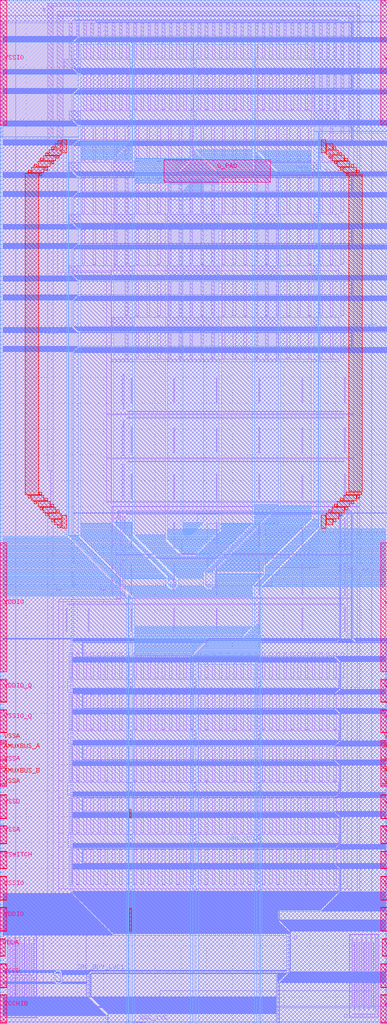
<source format=lef>
# Copyright 2020 The SkyWater PDK Authors
#
# Licensed under the Apache License, Version 2.0 (the "License");
# you may not use this file except in compliance with the License.
# You may obtain a copy of the License at
#
#     https://www.apache.org/licenses/LICENSE-2.0
#
# Unless required by applicable law or agreed to in writing, software
# distributed under the License is distributed on an "AS IS" BASIS,
# WITHOUT WARRANTIES OR CONDITIONS OF ANY KIND, either express or implied.
# See the License for the specific language governing permissions and
# limitations under the License.
#
# SPDX-License-Identifier: Apache-2.0

VERSION 5.5 ;
NAMESCASESENSITIVE ON ;
BUSBITCHARS "[]" ;
DIVIDERCHAR "/" ;
MACRO sky130_fd_io__top_ground_lvc_wpad
  CLASS PAD ;
  SOURCE USER ;
  ORIGIN  0.000000  0.000000 ;
  SIZE 75 BY 198 ;
  SYMMETRY R90 ;
  PIN AMUXBUS_A
    ANTENNAPARTIALMETALSIDEAREA  111.1680 ;
    DIRECTION INOUT ;
    USE SIGNAL ;
    PORT
      LAYER met4 ;
        RECT 0.000000 51.125000 1.270000 54.105000 ;
    END
    PORT
      LAYER met4 ;
        RECT 73.730000 51.125000 75.000000 54.105000 ;
    END
  END AMUXBUS_A
  PIN AMUXBUS_B
    ANTENNAPARTIALMETALSIDEAREA  111.1680 ;
    DIRECTION INOUT ;
    USE SIGNAL ;
    PORT
      LAYER met4 ;
        RECT 0.000000 46.365000 1.270000 49.345000 ;
    END
    PORT
      LAYER met4 ;
        RECT 73.730000 46.365000 75.000000 49.345000 ;
    END
  END AMUXBUS_B
  PIN G_PAD
    ANTENNAPARTIALMETALSIDEAREA  243.2170 ;
    DIRECTION INOUT ;
    USE SIGNAL ;
    PORT
      LAYER met5 ;
        RECT 31.695000 162.765000 52.340000 167.120000 ;
    END
  END G_PAD
  PIN BDY2_B2B
    DIRECTION INOUT ;
    USE GROUND ;
    PORT
      LAYER met2 ;
        RECT 17.630000 5.115000 53.535000 9.540000 ;
        RECT 17.635000 5.110000 53.535000 5.115000 ;
        RECT 17.705000 5.040000 53.535000 5.110000 ;
        RECT 17.775000 4.970000 53.535000 5.040000 ;
        RECT 17.845000 4.900000 53.535000 4.970000 ;
        RECT 17.915000 4.830000 53.535000 4.900000 ;
        RECT 17.985000 4.760000 53.535000 4.830000 ;
        RECT 18.055000 4.690000 53.535000 4.760000 ;
        RECT 18.125000 4.620000 53.535000 4.690000 ;
        RECT 18.195000 4.550000 53.535000 4.620000 ;
        RECT 18.265000 4.480000 53.535000 4.550000 ;
        RECT 18.335000 4.410000 53.535000 4.480000 ;
        RECT 18.405000 4.340000 53.535000 4.410000 ;
        RECT 18.475000 4.270000 53.535000 4.340000 ;
        RECT 18.545000 4.200000 53.535000 4.270000 ;
        RECT 18.615000 4.130000 53.535000 4.200000 ;
        RECT 18.685000 4.060000 53.535000 4.130000 ;
        RECT 18.755000 3.990000 53.535000 4.060000 ;
        RECT 18.825000 3.920000 53.535000 3.990000 ;
        RECT 18.895000 3.850000 53.535000 3.920000 ;
        RECT 18.965000 3.780000 53.535000 3.850000 ;
        RECT 19.035000 3.710000 53.535000 3.780000 ;
        RECT 19.105000 3.640000 53.535000 3.710000 ;
        RECT 19.175000 3.570000 53.535000 3.640000 ;
        RECT 19.245000 3.500000 53.535000 3.570000 ;
        RECT 19.315000 3.430000 53.535000 3.500000 ;
        RECT 19.385000 3.360000 53.535000 3.430000 ;
        RECT 19.455000 3.290000 53.535000 3.360000 ;
        RECT 19.525000 3.220000 53.535000 3.290000 ;
        RECT 19.595000 3.150000 53.535000 3.220000 ;
        RECT 19.665000 3.080000 53.535000 3.150000 ;
        RECT 19.735000 3.010000 53.535000 3.080000 ;
        RECT 19.805000 2.940000 53.535000 3.010000 ;
        RECT 19.875000 2.870000 53.535000 2.940000 ;
        RECT 19.945000 2.800000 53.535000 2.870000 ;
        RECT 20.015000 2.730000 53.535000 2.800000 ;
        RECT 20.085000 2.660000 53.535000 2.730000 ;
        RECT 20.155000 2.590000 53.535000 2.660000 ;
        RECT 20.225000 2.520000 53.535000 2.590000 ;
        RECT 20.295000 2.450000 53.535000 2.520000 ;
        RECT 20.365000 2.380000 53.535000 2.450000 ;
        RECT 20.435000 2.310000 53.535000 2.380000 ;
        RECT 20.505000 2.240000 53.535000 2.310000 ;
        RECT 20.575000 2.170000 53.535000 2.240000 ;
        RECT 20.645000 2.100000 53.535000 2.170000 ;
        RECT 20.715000 2.030000 53.535000 2.100000 ;
        RECT 20.785000 1.960000 53.535000 2.030000 ;
        RECT 20.855000 1.890000 53.535000 1.960000 ;
        RECT 20.925000 0.000000 53.535000 1.820000 ;
        RECT 20.925000 1.820000 53.535000 1.890000 ;
    END
  END BDY2_B2B
  PIN DRN_LVC1
    DIRECTION INOUT ;
    USE POWER ;
    PORT
      LAYER met3 ;
        RECT 15.605000  94.310000 23.935000  94.460000 ;
        RECT 15.605000  94.460000 23.785000  94.610000 ;
        RECT 15.605000  94.610000 23.635000  94.760000 ;
        RECT 15.605000  94.760000 23.485000  94.910000 ;
        RECT 15.605000  94.910000 23.335000  95.060000 ;
        RECT 15.605000  95.060000 23.185000  95.210000 ;
        RECT 15.605000  95.210000 23.035000  95.360000 ;
        RECT 15.605000  95.360000 22.885000  95.510000 ;
        RECT 15.605000  95.510000 22.735000  95.660000 ;
        RECT 15.605000  95.660000 22.585000  95.810000 ;
        RECT 15.605000  95.810000 22.435000  95.960000 ;
        RECT 15.605000  95.960000 22.285000  96.110000 ;
        RECT 15.605000  96.110000 22.135000  96.260000 ;
        RECT 15.605000  96.260000 21.985000  96.410000 ;
        RECT 15.605000  96.410000 21.835000  96.560000 ;
        RECT 15.605000  96.560000 21.685000  96.710000 ;
        RECT 15.605000  96.710000 21.605000  96.790000 ;
        RECT 15.605000  96.790000 21.605000 167.100000 ;
        RECT 15.605000 167.100000 21.605000 167.250000 ;
        RECT 15.605000 167.250000 21.755000 167.400000 ;
        RECT 15.605000 167.400000 21.905000 167.550000 ;
        RECT 15.605000 167.550000 22.055000 167.700000 ;
        RECT 15.605000 167.700000 22.205000 167.850000 ;
        RECT 15.605000 167.850000 22.355000 168.000000 ;
        RECT 15.605000 168.000000 22.505000 168.150000 ;
        RECT 15.605000 168.150000 22.655000 168.300000 ;
        RECT 15.605000 168.300000 22.805000 168.450000 ;
        RECT 15.605000 168.450000 22.955000 168.600000 ;
        RECT 15.605000 168.600000 23.105000 168.750000 ;
        RECT 15.605000 168.750000 23.255000 168.900000 ;
        RECT 15.605000 168.900000 23.405000 169.050000 ;
        RECT 15.605000 169.050000 23.555000 169.200000 ;
        RECT 15.605000 169.200000 23.705000 169.350000 ;
        RECT 15.605000 169.350000 23.855000 169.500000 ;
        RECT 15.605000 169.500000 24.005000 169.650000 ;
        RECT 15.605000 169.650000 24.155000 169.800000 ;
        RECT 15.605000 169.800000 24.305000 169.950000 ;
        RECT 15.605000 169.950000 24.455000 170.100000 ;
        RECT 15.605000 170.100000 24.605000 170.250000 ;
        RECT 15.605000 170.250000 24.755000 170.400000 ;
        RECT 15.605000 170.400000 24.905000 170.550000 ;
        RECT 15.605000 170.550000 25.055000 170.610000 ;
        RECT 15.605000 170.610000 25.115000 189.515000 ;
        RECT 15.715000  94.200000 24.085000  94.310000 ;
        RECT 15.865000  94.050000 24.195000  94.200000 ;
        RECT 16.015000  93.900000 24.345000  94.050000 ;
        RECT 16.165000  93.750000 24.495000  93.900000 ;
        RECT 16.315000  93.600000 24.645000  93.750000 ;
        RECT 16.465000  93.450000 24.795000  93.600000 ;
        RECT 16.615000  93.300000 24.945000  93.450000 ;
        RECT 16.765000  93.150000 25.095000  93.300000 ;
        RECT 16.915000  93.000000 25.245000  93.150000 ;
        RECT 17.065000  92.850000 25.395000  93.000000 ;
        RECT 17.215000  92.700000 25.545000  92.850000 ;
        RECT 17.365000  92.550000 25.695000  92.700000 ;
        RECT 17.515000  92.400000 25.845000  92.550000 ;
        RECT 17.665000  92.250000 25.995000  92.400000 ;
        RECT 17.815000  92.100000 26.145000  92.250000 ;
        RECT 17.965000  91.950000 26.295000  92.100000 ;
        RECT 18.115000  91.800000 26.445000  91.950000 ;
        RECT 18.265000  91.650000 26.595000  91.800000 ;
        RECT 18.415000  91.500000 26.745000  91.650000 ;
        RECT 18.565000  91.350000 26.895000  91.500000 ;
        RECT 18.715000  91.200000 27.045000  91.350000 ;
        RECT 18.865000  91.050000 27.195000  91.200000 ;
        RECT 19.015000  90.900000 27.345000  91.050000 ;
        RECT 19.165000  90.750000 27.495000  90.900000 ;
        RECT 19.315000  90.600000 27.645000  90.750000 ;
        RECT 19.465000  90.450000 27.795000  90.600000 ;
        RECT 19.615000  90.300000 27.945000  90.450000 ;
        RECT 19.765000  90.150000 28.095000  90.300000 ;
        RECT 19.915000  90.000000 28.245000  90.150000 ;
        RECT 20.065000  89.850000 28.395000  90.000000 ;
        RECT 20.215000  89.700000 28.545000  89.850000 ;
        RECT 20.365000  89.550000 28.695000  89.700000 ;
        RECT 20.515000  89.400000 28.845000  89.550000 ;
        RECT 20.665000  89.250000 28.995000  89.400000 ;
        RECT 20.815000  89.100000 29.145000  89.250000 ;
        RECT 20.965000  88.950000 29.295000  89.100000 ;
        RECT 21.115000  88.800000 29.445000  88.950000 ;
        RECT 21.265000  88.650000 29.595000  88.800000 ;
        RECT 21.415000  88.500000 29.745000  88.650000 ;
        RECT 21.565000  88.350000 29.895000  88.500000 ;
        RECT 21.715000  88.200000 30.045000  88.350000 ;
        RECT 21.865000  88.050000 30.195000  88.200000 ;
        RECT 22.015000  87.900000 30.345000  88.050000 ;
        RECT 22.165000  87.750000 30.495000  87.900000 ;
        RECT 22.315000  87.600000 30.645000  87.750000 ;
        RECT 22.465000  87.450000 30.795000  87.600000 ;
        RECT 22.615000  87.300000 30.945000  87.450000 ;
        RECT 22.765000  87.150000 31.095000  87.300000 ;
        RECT 22.915000  87.000000 31.245000  87.150000 ;
        RECT 23.065000  86.850000 31.395000  87.000000 ;
        RECT 23.215000  86.700000 31.545000  86.850000 ;
        RECT 23.365000  86.550000 31.695000  86.700000 ;
        RECT 23.515000  86.400000 31.845000  86.550000 ;
        RECT 23.665000  86.250000 31.995000  86.400000 ;
        RECT 23.670000  86.245000 32.145000  86.250000 ;
        RECT 23.760000  86.155000 32.145000  86.245000 ;
        RECT 23.850000  84.650000 32.165000  84.670000 ;
        RECT 23.850000  84.670000 32.145000  84.690000 ;
        RECT 23.850000  84.690000 32.145000  86.065000 ;
        RECT 23.850000  86.065000 32.145000  86.155000 ;
        RECT 23.920000  84.580000 32.185000  84.650000 ;
        RECT 24.070000  84.430000 32.255000  84.580000 ;
        RECT 24.220000  84.280000 32.405000  84.430000 ;
        RECT 24.370000  84.130000 32.555000  84.280000 ;
        RECT 24.520000  83.980000 32.705000  84.130000 ;
        RECT 24.650000  83.850000 48.870000  83.980000 ;
        RECT 24.800000  83.700000 48.870000  83.850000 ;
        RECT 24.950000  83.550000 48.870000  83.700000 ;
        RECT 25.100000  83.400000 48.870000  83.550000 ;
        RECT 25.250000  83.250000 48.870000  83.400000 ;
        RECT 25.400000  83.100000 48.870000  83.250000 ;
        RECT 25.550000  82.950000 48.870000  83.100000 ;
        RECT 25.700000  82.800000 48.870000  82.950000 ;
        RECT 25.850000  82.650000 48.870000  82.800000 ;
        RECT 26.000000   0.000000 36.880000  71.105000 ;
        RECT 26.000000  71.105000 36.880000  71.255000 ;
        RECT 26.000000  71.255000 37.030000  71.405000 ;
        RECT 26.000000  71.405000 37.180000  71.555000 ;
        RECT 26.000000  71.555000 37.330000  71.705000 ;
        RECT 26.000000  71.705000 37.480000  71.855000 ;
        RECT 26.000000  71.855000 37.630000  72.005000 ;
        RECT 26.000000  72.005000 37.780000  72.155000 ;
        RECT 26.000000  72.155000 37.930000  72.305000 ;
        RECT 26.000000  72.305000 38.080000  72.455000 ;
        RECT 26.000000  72.455000 38.230000  72.605000 ;
        RECT 26.000000  72.605000 38.380000  72.755000 ;
        RECT 26.000000  72.755000 38.530000  72.905000 ;
        RECT 26.000000  72.905000 38.680000  73.055000 ;
        RECT 26.000000  73.055000 38.830000  73.205000 ;
        RECT 26.000000  73.205000 38.980000  73.355000 ;
        RECT 26.000000  73.355000 39.130000  73.505000 ;
        RECT 26.000000  73.505000 39.280000  73.655000 ;
        RECT 26.000000  73.655000 39.430000  73.805000 ;
        RECT 26.000000  73.805000 39.580000  73.955000 ;
        RECT 26.000000  73.955000 39.730000  74.105000 ;
        RECT 26.000000  74.105000 39.880000  74.255000 ;
        RECT 26.000000  74.255000 40.030000  74.405000 ;
        RECT 26.000000  74.405000 40.180000  74.555000 ;
        RECT 26.000000  74.555000 40.330000  74.705000 ;
        RECT 26.000000  74.705000 40.480000  74.740000 ;
        RECT 26.000000  74.740000 46.795000  74.890000 ;
        RECT 26.000000  74.890000 46.945000  75.040000 ;
        RECT 26.000000  75.040000 47.095000  75.190000 ;
        RECT 26.000000  75.190000 47.245000  75.340000 ;
        RECT 26.000000  75.340000 47.395000  75.490000 ;
        RECT 26.000000  75.490000 47.545000  75.640000 ;
        RECT 26.000000  75.640000 47.695000  75.790000 ;
        RECT 26.000000  75.790000 47.845000  75.940000 ;
        RECT 26.000000  75.940000 47.995000  76.090000 ;
        RECT 26.000000  76.090000 48.145000  76.240000 ;
        RECT 26.000000  76.240000 48.295000  76.390000 ;
        RECT 26.000000  76.390000 48.445000  76.540000 ;
        RECT 26.000000  76.540000 48.595000  76.690000 ;
        RECT 26.000000  76.690000 48.745000  76.815000 ;
        RECT 26.000000  76.815000 48.870000  82.500000 ;
        RECT 26.000000  82.500000 48.870000  82.650000 ;
        RECT 26.035000  94.500000 32.035000 162.570000 ;
        RECT 26.035000 162.570000 32.035000 162.720000 ;
        RECT 26.035000 162.720000 32.185000 162.870000 ;
        RECT 26.035000 162.870000 32.335000 163.020000 ;
        RECT 26.035000 163.020000 32.485000 163.170000 ;
        RECT 26.035000 163.170000 32.635000 163.320000 ;
        RECT 26.035000 163.320000 32.785000 163.470000 ;
        RECT 26.035000 163.470000 32.935000 163.620000 ;
        RECT 26.035000 163.620000 33.085000 163.770000 ;
        RECT 26.035000 163.770000 33.235000 163.920000 ;
        RECT 26.035000 163.920000 33.385000 164.070000 ;
        RECT 26.035000 164.070000 33.535000 164.220000 ;
        RECT 26.035000 164.220000 33.685000 164.370000 ;
        RECT 26.035000 164.370000 33.835000 164.520000 ;
        RECT 26.035000 164.520000 33.985000 164.670000 ;
        RECT 26.035000 164.670000 34.135000 164.820000 ;
        RECT 26.035000 164.820000 34.285000 164.970000 ;
        RECT 26.035000 164.970000 34.435000 165.120000 ;
        RECT 26.035000 165.120000 34.585000 165.270000 ;
        RECT 26.035000 165.270000 34.735000 165.420000 ;
        RECT 26.035000 165.420000 34.885000 165.570000 ;
        RECT 26.035000 165.570000 35.035000 165.720000 ;
        RECT 26.035000 165.720000 35.185000 165.870000 ;
        RECT 26.035000 165.870000 35.335000 166.020000 ;
        RECT 26.035000 166.020000 35.485000 166.170000 ;
        RECT 26.035000 166.170000 35.635000 166.320000 ;
        RECT 26.035000 166.320000 35.785000 166.470000 ;
        RECT 26.035000 166.470000 35.935000 166.620000 ;
        RECT 26.035000 166.620000 36.085000 166.770000 ;
        RECT 26.035000 166.770000 36.235000 166.920000 ;
        RECT 26.035000 166.920000 36.385000 167.070000 ;
        RECT 26.035000 167.070000 36.535000 167.220000 ;
        RECT 26.035000 167.220000 36.685000 167.370000 ;
        RECT 26.035000 167.370000 36.835000 167.460000 ;
        RECT 26.035000 167.460000 36.925000 189.515000 ;
        RECT 26.095000  94.440000 32.035000  94.500000 ;
        RECT 26.245000  94.290000 32.035000  94.440000 ;
        RECT 26.395000  94.140000 32.035000  94.290000 ;
        RECT 26.545000  93.990000 32.035000  94.140000 ;
        RECT 26.695000  93.840000 32.035000  93.990000 ;
        RECT 26.845000  93.690000 32.035000  93.840000 ;
        RECT 26.995000  93.540000 32.035000  93.690000 ;
        RECT 27.145000  93.390000 32.035000  93.540000 ;
        RECT 27.160000  93.375000 32.035000  93.390000 ;
        RECT 27.310000  93.225000 32.050000  93.375000 ;
        RECT 27.460000  93.075000 32.200000  93.225000 ;
        RECT 27.610000  92.925000 32.350000  93.075000 ;
        RECT 27.760000  92.775000 32.500000  92.925000 ;
        RECT 27.910000  92.625000 32.650000  92.775000 ;
        RECT 28.060000  92.475000 32.800000  92.625000 ;
        RECT 28.210000  92.325000 32.950000  92.475000 ;
        RECT 28.360000  92.175000 33.100000  92.325000 ;
        RECT 28.510000  92.025000 33.250000  92.175000 ;
        RECT 28.660000  91.875000 33.400000  92.025000 ;
        RECT 28.810000  91.725000 33.550000  91.875000 ;
        RECT 28.960000  91.575000 33.700000  91.725000 ;
        RECT 29.110000  91.425000 33.850000  91.575000 ;
        RECT 29.260000  91.275000 34.000000  91.425000 ;
        RECT 29.410000  91.125000 34.150000  91.275000 ;
        RECT 29.560000  90.975000 34.300000  91.125000 ;
        RECT 29.710000  90.825000 34.450000  90.975000 ;
        RECT 29.860000  90.675000 34.600000  90.825000 ;
        RECT 30.010000  90.525000 34.750000  90.675000 ;
        RECT 30.160000  90.375000 34.900000  90.525000 ;
        RECT 30.175000  90.360000 42.385000  90.375000 ;
        RECT 30.325000  90.210000 42.235000  90.360000 ;
        RECT 30.475000  90.060000 42.085000  90.210000 ;
        RECT 30.625000  89.910000 41.935000  90.060000 ;
        RECT 30.775000  89.760000 41.785000  89.910000 ;
        RECT 30.925000  89.610000 41.635000  89.760000 ;
        RECT 31.075000  89.460000 41.485000  89.610000 ;
        RECT 31.225000  89.310000 41.335000  89.460000 ;
        RECT 31.375000  89.160000 41.185000  89.310000 ;
        RECT 31.525000  89.010000 41.035000  89.160000 ;
        RECT 31.675000  88.860000 40.885000  89.010000 ;
        RECT 31.825000  88.710000 40.735000  88.860000 ;
        RECT 31.975000  88.560000 40.585000  88.710000 ;
        RECT 32.125000  88.410000 40.435000  88.560000 ;
        RECT 32.275000  88.260000 40.285000  88.410000 ;
        RECT 32.425000  88.110000 40.135000  88.260000 ;
        RECT 32.575000  87.960000 39.985000  88.110000 ;
        RECT 32.725000  87.810000 39.835000  87.960000 ;
        RECT 32.875000  87.660000 39.685000  87.810000 ;
        RECT 33.025000  87.510000 39.535000  87.660000 ;
        RECT 33.175000  87.360000 39.385000  87.510000 ;
        RECT 33.305000  87.230000 39.385000  87.360000 ;
        RECT 33.455000  87.080000 39.385000  87.230000 ;
        RECT 33.605000  86.930000 39.385000  87.080000 ;
        RECT 33.755000  86.780000 39.385000  86.930000 ;
        RECT 33.905000  86.630000 39.385000  86.780000 ;
        RECT 33.945000  83.980000 39.945000  84.130000 ;
        RECT 34.055000  86.480000 39.385000  86.630000 ;
        RECT 34.095000  84.130000 39.795000  84.280000 ;
        RECT 34.205000  86.330000 39.385000  86.480000 ;
        RECT 34.245000  84.280000 39.645000  84.430000 ;
        RECT 34.355000  86.180000 39.385000  86.330000 ;
        RECT 34.395000  84.430000 39.495000  84.580000 ;
        RECT 34.505000  84.580000 39.385000  84.690000 ;
        RECT 34.505000  84.690000 39.385000  86.030000 ;
        RECT 34.505000  86.030000 39.385000  86.180000 ;
        RECT 37.945000  90.375000 42.400000  90.525000 ;
        RECT 37.945000 169.025000 48.835000 189.515000 ;
        RECT 38.035000 168.935000 48.835000 169.025000 ;
        RECT 38.095000  90.525000 42.550000  90.675000 ;
        RECT 38.185000 168.785000 48.835000 168.935000 ;
        RECT 38.245000  90.675000 42.700000  90.825000 ;
        RECT 38.335000 168.635000 48.835000 168.785000 ;
        RECT 38.395000  90.825000 42.850000  90.975000 ;
        RECT 38.485000 168.485000 48.835000 168.635000 ;
        RECT 38.545000  90.975000 43.000000  91.125000 ;
        RECT 38.635000 168.335000 48.835000 168.485000 ;
        RECT 38.695000  91.125000 43.150000  91.275000 ;
        RECT 38.785000 168.185000 48.835000 168.335000 ;
        RECT 38.845000  91.275000 43.300000  91.425000 ;
        RECT 38.935000 168.035000 48.835000 168.185000 ;
        RECT 38.995000  91.425000 43.450000  91.575000 ;
        RECT 39.085000 167.885000 48.835000 168.035000 ;
        RECT 39.145000  91.575000 43.600000  91.725000 ;
        RECT 39.235000 167.735000 48.835000 167.885000 ;
        RECT 39.295000  91.725000 43.750000  91.875000 ;
        RECT 39.385000 167.585000 48.835000 167.735000 ;
        RECT 39.445000  91.875000 43.900000  92.025000 ;
        RECT 39.535000 167.435000 48.835000 167.585000 ;
        RECT 39.595000  92.025000 44.050000  92.175000 ;
        RECT 39.685000 167.285000 48.835000 167.435000 ;
        RECT 39.745000  92.175000 44.200000  92.325000 ;
        RECT 39.835000 167.135000 48.835000 167.285000 ;
        RECT 39.895000  92.325000 44.350000  92.475000 ;
        RECT 39.985000 166.985000 48.835000 167.135000 ;
        RECT 40.045000  92.475000 44.500000  92.625000 ;
        RECT 40.135000 166.835000 48.835000 166.985000 ;
        RECT 40.195000  92.625000 44.650000  92.775000 ;
        RECT 40.285000 166.685000 48.835000 166.835000 ;
        RECT 40.345000  92.775000 44.800000  92.925000 ;
        RECT 40.435000 166.535000 48.835000 166.685000 ;
        RECT 40.495000  92.925000 44.950000  93.075000 ;
        RECT 40.585000 166.385000 48.835000 166.535000 ;
        RECT 40.645000  93.075000 45.100000  93.225000 ;
        RECT 40.735000 166.235000 48.835000 166.385000 ;
        RECT 40.795000  93.225000 45.250000  93.375000 ;
        RECT 40.885000 166.085000 48.835000 166.235000 ;
        RECT 40.945000  93.375000 45.400000  93.525000 ;
        RECT 41.035000 165.935000 48.835000 166.085000 ;
        RECT 41.050000  83.980000 48.870000  84.130000 ;
        RECT 41.095000  93.525000 45.550000  93.675000 ;
        RECT 41.185000 165.785000 48.835000 165.935000 ;
        RECT 41.200000  84.130000 48.870000  84.280000 ;
        RECT 41.245000  93.675000 45.700000  93.825000 ;
        RECT 41.335000 165.635000 48.835000 165.785000 ;
        RECT 41.350000  84.280000 48.870000  84.430000 ;
        RECT 41.395000  93.825000 45.850000  93.975000 ;
        RECT 41.485000 165.485000 48.835000 165.635000 ;
        RECT 41.500000  84.430000 48.870000  84.580000 ;
        RECT 41.545000  93.975000 46.000000  94.125000 ;
        RECT 41.610000  84.580000 48.870000  84.690000 ;
        RECT 41.610000  84.690000 48.870000  84.810000 ;
        RECT 41.610000  84.810000 48.870000  84.960000 ;
        RECT 41.610000  84.960000 49.020000  85.110000 ;
        RECT 41.610000  85.110000 49.170000  85.260000 ;
        RECT 41.610000  85.260000 49.320000  85.410000 ;
        RECT 41.610000  85.410000 49.470000  85.560000 ;
        RECT 41.610000  85.560000 49.620000  85.710000 ;
        RECT 41.610000  85.710000 49.770000  85.860000 ;
        RECT 41.610000  85.860000 49.920000  86.010000 ;
        RECT 41.610000  86.010000 50.070000  86.160000 ;
        RECT 41.610000  86.160000 50.220000  86.310000 ;
        RECT 41.610000  86.310000 50.370000  86.460000 ;
        RECT 41.610000  86.460000 50.520000  86.610000 ;
        RECT 41.610000  86.610000 50.670000  86.760000 ;
        RECT 41.610000  86.760000 50.820000  86.910000 ;
        RECT 41.610000  86.910000 50.970000  86.960000 ;
        RECT 41.610000  86.960000 51.020000  87.445000 ;
        RECT 41.635000 165.335000 48.835000 165.485000 ;
        RECT 41.695000  94.125000 46.150000  94.275000 ;
        RECT 41.760000  87.445000 51.020000  87.595000 ;
        RECT 41.785000 165.185000 48.835000 165.335000 ;
        RECT 41.845000  94.275000 46.300000  94.425000 ;
        RECT 41.910000  87.595000 51.020000  87.745000 ;
        RECT 41.935000 165.035000 48.835000 165.185000 ;
        RECT 41.995000  94.425000 46.450000  94.575000 ;
        RECT 42.060000  87.745000 51.020000  87.895000 ;
        RECT 42.085000 164.885000 48.835000 165.035000 ;
        RECT 42.145000  94.575000 46.600000  94.725000 ;
        RECT 42.210000  87.895000 51.020000  88.045000 ;
        RECT 42.235000 164.735000 48.835000 164.885000 ;
        RECT 42.295000  94.725000 46.750000  94.875000 ;
        RECT 42.360000  88.045000 51.020000  88.195000 ;
        RECT 42.385000 164.585000 48.835000 164.735000 ;
        RECT 42.445000  94.875000 46.900000  95.025000 ;
        RECT 42.510000  88.195000 51.020000  88.345000 ;
        RECT 42.535000 164.435000 48.835000 164.585000 ;
        RECT 42.540000  88.345000 51.020000  88.375000 ;
        RECT 42.595000  95.025000 47.050000  95.175000 ;
        RECT 42.685000 164.285000 48.835000 164.435000 ;
        RECT 42.690000  88.375000 51.020000  88.525000 ;
        RECT 42.745000  95.175000 47.200000  95.325000 ;
        RECT 42.835000  95.325000 47.350000  95.415000 ;
        RECT 42.835000  95.415000 47.440000  95.565000 ;
        RECT 42.835000  95.565000 47.590000  95.715000 ;
        RECT 42.835000  95.715000 47.740000  95.865000 ;
        RECT 42.835000  95.865000 47.890000  96.015000 ;
        RECT 42.835000  96.015000 48.040000  96.165000 ;
        RECT 42.835000  96.165000 48.190000  96.315000 ;
        RECT 42.835000  96.315000 48.340000  96.465000 ;
        RECT 42.835000  96.465000 48.490000  96.615000 ;
        RECT 42.835000  96.615000 48.640000  96.765000 ;
        RECT 42.835000  96.765000 48.790000  96.810000 ;
        RECT 42.835000  96.810000 48.835000 164.135000 ;
        RECT 42.835000 164.135000 48.835000 164.285000 ;
        RECT 42.840000  88.525000 51.170000  88.675000 ;
        RECT 42.990000  88.675000 51.320000  88.825000 ;
        RECT 43.140000  88.825000 51.470000  88.975000 ;
        RECT 43.290000  88.975000 51.620000  89.125000 ;
        RECT 43.440000  89.125000 51.770000  89.275000 ;
        RECT 43.590000  89.275000 51.920000  89.425000 ;
        RECT 43.740000  89.425000 52.070000  89.575000 ;
        RECT 43.890000  89.575000 52.220000  89.725000 ;
        RECT 44.040000  89.725000 52.370000  89.875000 ;
        RECT 44.190000  89.875000 52.520000  90.025000 ;
        RECT 44.340000  90.025000 52.670000  90.175000 ;
        RECT 44.490000  90.175000 52.820000  90.325000 ;
        RECT 44.640000  90.325000 52.970000  90.475000 ;
        RECT 44.790000  90.475000 53.120000  90.625000 ;
        RECT 44.940000  90.625000 53.270000  90.775000 ;
        RECT 45.090000  90.775000 53.420000  90.925000 ;
        RECT 45.240000  90.925000 53.570000  91.075000 ;
        RECT 45.390000  91.075000 53.720000  91.225000 ;
        RECT 45.540000  91.225000 53.870000  91.375000 ;
        RECT 45.690000  91.375000 54.020000  91.525000 ;
        RECT 45.840000  91.525000 54.170000  91.675000 ;
        RECT 45.990000  91.675000 54.320000  91.825000 ;
        RECT 46.140000  91.825000 54.470000  91.975000 ;
        RECT 46.290000  91.975000 54.620000  92.125000 ;
        RECT 46.440000  92.125000 54.770000  92.275000 ;
        RECT 46.590000  92.275000 54.920000  92.425000 ;
        RECT 46.740000  92.425000 55.070000  92.575000 ;
        RECT 46.890000  92.575000 55.220000  92.725000 ;
        RECT 47.040000  92.725000 55.370000  92.875000 ;
        RECT 47.190000  92.875000 55.520000  93.025000 ;
        RECT 47.340000  93.025000 55.670000  93.175000 ;
        RECT 47.490000  93.175000 55.820000  93.325000 ;
        RECT 47.640000  93.325000 55.970000  93.475000 ;
        RECT 47.790000  93.475000 56.120000  93.625000 ;
        RECT 47.940000  93.625000 56.270000  93.775000 ;
        RECT 48.090000  93.775000 56.420000  93.925000 ;
        RECT 48.240000  93.925000 56.570000  94.075000 ;
        RECT 48.390000  94.075000 56.720000  94.225000 ;
        RECT 48.540000  94.225000 56.870000  94.375000 ;
        RECT 48.690000  94.375000 57.020000  94.525000 ;
        RECT 48.840000  94.525000 57.170000  94.675000 ;
        RECT 48.990000  94.675000 57.320000  94.825000 ;
        RECT 49.140000  94.825000 57.470000  94.975000 ;
        RECT 49.290000  94.975000 57.620000  95.125000 ;
        RECT 49.440000  95.125000 57.770000  95.275000 ;
        RECT 49.590000  95.275000 57.920000  95.425000 ;
        RECT 49.740000  95.425000 58.070000  95.575000 ;
        RECT 49.870000 168.920000 60.330000 189.515000 ;
        RECT 49.890000  95.575000 58.220000  95.725000 ;
        RECT 49.980000 168.810000 60.330000 168.920000 ;
        RECT 50.040000  95.725000 58.370000  95.875000 ;
        RECT 50.130000 168.660000 60.330000 168.810000 ;
        RECT 50.190000  95.875000 58.520000  96.025000 ;
        RECT 50.280000 168.510000 60.330000 168.660000 ;
        RECT 50.340000  96.025000 58.670000  96.175000 ;
        RECT 50.430000 168.360000 60.330000 168.510000 ;
        RECT 50.490000  96.175000 58.820000  96.325000 ;
        RECT 50.580000 168.210000 60.330000 168.360000 ;
        RECT 50.640000  96.325000 58.970000  96.475000 ;
        RECT 50.730000 168.060000 60.330000 168.210000 ;
        RECT 50.790000  96.475000 59.120000  96.625000 ;
        RECT 50.880000 167.910000 60.330000 168.060000 ;
        RECT 50.940000  96.625000 59.270000  96.775000 ;
        RECT 51.030000 167.760000 60.330000 167.910000 ;
        RECT 51.090000  96.775000 59.420000  96.925000 ;
        RECT 51.180000 167.610000 60.330000 167.760000 ;
        RECT 51.240000  96.925000 59.570000  97.075000 ;
        RECT 51.330000 167.460000 60.330000 167.610000 ;
        RECT 51.390000  97.075000 59.720000  97.225000 ;
        RECT 51.480000 167.310000 60.330000 167.460000 ;
        RECT 51.540000  97.225000 59.870000  97.375000 ;
        RECT 51.630000 167.160000 60.330000 167.310000 ;
        RECT 51.690000  97.375000 60.020000  97.525000 ;
        RECT 51.780000 167.010000 60.330000 167.160000 ;
        RECT 51.840000  97.525000 60.170000  97.675000 ;
        RECT 51.850000  97.675000 60.320000  97.685000 ;
        RECT 51.930000 166.860000 60.330000 167.010000 ;
        RECT 52.000000  97.685000 60.330000  97.835000 ;
        RECT 52.080000 166.710000 60.330000 166.860000 ;
        RECT 52.150000  97.835000 60.330000  97.985000 ;
        RECT 52.230000 166.560000 60.330000 166.710000 ;
        RECT 52.300000  97.985000 60.330000  98.135000 ;
        RECT 52.380000 166.410000 60.330000 166.560000 ;
        RECT 52.450000  98.135000 60.330000  98.285000 ;
        RECT 52.530000 166.260000 60.330000 166.410000 ;
        RECT 52.600000  98.285000 60.330000  98.435000 ;
        RECT 52.680000 166.110000 60.330000 166.260000 ;
        RECT 52.750000  98.435000 60.330000  98.585000 ;
        RECT 52.830000 165.960000 60.330000 166.110000 ;
        RECT 52.900000  98.585000 60.330000  98.735000 ;
        RECT 52.980000 165.810000 60.330000 165.960000 ;
        RECT 53.050000  98.735000 60.330000  98.885000 ;
        RECT 53.130000 165.660000 60.330000 165.810000 ;
        RECT 53.200000  98.885000 60.330000  99.035000 ;
        RECT 53.280000 165.510000 60.330000 165.660000 ;
        RECT 53.350000  99.035000 60.330000  99.185000 ;
        RECT 53.430000 165.360000 60.330000 165.510000 ;
        RECT 53.500000  99.185000 60.330000  99.335000 ;
        RECT 53.580000 165.210000 60.330000 165.360000 ;
        RECT 53.650000  99.335000 60.330000  99.485000 ;
        RECT 53.730000 165.060000 60.330000 165.210000 ;
        RECT 53.800000  99.485000 60.330000  99.635000 ;
        RECT 53.880000 164.910000 60.330000 165.060000 ;
        RECT 53.950000  99.635000 60.330000  99.785000 ;
        RECT 54.030000 164.760000 60.330000 164.910000 ;
        RECT 54.100000  99.785000 60.330000  99.935000 ;
        RECT 54.180000 164.610000 60.330000 164.760000 ;
        RECT 54.250000  99.935000 60.330000 100.085000 ;
        RECT 54.330000 100.085000 60.330000 100.165000 ;
        RECT 54.330000 100.165000 60.330000 164.460000 ;
        RECT 54.330000 164.460000 60.330000 164.610000 ;
    END
  END DRN_LVC1
  PIN DRN_LVC2
    DIRECTION INOUT ;
    USE POWER ;
    PORT
      LAYER met3 ;
        RECT 38.380000 0.000000 49.255000 69.490000 ;
    END
  END DRN_LVC2
  PIN G_CORE
    DIRECTION INOUT ;
    USE GROUND ;
    PORT
      LAYER met3 ;
        RECT 0.500000  0.000000 24.500000  82.660000 ;
        RECT 0.500000 82.660000 24.350000  82.810000 ;
        RECT 0.500000 82.810000 24.200000  82.960000 ;
        RECT 0.500000 82.960000 24.050000  83.110000 ;
        RECT 0.500000 83.110000 23.900000  83.260000 ;
        RECT 0.500000 83.260000 23.750000  83.410000 ;
        RECT 0.500000 83.410000 23.600000  83.560000 ;
        RECT 0.500000 83.560000 23.450000  83.710000 ;
        RECT 0.500000 83.710000 23.300000  83.860000 ;
        RECT 0.500000 83.860000 23.150000  84.010000 ;
        RECT 0.500000 84.010000 23.000000  84.160000 ;
        RECT 0.500000 84.160000 22.850000  84.310000 ;
        RECT 0.500000 84.310000 22.700000  84.460000 ;
        RECT 0.500000 84.460000 22.550000  84.610000 ;
        RECT 0.500000 84.610000 22.400000  84.760000 ;
        RECT 0.500000 84.760000 22.250000  84.910000 ;
        RECT 0.500000 84.910000 22.100000  85.060000 ;
        RECT 0.500000 85.060000 21.950000  85.210000 ;
        RECT 0.500000 85.210000 21.800000  85.360000 ;
        RECT 0.500000 85.360000 21.650000  85.510000 ;
        RECT 0.500000 85.510000 21.500000  85.660000 ;
        RECT 0.500000 85.660000 21.350000  85.810000 ;
        RECT 0.500000 85.810000 21.200000  85.960000 ;
        RECT 0.500000 85.960000 21.050000  86.110000 ;
        RECT 0.500000 86.110000 20.900000  86.260000 ;
        RECT 0.500000 86.260000 20.750000  86.410000 ;
        RECT 0.500000 86.410000 20.600000  86.560000 ;
        RECT 0.500000 86.560000 20.450000  86.710000 ;
        RECT 0.500000 86.710000 20.300000  86.860000 ;
        RECT 0.500000 86.860000 20.150000  87.010000 ;
        RECT 0.500000 87.010000 20.000000  87.160000 ;
        RECT 0.500000 87.160000 19.850000  87.310000 ;
        RECT 0.500000 87.310000 19.700000  87.460000 ;
        RECT 0.500000 87.460000 19.550000  87.610000 ;
        RECT 0.500000 87.610000 19.400000  87.760000 ;
        RECT 0.500000 87.760000 19.250000  87.910000 ;
        RECT 0.500000 87.910000 19.100000  88.060000 ;
        RECT 0.500000 88.060000 18.950000  88.210000 ;
        RECT 0.500000 88.210000 18.800000  88.360000 ;
        RECT 0.500000 88.360000 18.650000  88.510000 ;
        RECT 0.500000 88.510000 18.500000  88.660000 ;
        RECT 0.500000 88.660000 18.350000  88.810000 ;
        RECT 0.500000 88.810000 18.200000  88.960000 ;
        RECT 0.500000 88.960000 18.050000  89.110000 ;
        RECT 0.500000 89.110000 17.900000  89.260000 ;
        RECT 0.500000 89.260000 17.750000  89.410000 ;
        RECT 0.500000 89.410000 17.600000  89.560000 ;
        RECT 0.500000 89.560000 17.450000  89.710000 ;
        RECT 0.500000 89.710000 17.300000  89.860000 ;
        RECT 0.500000 89.860000 17.150000  90.010000 ;
        RECT 0.500000 90.010000 17.000000  90.160000 ;
        RECT 0.500000 90.160000 16.850000  90.310000 ;
        RECT 0.500000 90.310000 16.700000  90.460000 ;
        RECT 0.500000 90.460000 16.550000  90.610000 ;
        RECT 0.500000 90.610000 16.400000  90.760000 ;
        RECT 0.500000 90.760000 16.250000  90.910000 ;
        RECT 0.500000 90.910000 16.100000  91.060000 ;
        RECT 0.500000 91.060000 15.950000  91.210000 ;
        RECT 0.500000 91.210000 15.800000  91.360000 ;
        RECT 0.500000 91.360000 15.650000  91.510000 ;
        RECT 0.500000 91.510000 15.500000  91.660000 ;
        RECT 0.500000 91.660000 15.350000  91.810000 ;
        RECT 0.500000 91.810000 15.200000  91.960000 ;
        RECT 0.500000 91.960000 15.050000  92.110000 ;
        RECT 0.500000 92.110000 14.900000  92.260000 ;
        RECT 0.500000 92.260000 14.750000  92.410000 ;
        RECT 0.500000 92.410000 14.600000  92.560000 ;
        RECT 0.500000 92.560000 14.450000  92.710000 ;
        RECT 0.500000 92.710000 14.300000  92.860000 ;
        RECT 0.500000 92.860000 14.150000  93.010000 ;
        RECT 0.500000 93.010000 14.000000  93.160000 ;
        RECT 0.500000 93.160000 13.850000  93.310000 ;
        RECT 0.500000 93.310000 13.700000  93.460000 ;
        RECT 0.500000 93.460000 13.550000  93.610000 ;
        RECT 0.500000 93.610000 13.400000  93.760000 ;
        RECT 0.500000 93.760000 13.250000  93.910000 ;
        RECT 0.500000 93.910000 13.100000  94.060000 ;
        RECT 0.500000 94.060000 12.950000  94.210000 ;
        RECT 0.500000 94.210000 12.900000  94.260000 ;
        RECT 0.500000 94.260000 12.900000 171.195000 ;
    END
    PORT
      LAYER met3 ;
        RECT 50.755000  0.000000 74.700000  84.465000 ;
        RECT 50.905000 84.465000 74.700000  84.615000 ;
        RECT 51.055000 84.615000 74.700000  84.765000 ;
        RECT 51.205000 84.765000 74.700000  84.915000 ;
        RECT 51.355000 84.915000 74.700000  85.065000 ;
        RECT 51.505000 85.065000 74.700000  85.215000 ;
        RECT 51.655000 85.215000 74.700000  85.365000 ;
        RECT 51.805000 85.365000 74.700000  85.515000 ;
        RECT 51.955000 85.515000 74.700000  85.665000 ;
        RECT 52.105000 85.665000 74.700000  85.815000 ;
        RECT 52.255000 85.815000 74.700000  85.965000 ;
        RECT 52.405000 85.965000 74.700000  86.115000 ;
        RECT 52.555000 86.115000 74.700000  86.265000 ;
        RECT 52.705000 86.265000 74.700000  86.415000 ;
        RECT 52.855000 86.415000 74.700000  86.565000 ;
        RECT 53.005000 86.565000 74.700000  86.715000 ;
        RECT 53.155000 86.715000 74.700000  86.865000 ;
        RECT 53.305000 86.865000 74.700000  87.015000 ;
        RECT 53.455000 87.015000 74.700000  87.165000 ;
        RECT 53.605000 87.165000 74.700000  87.315000 ;
        RECT 53.755000 87.315000 74.700000  87.465000 ;
        RECT 53.905000 87.465000 74.700000  87.615000 ;
        RECT 54.055000 87.615000 74.700000  87.765000 ;
        RECT 54.205000 87.765000 74.700000  87.915000 ;
        RECT 54.355000 87.915000 74.700000  88.065000 ;
        RECT 54.505000 88.065000 74.700000  88.215000 ;
        RECT 54.655000 88.215000 74.700000  88.365000 ;
        RECT 54.805000 88.365000 74.700000  88.515000 ;
        RECT 54.955000 88.515000 74.700000  88.665000 ;
        RECT 55.105000 88.665000 74.700000  88.815000 ;
        RECT 55.255000 88.815000 74.700000  88.965000 ;
        RECT 55.405000 88.965000 74.700000  89.115000 ;
        RECT 55.555000 89.115000 74.700000  89.265000 ;
        RECT 55.705000 89.265000 74.700000  89.415000 ;
        RECT 55.855000 89.415000 74.700000  89.565000 ;
        RECT 56.005000 89.565000 74.700000  89.715000 ;
        RECT 56.155000 89.715000 74.700000  89.865000 ;
        RECT 56.305000 89.865000 74.700000  90.015000 ;
        RECT 56.455000 90.015000 74.700000  90.165000 ;
        RECT 56.605000 90.165000 74.700000  90.315000 ;
        RECT 56.755000 90.315000 74.700000  90.465000 ;
        RECT 56.905000 90.465000 74.700000  90.615000 ;
        RECT 57.055000 90.615000 74.700000  90.765000 ;
        RECT 57.205000 90.765000 74.700000  90.915000 ;
        RECT 57.355000 90.915000 74.700000  91.065000 ;
        RECT 57.505000 91.065000 74.700000  91.215000 ;
        RECT 57.655000 91.215000 74.700000  91.365000 ;
        RECT 57.805000 91.365000 74.700000  91.515000 ;
        RECT 57.955000 91.515000 74.700000  91.665000 ;
        RECT 58.105000 91.665000 74.700000  91.815000 ;
        RECT 58.255000 91.815000 74.700000  91.965000 ;
        RECT 58.405000 91.965000 74.700000  92.115000 ;
        RECT 58.555000 92.115000 74.700000  92.265000 ;
        RECT 58.705000 92.265000 74.700000  92.415000 ;
        RECT 58.855000 92.415000 74.700000  92.565000 ;
        RECT 59.005000 92.565000 74.700000  92.715000 ;
        RECT 59.155000 92.715000 74.700000  92.865000 ;
        RECT 59.305000 92.865000 74.700000  93.015000 ;
        RECT 59.455000 93.015000 74.700000  93.165000 ;
        RECT 59.605000 93.165000 74.700000  93.315000 ;
        RECT 59.755000 93.315000 74.700000  93.465000 ;
        RECT 59.905000 93.465000 74.700000  93.615000 ;
        RECT 60.055000 93.615000 74.700000  93.765000 ;
        RECT 60.205000 93.765000 74.700000  93.915000 ;
        RECT 60.355000 93.915000 74.700000  94.065000 ;
        RECT 60.505000 94.065000 74.700000  94.215000 ;
        RECT 60.655000 94.215000 74.700000  94.365000 ;
        RECT 60.805000 94.365000 74.700000  94.515000 ;
        RECT 60.955000 94.515000 74.700000  94.665000 ;
        RECT 61.105000 94.665000 74.700000  94.815000 ;
        RECT 61.255000 94.815000 74.700000  94.965000 ;
        RECT 61.405000 94.965000 74.700000  95.115000 ;
        RECT 61.555000 95.115000 74.700000  95.265000 ;
        RECT 61.705000 95.265000 74.700000  95.415000 ;
        RECT 61.855000 95.415000 74.700000  95.565000 ;
        RECT 62.005000 95.565000 74.700000  95.715000 ;
        RECT 62.045000 95.715000 74.700000  95.755000 ;
        RECT 62.045000 95.755000 74.700000 172.235000 ;
    END
  END G_CORE
  PIN OGC_LVC
    DIRECTION INOUT ;
    USE POWER ;
    PORT
      LAYER met1 ;
        RECT 26.210000 0.000000 27.700000 0.170000 ;
    END
  END OGC_LVC
  PIN SRC_BDY_LVC1
    DIRECTION INOUT ;
    USE GROUND ;
    PORT
      LAYER met2 ;
        RECT  0.500000   0.000000 20.495000   1.485000 ;
        RECT  0.500000   1.485000 20.425000   1.555000 ;
        RECT  0.500000   1.555000 20.355000   1.625000 ;
        RECT  0.500000   1.625000 20.285000   1.695000 ;
        RECT  0.500000   1.695000 20.215000   1.765000 ;
        RECT  0.500000   1.765000 20.145000   1.835000 ;
        RECT  0.500000   1.835000 20.075000   1.905000 ;
        RECT  0.500000   1.905000 20.005000   1.975000 ;
        RECT  0.500000   1.975000 19.935000   2.045000 ;
        RECT  0.500000   2.045000 19.865000   2.115000 ;
        RECT  0.500000   2.115000 19.795000   2.185000 ;
        RECT  0.500000   2.185000 19.725000   2.255000 ;
        RECT  0.500000   2.255000 19.655000   2.325000 ;
        RECT  0.500000   2.325000 19.585000   2.395000 ;
        RECT  0.500000   2.395000 19.515000   2.465000 ;
        RECT  0.500000   2.465000 19.445000   2.535000 ;
        RECT  0.500000   2.535000 19.375000   2.605000 ;
        RECT  0.500000   2.605000 19.305000   2.675000 ;
        RECT  0.500000   2.675000 19.235000   2.745000 ;
        RECT  0.500000   2.745000 19.165000   2.815000 ;
        RECT  0.500000   2.815000 19.095000   2.885000 ;
        RECT  0.500000   2.885000 19.025000   2.955000 ;
        RECT  0.500000   2.955000 18.955000   3.025000 ;
        RECT  0.500000   3.025000 18.885000   3.095000 ;
        RECT  0.500000   3.095000 18.815000   3.165000 ;
        RECT  0.500000   3.165000 18.745000   3.235000 ;
        RECT  0.500000   3.235000 18.675000   3.305000 ;
        RECT  0.500000   3.305000 18.605000   3.375000 ;
        RECT  0.500000   3.375000 18.535000   3.445000 ;
        RECT  0.500000   3.445000 18.465000   3.515000 ;
        RECT  0.500000   3.515000 18.395000   3.585000 ;
        RECT  0.500000   3.585000 18.325000   3.655000 ;
        RECT  0.500000   3.655000 18.255000   3.725000 ;
        RECT  0.500000   3.725000 18.185000   3.795000 ;
        RECT  0.500000   3.795000 18.115000   3.865000 ;
        RECT  0.500000   3.865000 18.045000   3.935000 ;
        RECT  0.500000   3.935000 17.975000   4.005000 ;
        RECT  0.500000   4.005000 17.905000   4.075000 ;
        RECT  0.500000   4.075000 17.835000   4.145000 ;
        RECT  0.500000   4.145000 17.765000   4.215000 ;
        RECT  0.500000   4.215000 17.695000   4.285000 ;
        RECT  0.500000   4.285000 17.625000   4.355000 ;
        RECT  0.500000   4.355000 17.555000   4.425000 ;
        RECT  0.500000   4.425000 17.485000   4.495000 ;
        RECT  0.500000   4.495000 17.415000   4.565000 ;
        RECT  0.500000   4.565000 17.345000   4.635000 ;
        RECT  0.500000   4.635000 17.275000   4.705000 ;
        RECT  0.500000   4.705000 17.205000   4.775000 ;
        RECT  0.500000   4.775000 17.135000   4.845000 ;
        RECT  0.500000   4.845000 17.065000   4.915000 ;
        RECT  0.500000   4.915000 16.995000   4.985000 ;
        RECT  0.500000   4.985000 16.925000   5.055000 ;
        RECT  0.500000   5.055000 16.860000   5.120000 ;
        RECT  0.500000   5.120000 16.860000   7.655000 ;
        RECT  0.500000   7.655000 10.745000   7.725000 ;
        RECT  0.500000   7.725000 10.675000   7.795000 ;
        RECT  0.500000   7.795000 10.605000   7.865000 ;
        RECT  0.500000   7.865000 10.535000   7.935000 ;
        RECT  0.500000   7.935000 10.465000   8.005000 ;
        RECT  0.500000   8.005000 10.420000   8.050000 ;
        RECT  0.500000   8.050000 10.420000   9.820000 ;
        RECT  0.500000   9.820000 10.420000   9.890000 ;
        RECT  0.500000   9.890000 10.490000   9.960000 ;
        RECT  0.500000   9.960000 10.560000  10.030000 ;
        RECT  0.500000  10.030000 10.630000  10.100000 ;
        RECT  0.500000  10.100000 10.700000  10.170000 ;
        RECT  0.500000  10.170000 10.770000  10.215000 ;
        RECT  0.500000  10.215000 55.595000  17.080000 ;
        RECT  0.500000  17.080000 21.785000  17.150000 ;
        RECT  0.500000  17.150000 21.715000  17.220000 ;
        RECT  0.500000  17.220000 21.645000  17.290000 ;
        RECT  0.500000  17.290000 21.575000  17.360000 ;
        RECT  0.500000  17.360000 21.505000  17.430000 ;
        RECT  0.500000  17.430000 21.435000  17.500000 ;
        RECT  0.500000  17.500000 21.365000  17.570000 ;
        RECT  0.500000  17.570000 21.295000  17.640000 ;
        RECT  0.500000  17.640000 21.225000  17.710000 ;
        RECT  0.500000  17.710000 21.155000  17.780000 ;
        RECT  0.500000  17.780000 21.085000  17.850000 ;
        RECT  0.500000  17.850000 21.015000  17.920000 ;
        RECT  0.500000  17.920000 20.945000  17.990000 ;
        RECT  0.500000  17.990000 20.875000  18.060000 ;
        RECT  0.500000  18.060000 20.805000  18.130000 ;
        RECT  0.500000  18.130000 20.735000  18.200000 ;
        RECT  0.500000  18.200000 20.665000  18.270000 ;
        RECT  0.500000  18.270000 20.595000  18.340000 ;
        RECT  0.500000  18.340000 20.525000  18.410000 ;
        RECT  0.500000  18.410000 20.455000  18.480000 ;
        RECT  0.500000  18.480000 20.385000  18.550000 ;
        RECT  0.500000  18.550000 20.315000  18.620000 ;
        RECT  0.500000  18.620000 20.245000  18.690000 ;
        RECT  0.500000  18.690000 20.175000  18.760000 ;
        RECT  0.500000  18.760000 20.105000  18.830000 ;
        RECT  0.500000  18.830000 20.035000  18.900000 ;
        RECT  0.500000  18.900000 19.965000  18.970000 ;
        RECT  0.500000  18.970000 19.895000  19.040000 ;
        RECT  0.500000  19.040000 19.825000  19.110000 ;
        RECT  0.500000  19.110000 19.755000  19.180000 ;
        RECT  0.500000  19.180000 19.685000  19.250000 ;
        RECT  0.500000  19.250000 19.615000  19.320000 ;
        RECT  0.500000  19.320000 19.545000  19.390000 ;
        RECT  0.500000  19.390000 19.475000  19.460000 ;
        RECT  0.500000  19.460000 19.405000  19.530000 ;
        RECT  0.500000  19.530000 19.335000  19.600000 ;
        RECT  0.500000  19.600000 19.265000  19.670000 ;
        RECT  0.500000  19.670000 19.195000  19.740000 ;
        RECT  0.500000  19.740000 19.125000  19.810000 ;
        RECT  0.500000  19.810000 19.055000  19.880000 ;
        RECT  0.500000  19.880000 18.985000  19.950000 ;
        RECT  0.500000  19.950000 18.915000  20.020000 ;
        RECT  0.500000  20.020000 18.845000  20.090000 ;
        RECT  0.500000  20.090000 18.775000  20.160000 ;
        RECT  0.500000  20.160000 18.705000  20.230000 ;
        RECT  0.500000  20.230000 18.635000  20.300000 ;
        RECT  0.500000  20.300000 18.565000  20.370000 ;
        RECT  0.500000  20.370000 18.495000  20.440000 ;
        RECT  0.500000  20.440000 18.425000  20.510000 ;
        RECT  0.500000  20.510000 18.355000  20.580000 ;
        RECT  0.500000  20.580000 18.285000  20.650000 ;
        RECT  0.500000  20.650000 18.215000  20.720000 ;
        RECT  0.500000  20.720000 18.145000  20.790000 ;
        RECT  0.500000  20.790000 18.075000  20.860000 ;
        RECT  0.500000  20.860000 18.005000  20.930000 ;
        RECT  0.500000  20.930000 17.935000  21.000000 ;
        RECT  0.500000  21.000000 17.865000  21.070000 ;
        RECT  0.500000  21.070000 17.795000  21.140000 ;
        RECT  0.500000  21.140000 17.725000  21.210000 ;
        RECT  0.500000  21.210000 17.655000  21.280000 ;
        RECT  0.500000  21.280000 17.585000  21.350000 ;
        RECT  0.500000  21.350000 17.515000  21.420000 ;
        RECT  0.500000  21.420000 17.445000  21.490000 ;
        RECT  0.500000  21.490000 17.375000  21.560000 ;
        RECT  0.500000  21.560000 17.305000  21.630000 ;
        RECT  0.500000  21.630000 17.235000  21.700000 ;
        RECT  0.500000  21.700000 17.165000  21.770000 ;
        RECT  0.500000  21.770000 17.095000  21.840000 ;
        RECT  0.500000  21.840000 17.025000  21.910000 ;
        RECT  0.500000  21.910000 16.955000  21.980000 ;
        RECT  0.500000  21.980000 16.885000  22.050000 ;
        RECT  0.500000  22.050000 16.815000  22.120000 ;
        RECT  0.500000  22.120000 16.745000  22.190000 ;
        RECT  0.500000  22.190000 16.675000  22.260000 ;
        RECT  0.500000  22.260000 16.605000  22.330000 ;
        RECT  0.500000  22.330000 16.535000  22.400000 ;
        RECT  0.500000  22.400000 16.465000  22.470000 ;
        RECT  0.500000  22.470000 16.395000  22.540000 ;
        RECT  0.500000  22.540000 16.325000  22.610000 ;
        RECT  0.500000  22.610000 16.255000  22.680000 ;
        RECT  0.500000  22.680000 16.185000  22.750000 ;
        RECT  0.500000  22.750000 16.115000  22.820000 ;
        RECT  0.500000  22.820000 16.045000  22.890000 ;
        RECT  0.500000  22.890000 15.975000  22.960000 ;
        RECT  0.500000  22.960000 15.905000  23.030000 ;
        RECT  0.500000  23.030000 15.835000  23.100000 ;
        RECT  0.500000  23.100000 15.765000  23.170000 ;
        RECT  0.500000  23.170000 15.695000  23.240000 ;
        RECT  0.500000  23.240000 15.625000  23.310000 ;
        RECT  0.500000  23.310000 15.555000  23.380000 ;
        RECT  0.500000  23.380000 15.485000  23.450000 ;
        RECT  0.500000  23.450000 15.415000  23.520000 ;
        RECT  0.500000  23.520000 15.345000  23.590000 ;
        RECT  0.500000  23.590000 15.275000  23.660000 ;
        RECT  0.500000  23.660000 15.205000  23.730000 ;
        RECT  0.500000  23.730000 15.135000  23.800000 ;
        RECT  0.500000  23.800000 15.065000  23.870000 ;
        RECT  0.500000  23.870000 14.995000  23.940000 ;
        RECT  0.500000  23.940000 14.925000  24.010000 ;
        RECT  0.500000  24.010000 14.855000  24.080000 ;
        RECT  0.500000  24.080000 14.785000  24.150000 ;
        RECT  0.500000  24.150000 14.715000  24.220000 ;
        RECT  0.500000  24.220000 14.645000  24.290000 ;
        RECT  0.500000  24.290000 14.575000  24.360000 ;
        RECT  0.500000  24.360000 14.505000  24.430000 ;
        RECT  0.500000  24.430000 14.435000  24.500000 ;
        RECT  0.500000  24.500000 14.365000  24.570000 ;
        RECT  0.500000  24.570000 14.295000  24.640000 ;
        RECT  0.500000  24.640000 14.225000  24.710000 ;
        RECT  0.500000  24.710000 14.155000  24.780000 ;
        RECT  0.500000  24.780000 14.085000  24.850000 ;
        RECT  0.500000  24.850000 14.015000  24.920000 ;
        RECT  0.500000  24.920000 13.945000  24.990000 ;
        RECT  0.500000  24.990000 13.875000  25.060000 ;
        RECT  0.500000  25.060000 13.805000  25.130000 ;
        RECT  0.500000  25.130000 13.750000  25.185000 ;
        RECT  0.500000  25.185000 13.750000  74.295000 ;
        RECT  0.500000  74.295000 13.750000  74.365000 ;
        RECT  0.500000  74.365000 13.820000  74.435000 ;
        RECT  0.500000  74.435000 13.890000  74.505000 ;
        RECT  0.500000  74.505000 13.960000 129.935000 ;
        RECT  0.500000 129.935000 13.960000 130.005000 ;
        RECT  0.500000 130.005000 14.030000 130.075000 ;
        RECT  0.500000 130.075000 14.100000 130.145000 ;
        RECT  0.500000 130.145000 14.170000 130.215000 ;
        RECT  0.500000 130.215000 14.240000 130.285000 ;
        RECT  0.500000 130.285000 14.310000 130.355000 ;
        RECT  0.500000 130.355000 14.380000 130.425000 ;
        RECT  0.500000 130.425000 14.450000 130.495000 ;
        RECT  0.500000 130.495000 14.520000 130.565000 ;
        RECT  0.500000 130.565000 14.590000 130.635000 ;
        RECT  0.500000 130.635000 14.660000 130.705000 ;
        RECT  0.500000 130.705000 14.730000 130.775000 ;
        RECT  0.500000 130.775000 14.800000 130.845000 ;
        RECT  0.500000 130.845000 14.870000 130.915000 ;
        RECT  0.500000 130.915000 14.940000 130.985000 ;
        RECT  0.500000 130.985000 68.010000 133.630000 ;
        RECT  0.500000 133.630000 14.940000 133.700000 ;
        RECT  0.500000 133.700000 14.870000 133.770000 ;
        RECT  0.500000 133.770000 14.800000 133.840000 ;
        RECT  0.500000 133.840000 14.730000 133.910000 ;
        RECT  0.500000 133.910000 14.660000 133.980000 ;
        RECT  0.500000 133.980000 14.590000 134.050000 ;
        RECT  0.500000 134.050000 14.520000 134.120000 ;
        RECT  0.500000 134.120000 14.450000 134.190000 ;
        RECT  0.500000 134.190000 14.380000 134.260000 ;
        RECT  0.500000 134.260000 14.310000 134.330000 ;
        RECT  0.500000 134.330000 14.240000 134.400000 ;
        RECT  0.500000 134.400000 14.170000 134.470000 ;
        RECT  0.500000 134.470000 14.100000 134.540000 ;
        RECT  0.500000 134.540000 14.030000 134.610000 ;
        RECT  0.500000 134.610000 13.960000 134.680000 ;
        RECT  0.500000 134.680000 13.960000 139.940000 ;
        RECT  0.500000 139.940000 13.960000 140.010000 ;
        RECT  0.500000 140.010000 14.030000 140.080000 ;
        RECT  0.500000 140.080000 14.100000 140.150000 ;
        RECT  0.500000 140.150000 14.170000 140.220000 ;
        RECT  0.500000 140.220000 14.240000 140.290000 ;
        RECT  0.500000 140.290000 14.310000 140.360000 ;
        RECT  0.500000 140.360000 14.380000 140.430000 ;
        RECT  0.500000 140.430000 14.450000 140.500000 ;
        RECT  0.500000 140.500000 14.520000 140.570000 ;
        RECT  0.500000 140.570000 14.590000 140.640000 ;
        RECT  0.500000 140.640000 14.660000 140.710000 ;
        RECT  0.500000 140.710000 14.730000 140.780000 ;
        RECT  0.500000 140.780000 14.800000 140.850000 ;
        RECT  0.500000 140.850000 14.870000 140.920000 ;
        RECT  0.500000 140.920000 14.940000 140.990000 ;
        RECT  0.500000 140.990000 68.010000 143.630000 ;
        RECT  0.500000 143.630000 14.940000 143.700000 ;
        RECT  0.500000 143.700000 14.870000 143.770000 ;
        RECT  0.500000 143.770000 14.800000 143.840000 ;
        RECT  0.500000 143.840000 14.730000 143.910000 ;
        RECT  0.500000 143.910000 14.660000 143.980000 ;
        RECT  0.500000 143.980000 14.590000 144.050000 ;
        RECT  0.500000 144.050000 14.520000 144.120000 ;
        RECT  0.500000 144.120000 14.450000 144.190000 ;
        RECT  0.500000 144.190000 14.380000 144.260000 ;
        RECT  0.500000 144.260000 14.310000 144.330000 ;
        RECT  0.500000 144.330000 14.240000 144.400000 ;
        RECT  0.500000 144.400000 14.170000 144.470000 ;
        RECT  0.500000 144.470000 14.100000 144.540000 ;
        RECT  0.500000 144.540000 14.030000 144.610000 ;
        RECT  0.500000 144.610000 13.960000 144.680000 ;
        RECT  0.500000 144.680000 13.960000 149.940000 ;
        RECT  0.500000 149.940000 13.960000 150.010000 ;
        RECT  0.500000 150.010000 14.030000 150.080000 ;
        RECT  0.500000 150.080000 14.100000 150.150000 ;
        RECT  0.500000 150.150000 14.170000 150.220000 ;
        RECT  0.500000 150.220000 14.240000 150.290000 ;
        RECT  0.500000 150.290000 14.310000 150.360000 ;
        RECT  0.500000 150.360000 14.380000 150.430000 ;
        RECT  0.500000 150.430000 14.450000 150.500000 ;
        RECT  0.500000 150.500000 14.520000 150.570000 ;
        RECT  0.500000 150.570000 14.590000 150.640000 ;
        RECT  0.500000 150.640000 14.660000 150.710000 ;
        RECT  0.500000 150.710000 14.730000 150.780000 ;
        RECT  0.500000 150.780000 14.800000 150.850000 ;
        RECT  0.500000 150.850000 14.870000 150.920000 ;
        RECT  0.500000 150.920000 14.940000 150.990000 ;
        RECT  0.500000 150.990000 68.010000 153.630000 ;
        RECT  0.500000 153.630000 14.940000 153.700000 ;
        RECT  0.500000 153.700000 14.870000 153.770000 ;
        RECT  0.500000 153.770000 14.800000 153.840000 ;
        RECT  0.500000 153.840000 14.730000 153.910000 ;
        RECT  0.500000 153.910000 14.660000 153.980000 ;
        RECT  0.500000 153.980000 14.590000 154.050000 ;
        RECT  0.500000 154.050000 14.520000 154.120000 ;
        RECT  0.500000 154.120000 14.450000 154.190000 ;
        RECT  0.500000 154.190000 14.380000 154.260000 ;
        RECT  0.500000 154.260000 14.310000 154.330000 ;
        RECT  0.500000 154.330000 14.240000 154.400000 ;
        RECT  0.500000 154.400000 14.170000 154.470000 ;
        RECT  0.500000 154.470000 14.100000 154.540000 ;
        RECT  0.500000 154.540000 14.030000 154.610000 ;
        RECT  0.500000 154.610000 13.960000 154.680000 ;
        RECT  0.500000 154.680000 13.960000 159.940000 ;
        RECT  0.500000 159.940000 13.960000 160.010000 ;
        RECT  0.500000 160.010000 14.030000 160.080000 ;
        RECT  0.500000 160.080000 14.100000 160.150000 ;
        RECT  0.500000 160.150000 14.170000 160.220000 ;
        RECT  0.500000 160.220000 14.240000 160.290000 ;
        RECT  0.500000 160.290000 14.310000 160.360000 ;
        RECT  0.500000 160.360000 14.380000 160.430000 ;
        RECT  0.500000 160.430000 14.450000 160.500000 ;
        RECT  0.500000 160.500000 14.520000 160.570000 ;
        RECT  0.500000 160.570000 14.590000 160.640000 ;
        RECT  0.500000 160.640000 14.660000 160.710000 ;
        RECT  0.500000 160.710000 14.730000 160.780000 ;
        RECT  0.500000 160.780000 14.800000 160.850000 ;
        RECT  0.500000 160.850000 14.870000 160.920000 ;
        RECT  0.500000 160.920000 14.940000 160.990000 ;
        RECT  0.500000 160.990000 68.010000 163.630000 ;
        RECT  0.500000 163.630000 14.940000 163.700000 ;
        RECT  0.500000 163.700000 14.870000 163.770000 ;
        RECT  0.500000 163.770000 14.800000 163.840000 ;
        RECT  0.500000 163.840000 14.730000 163.910000 ;
        RECT  0.500000 163.910000 14.660000 163.980000 ;
        RECT  0.500000 163.980000 14.590000 164.050000 ;
        RECT  0.500000 164.050000 14.520000 164.120000 ;
        RECT  0.500000 164.120000 14.450000 164.190000 ;
        RECT  0.500000 164.190000 14.380000 164.260000 ;
        RECT  0.500000 164.260000 14.310000 164.330000 ;
        RECT  0.500000 164.330000 14.240000 164.400000 ;
        RECT  0.500000 164.400000 14.170000 164.470000 ;
        RECT  0.500000 164.470000 14.100000 164.540000 ;
        RECT  0.500000 164.540000 14.030000 164.610000 ;
        RECT  0.500000 164.610000 13.960000 164.680000 ;
        RECT  0.500000 164.680000 13.960000 169.940000 ;
        RECT  0.500000 169.940000 13.960000 170.010000 ;
        RECT  0.500000 170.010000 14.030000 170.080000 ;
        RECT  0.500000 170.080000 14.100000 170.150000 ;
        RECT  0.500000 170.150000 14.170000 170.220000 ;
        RECT  0.500000 170.220000 14.240000 170.290000 ;
        RECT  0.500000 170.290000 14.310000 170.360000 ;
        RECT  0.500000 170.360000 14.380000 170.430000 ;
        RECT  0.500000 170.430000 14.450000 170.500000 ;
        RECT  0.500000 170.500000 14.520000 170.570000 ;
        RECT  0.500000 170.570000 14.590000 170.640000 ;
        RECT  0.500000 170.640000 14.660000 170.710000 ;
        RECT  0.500000 170.710000 14.730000 170.780000 ;
        RECT  0.500000 170.780000 14.800000 170.850000 ;
        RECT  0.500000 170.850000 14.870000 170.920000 ;
        RECT  0.500000 170.920000 14.940000 170.990000 ;
        RECT  0.500000 170.990000 68.010000 173.630000 ;
        RECT  0.500000 173.630000 14.940000 173.700000 ;
        RECT  0.500000 173.700000 14.870000 173.770000 ;
        RECT  0.500000 173.770000 14.800000 173.840000 ;
        RECT  0.500000 173.840000 14.730000 173.910000 ;
        RECT  0.500000 173.910000 14.660000 173.980000 ;
        RECT  0.500000 173.980000 14.590000 174.050000 ;
        RECT  0.500000 174.050000 14.520000 174.120000 ;
        RECT  0.500000 174.120000 14.450000 174.190000 ;
        RECT  0.500000 174.190000 14.380000 174.260000 ;
        RECT  0.500000 174.260000 14.310000 174.330000 ;
        RECT  0.500000 174.330000 14.240000 174.400000 ;
        RECT  0.500000 174.400000 14.170000 174.470000 ;
        RECT  0.500000 174.470000 14.100000 174.540000 ;
        RECT  0.500000 174.540000 14.030000 174.610000 ;
        RECT  0.500000 174.610000 13.960000 174.680000 ;
        RECT  0.500000 174.680000 13.960000 179.940000 ;
        RECT  0.500000 179.940000 13.960000 180.010000 ;
        RECT  0.500000 180.010000 14.030000 180.080000 ;
        RECT  0.500000 180.080000 14.100000 180.150000 ;
        RECT  0.500000 180.150000 14.170000 180.220000 ;
        RECT  0.500000 180.220000 14.240000 180.290000 ;
        RECT  0.500000 180.290000 14.310000 180.360000 ;
        RECT  0.500000 180.360000 14.380000 180.430000 ;
        RECT  0.500000 180.430000 14.450000 180.500000 ;
        RECT  0.500000 180.500000 14.520000 180.570000 ;
        RECT  0.500000 180.570000 14.590000 180.640000 ;
        RECT  0.500000 180.640000 14.660000 180.710000 ;
        RECT  0.500000 180.710000 14.730000 180.780000 ;
        RECT  0.500000 180.780000 14.800000 180.850000 ;
        RECT  0.500000 180.850000 14.870000 180.920000 ;
        RECT  0.500000 180.920000 14.940000 180.990000 ;
        RECT  0.500000 180.990000 68.010000 183.630000 ;
        RECT  0.500000 183.630000 14.940000 183.700000 ;
        RECT  0.500000 183.700000 14.870000 183.770000 ;
        RECT  0.500000 183.770000 14.800000 183.840000 ;
        RECT  0.500000 183.840000 14.730000 183.910000 ;
        RECT  0.500000 183.910000 14.660000 183.980000 ;
        RECT  0.500000 183.980000 14.590000 184.050000 ;
        RECT  0.500000 184.050000 14.520000 184.120000 ;
        RECT  0.500000 184.120000 14.450000 184.190000 ;
        RECT  0.500000 184.190000 14.380000 184.260000 ;
        RECT  0.500000 184.260000 14.310000 184.330000 ;
        RECT  0.500000 184.330000 14.240000 184.400000 ;
        RECT  0.500000 184.400000 14.170000 184.470000 ;
        RECT  0.500000 184.470000 14.100000 184.540000 ;
        RECT  0.500000 184.540000 14.030000 184.610000 ;
        RECT  0.500000 184.610000 13.960000 184.680000 ;
        RECT  0.500000 184.680000 13.960000 189.940000 ;
        RECT  0.500000 189.940000 13.960000 190.010000 ;
        RECT  0.500000 190.010000 14.030000 190.080000 ;
        RECT  0.500000 190.080000 14.100000 190.150000 ;
        RECT  0.500000 190.150000 14.170000 190.220000 ;
        RECT  0.500000 190.220000 14.240000 190.290000 ;
        RECT  0.500000 190.290000 14.310000 190.360000 ;
        RECT  0.500000 190.360000 14.380000 190.430000 ;
        RECT  0.500000 190.430000 14.450000 190.500000 ;
        RECT  0.500000 190.500000 14.520000 190.570000 ;
        RECT  0.500000 190.570000 14.590000 190.640000 ;
        RECT  0.500000 190.640000 14.660000 190.710000 ;
        RECT  0.500000 190.710000 14.730000 190.780000 ;
        RECT  0.500000 190.780000 14.800000 190.850000 ;
        RECT  0.500000 190.850000 14.870000 190.920000 ;
        RECT  0.500000 190.920000 14.940000 190.990000 ;
        RECT  0.500000 190.990000 68.010000 193.630000 ;
        RECT 11.635000  10.210000 55.595000  10.215000 ;
        RECT 11.695000   7.655000 16.860000   7.725000 ;
        RECT 11.700000  10.145000 55.595000  10.210000 ;
        RECT 11.765000   7.725000 16.860000   7.795000 ;
        RECT 11.765000  10.080000 55.595000  10.145000 ;
        RECT 11.805000  10.040000 17.535000  10.080000 ;
        RECT 11.835000   7.795000 16.860000   7.865000 ;
        RECT 11.875000   9.970000 17.465000  10.040000 ;
        RECT 11.905000   7.865000 16.860000   7.935000 ;
        RECT 11.945000   9.900000 17.395000   9.970000 ;
        RECT 11.975000   7.935000 16.860000   8.005000 ;
        RECT 12.015000   8.005000 16.860000   8.045000 ;
        RECT 12.015000   8.045000 16.860000   9.365000 ;
        RECT 12.015000   9.365000 16.860000   9.435000 ;
        RECT 12.015000   9.435000 16.930000   9.505000 ;
        RECT 12.015000   9.505000 17.000000   9.575000 ;
        RECT 12.015000   9.575000 17.070000   9.645000 ;
        RECT 12.015000   9.645000 17.140000   9.715000 ;
        RECT 12.015000   9.715000 17.210000   9.785000 ;
        RECT 12.015000   9.785000 17.280000   9.830000 ;
        RECT 12.015000   9.830000 17.325000   9.900000 ;
    END
  END SRC_BDY_LVC1
  PIN SRC_BDY_LVC2
    DIRECTION INOUT ;
    USE GROUND ;
    PORT
      LAYER met2 ;
        RECT 16.135000 31.010000 74.700000 33.650000 ;
        RECT 16.135000 40.990000 74.700000 43.630000 ;
        RECT 16.135000 51.010000 74.700000 53.650000 ;
        RECT 16.135000 60.990000 74.700000 63.630000 ;
        RECT 16.135000 70.990000 74.700000 73.630000 ;
        RECT 54.095000  0.000000 74.700000  7.815000 ;
        RECT 54.095000 19.990000 74.700000 21.695000 ;
        RECT 54.150000 19.935000 74.700000 19.990000 ;
        RECT 54.165000  7.815000 74.700000  7.885000 ;
        RECT 54.220000 19.865000 74.700000 19.935000 ;
        RECT 54.235000  7.885000 74.700000  7.955000 ;
        RECT 54.290000 19.795000 74.700000 19.865000 ;
        RECT 54.305000  7.955000 74.700000  8.025000 ;
        RECT 54.360000 19.725000 74.700000 19.795000 ;
        RECT 54.375000  8.025000 74.700000  8.095000 ;
        RECT 54.430000 19.655000 74.700000 19.725000 ;
        RECT 54.445000  8.095000 74.700000  8.165000 ;
        RECT 54.500000 19.585000 74.700000 19.655000 ;
        RECT 54.515000  8.165000 74.700000  8.235000 ;
        RECT 54.570000 19.515000 74.700000 19.585000 ;
        RECT 54.585000  8.235000 74.700000  8.305000 ;
        RECT 54.640000 19.445000 74.700000 19.515000 ;
        RECT 54.655000  8.305000 74.700000  8.375000 ;
        RECT 54.710000 19.375000 74.700000 19.445000 ;
        RECT 54.725000  8.375000 74.700000  8.445000 ;
        RECT 54.780000 19.305000 74.700000 19.375000 ;
        RECT 54.795000  8.445000 74.700000  8.515000 ;
        RECT 54.850000 19.235000 74.700000 19.305000 ;
        RECT 54.865000  8.515000 74.700000  8.585000 ;
        RECT 54.920000 19.165000 74.700000 19.235000 ;
        RECT 54.935000  8.585000 74.700000  8.655000 ;
        RECT 54.990000 19.095000 74.700000 19.165000 ;
        RECT 55.005000  8.655000 74.700000  8.725000 ;
        RECT 55.060000 19.025000 74.700000 19.095000 ;
        RECT 55.075000  8.725000 74.700000  8.795000 ;
        RECT 55.130000 18.955000 74.700000 19.025000 ;
        RECT 55.145000  8.795000 74.700000  8.865000 ;
        RECT 55.200000 18.885000 74.700000 18.955000 ;
        RECT 55.215000  8.865000 74.700000  8.935000 ;
        RECT 55.270000 18.815000 74.700000 18.885000 ;
        RECT 55.285000  8.935000 74.700000  9.005000 ;
        RECT 55.340000 18.745000 74.700000 18.815000 ;
        RECT 55.355000  9.005000 74.700000  9.075000 ;
        RECT 55.410000 18.675000 74.700000 18.745000 ;
        RECT 55.425000  9.075000 74.700000  9.145000 ;
        RECT 55.480000 18.605000 74.700000 18.675000 ;
        RECT 55.495000  9.145000 74.700000  9.215000 ;
        RECT 55.550000 18.535000 74.700000 18.605000 ;
        RECT 55.565000  9.215000 74.700000  9.285000 ;
        RECT 55.620000 18.465000 74.700000 18.535000 ;
        RECT 55.635000  9.285000 74.700000  9.355000 ;
        RECT 55.690000 18.395000 74.700000 18.465000 ;
        RECT 55.705000  9.355000 74.700000  9.425000 ;
        RECT 55.760000 18.325000 74.700000 18.395000 ;
        RECT 55.775000  9.425000 74.700000  9.495000 ;
        RECT 55.830000 18.255000 74.700000 18.325000 ;
        RECT 55.845000  9.495000 74.700000  9.565000 ;
        RECT 55.900000 18.185000 74.700000 18.255000 ;
        RECT 55.915000  9.565000 74.700000  9.635000 ;
        RECT 55.970000 18.115000 74.700000 18.185000 ;
        RECT 55.985000  9.635000 74.700000  9.705000 ;
        RECT 56.040000 18.045000 74.700000 18.115000 ;
        RECT 56.055000  9.705000 74.700000  9.775000 ;
        RECT 56.110000 17.975000 74.700000 18.045000 ;
        RECT 56.125000  9.775000 74.700000  9.845000 ;
        RECT 56.180000 17.905000 74.700000 17.975000 ;
        RECT 56.195000  9.845000 74.700000  9.915000 ;
        RECT 56.250000  9.915000 74.700000  9.970000 ;
        RECT 56.250000  9.970000 74.700000 17.835000 ;
        RECT 56.250000 17.835000 74.700000 17.905000 ;
        RECT 62.325000 21.695000 74.700000 21.765000 ;
        RECT 62.395000 21.765000 74.700000 21.835000 ;
        RECT 62.465000 21.835000 74.700000 21.905000 ;
        RECT 62.535000 21.905000 74.700000 21.975000 ;
        RECT 62.605000 21.975000 74.700000 22.045000 ;
        RECT 62.675000 22.045000 74.700000 22.115000 ;
        RECT 62.745000 22.115000 74.700000 22.185000 ;
        RECT 62.815000 22.185000 74.700000 22.255000 ;
        RECT 62.885000 22.255000 74.700000 22.325000 ;
        RECT 62.955000 22.325000 74.700000 22.395000 ;
        RECT 63.025000 22.395000 74.700000 22.465000 ;
        RECT 63.095000 22.465000 74.700000 22.535000 ;
        RECT 63.165000 22.535000 74.700000 22.605000 ;
        RECT 63.235000 22.605000 74.700000 22.675000 ;
        RECT 63.305000 22.675000 74.700000 22.745000 ;
        RECT 63.375000 22.745000 74.700000 22.815000 ;
        RECT 63.445000 22.815000 74.700000 22.885000 ;
        RECT 63.515000 22.885000 74.700000 22.955000 ;
        RECT 63.585000 22.955000 74.700000 23.025000 ;
        RECT 63.655000 23.025000 74.700000 23.095000 ;
        RECT 63.725000 23.095000 74.700000 23.165000 ;
        RECT 63.795000 23.165000 74.700000 23.235000 ;
        RECT 63.865000 23.235000 74.700000 23.305000 ;
        RECT 63.935000 23.305000 74.700000 23.375000 ;
        RECT 64.005000 23.375000 74.700000 23.445000 ;
        RECT 64.075000 23.445000 74.700000 23.515000 ;
        RECT 64.145000 23.515000 74.700000 23.585000 ;
        RECT 64.215000 23.585000 74.700000 23.655000 ;
        RECT 64.285000 23.655000 74.700000 23.725000 ;
        RECT 64.355000 23.725000 74.700000 23.795000 ;
        RECT 64.425000 23.795000 74.700000 23.865000 ;
        RECT 64.495000 23.865000 74.700000 23.935000 ;
        RECT 64.565000 23.935000 74.700000 24.005000 ;
        RECT 64.635000 24.005000 74.700000 24.075000 ;
        RECT 64.705000 24.075000 74.700000 24.145000 ;
        RECT 64.775000 24.145000 74.700000 24.215000 ;
        RECT 64.845000 24.215000 74.700000 24.285000 ;
        RECT 64.880000 31.000000 74.700000 31.010000 ;
        RECT 64.915000 24.285000 74.700000 24.355000 ;
        RECT 64.950000 30.930000 74.700000 31.000000 ;
        RECT 64.950000 40.985000 74.700000 40.990000 ;
        RECT 64.950000 51.005000 74.700000 51.010000 ;
        RECT 64.985000 24.355000 74.700000 24.425000 ;
        RECT 65.015000 60.920000 74.700000 60.990000 ;
        RECT 65.015000 63.630000 74.700000 63.700000 ;
        RECT 65.015000 70.920000 74.700000 70.990000 ;
        RECT 65.020000 30.860000 74.700000 30.930000 ;
        RECT 65.020000 40.915000 74.700000 40.985000 ;
        RECT 65.020000 50.935000 74.700000 51.005000 ;
        RECT 65.030000 33.650000 74.700000 33.720000 ;
        RECT 65.030000 43.630000 74.700000 43.700000 ;
        RECT 65.030000 53.650000 74.700000 53.720000 ;
        RECT 65.055000 24.425000 74.700000 24.495000 ;
        RECT 65.085000 60.850000 74.700000 60.920000 ;
        RECT 65.085000 63.700000 74.700000 63.770000 ;
        RECT 65.085000 70.850000 74.700000 70.920000 ;
        RECT 65.090000 30.790000 74.700000 30.860000 ;
        RECT 65.090000 40.845000 74.700000 40.915000 ;
        RECT 65.090000 50.865000 74.700000 50.935000 ;
        RECT 65.100000 33.720000 74.700000 33.790000 ;
        RECT 65.100000 43.700000 74.700000 43.770000 ;
        RECT 65.100000 53.720000 74.700000 53.790000 ;
        RECT 65.125000 24.495000 74.700000 24.565000 ;
        RECT 65.155000 60.780000 74.700000 60.850000 ;
        RECT 65.155000 63.770000 74.700000 63.840000 ;
        RECT 65.155000 70.780000 74.700000 70.850000 ;
        RECT 65.160000 30.720000 74.700000 30.790000 ;
        RECT 65.160000 40.775000 74.700000 40.845000 ;
        RECT 65.160000 50.795000 74.700000 50.865000 ;
        RECT 65.170000 33.790000 74.700000 33.860000 ;
        RECT 65.170000 43.770000 74.700000 43.840000 ;
        RECT 65.170000 53.790000 74.700000 53.860000 ;
        RECT 65.195000 24.565000 74.700000 24.635000 ;
        RECT 65.225000 60.710000 74.700000 60.780000 ;
        RECT 65.225000 63.840000 74.700000 63.910000 ;
        RECT 65.225000 70.710000 74.700000 70.780000 ;
        RECT 65.230000 30.650000 74.700000 30.720000 ;
        RECT 65.230000 40.705000 74.700000 40.775000 ;
        RECT 65.230000 50.725000 74.700000 50.795000 ;
        RECT 65.240000 33.860000 74.700000 33.930000 ;
        RECT 65.240000 43.840000 74.700000 43.910000 ;
        RECT 65.240000 53.860000 74.700000 53.930000 ;
        RECT 65.265000 24.635000 74.700000 24.705000 ;
        RECT 65.270000 73.630000 68.740000 73.700000 ;
        RECT 65.295000 60.640000 74.700000 60.710000 ;
        RECT 65.295000 63.910000 74.700000 63.980000 ;
        RECT 65.295000 70.640000 74.700000 70.710000 ;
        RECT 65.300000 30.580000 74.700000 30.650000 ;
        RECT 65.300000 40.635000 74.700000 40.705000 ;
        RECT 65.300000 50.655000 74.700000 50.725000 ;
        RECT 65.310000 33.930000 74.700000 34.000000 ;
        RECT 65.310000 43.910000 74.700000 43.980000 ;
        RECT 65.310000 53.930000 74.700000 54.000000 ;
        RECT 65.335000 24.705000 74.700000 24.775000 ;
        RECT 65.340000 73.700000 68.670000 73.770000 ;
        RECT 65.365000 60.570000 74.700000 60.640000 ;
        RECT 65.365000 63.980000 74.700000 64.050000 ;
        RECT 65.365000 70.570000 74.700000 70.640000 ;
        RECT 65.370000 30.510000 74.700000 30.580000 ;
        RECT 65.370000 40.565000 74.700000 40.635000 ;
        RECT 65.370000 50.585000 74.700000 50.655000 ;
        RECT 65.380000 34.000000 74.700000 34.070000 ;
        RECT 65.380000 43.980000 74.700000 44.050000 ;
        RECT 65.380000 54.000000 74.700000 54.070000 ;
        RECT 65.405000 24.775000 74.700000 24.845000 ;
        RECT 65.410000 73.770000 68.600000 73.840000 ;
        RECT 65.435000 60.500000 74.700000 60.570000 ;
        RECT 65.435000 64.050000 74.700000 64.120000 ;
        RECT 65.435000 70.500000 74.700000 70.570000 ;
        RECT 65.440000 30.440000 74.700000 30.510000 ;
        RECT 65.440000 40.495000 74.700000 40.565000 ;
        RECT 65.440000 50.515000 74.700000 50.585000 ;
        RECT 65.450000 34.070000 74.700000 34.140000 ;
        RECT 65.450000 44.050000 74.700000 44.120000 ;
        RECT 65.450000 54.070000 74.700000 54.140000 ;
        RECT 65.475000 24.845000 74.700000 24.915000 ;
        RECT 65.480000 73.840000 68.530000 73.910000 ;
        RECT 65.505000 60.430000 74.700000 60.500000 ;
        RECT 65.505000 64.120000 74.700000 64.190000 ;
        RECT 65.505000 70.430000 74.700000 70.500000 ;
        RECT 65.510000 30.370000 74.700000 30.440000 ;
        RECT 65.510000 40.425000 74.700000 40.495000 ;
        RECT 65.510000 50.445000 74.700000 50.515000 ;
        RECT 65.520000 34.140000 74.700000 34.210000 ;
        RECT 65.520000 44.120000 74.700000 44.190000 ;
        RECT 65.520000 54.140000 74.700000 54.210000 ;
        RECT 65.545000 24.915000 74.700000 24.985000 ;
        RECT 65.550000 73.910000 68.460000 73.980000 ;
        RECT 65.575000 60.360000 74.700000 60.430000 ;
        RECT 65.575000 64.190000 74.700000 64.260000 ;
        RECT 65.575000 70.360000 74.700000 70.430000 ;
        RECT 65.580000 30.300000 74.700000 30.370000 ;
        RECT 65.580000 40.355000 74.700000 40.425000 ;
        RECT 65.580000 50.375000 74.700000 50.445000 ;
        RECT 65.590000 34.210000 74.700000 34.280000 ;
        RECT 65.590000 44.190000 74.700000 44.260000 ;
        RECT 65.590000 54.210000 74.700000 54.280000 ;
        RECT 65.615000 24.985000 74.700000 25.055000 ;
        RECT 65.620000 73.980000 68.390000 74.050000 ;
        RECT 65.645000 60.290000 74.700000 60.360000 ;
        RECT 65.645000 64.260000 74.700000 64.330000 ;
        RECT 65.645000 70.290000 74.700000 70.360000 ;
        RECT 65.650000 30.230000 74.700000 30.300000 ;
        RECT 65.650000 40.285000 74.700000 40.355000 ;
        RECT 65.650000 50.305000 74.700000 50.375000 ;
        RECT 65.660000 34.280000 74.700000 34.350000 ;
        RECT 65.660000 44.260000 74.700000 44.330000 ;
        RECT 65.660000 54.280000 74.700000 54.350000 ;
        RECT 65.685000 25.055000 74.700000 25.125000 ;
        RECT 65.690000 74.050000 68.320000 74.120000 ;
        RECT 65.715000 60.220000 74.700000 60.290000 ;
        RECT 65.715000 64.330000 74.700000 64.400000 ;
        RECT 65.715000 70.220000 74.700000 70.290000 ;
        RECT 65.720000 30.160000 74.700000 30.230000 ;
        RECT 65.720000 40.215000 74.700000 40.285000 ;
        RECT 65.720000 50.235000 74.700000 50.305000 ;
        RECT 65.730000 34.350000 74.700000 34.420000 ;
        RECT 65.730000 44.330000 74.700000 44.400000 ;
        RECT 65.730000 54.350000 74.700000 54.420000 ;
        RECT 65.755000 25.125000 74.700000 25.195000 ;
        RECT 65.760000 74.120000 68.250000 74.190000 ;
        RECT 65.785000 60.150000 74.700000 60.220000 ;
        RECT 65.785000 64.400000 74.700000 64.470000 ;
        RECT 65.785000 70.150000 74.700000 70.220000 ;
        RECT 65.790000 30.090000 74.700000 30.160000 ;
        RECT 65.790000 40.145000 74.700000 40.215000 ;
        RECT 65.790000 50.165000 74.700000 50.235000 ;
        RECT 65.800000 34.420000 74.700000 34.490000 ;
        RECT 65.800000 44.400000 74.700000 44.470000 ;
        RECT 65.800000 54.420000 74.700000 54.490000 ;
        RECT 65.825000 25.195000 74.700000 25.265000 ;
        RECT 65.830000 74.190000 68.180000 74.260000 ;
        RECT 65.855000 60.080000 74.700000 60.150000 ;
        RECT 65.855000 64.470000 74.700000 64.540000 ;
        RECT 65.855000 70.080000 74.700000 70.150000 ;
        RECT 65.860000 30.020000 74.700000 30.090000 ;
        RECT 65.860000 40.075000 74.700000 40.145000 ;
        RECT 65.860000 50.095000 74.700000 50.165000 ;
        RECT 65.870000 34.490000 74.700000 34.560000 ;
        RECT 65.870000 44.470000 74.700000 44.540000 ;
        RECT 65.870000 54.490000 74.700000 54.560000 ;
        RECT 65.895000 25.265000 74.700000 25.335000 ;
        RECT 65.900000 74.260000 68.110000 74.330000 ;
        RECT 65.925000 60.010000 74.700000 60.080000 ;
        RECT 65.925000 64.540000 74.700000 64.610000 ;
        RECT 65.925000 70.010000 74.700000 70.080000 ;
        RECT 65.930000 29.950000 74.700000 30.020000 ;
        RECT 65.930000 40.005000 74.700000 40.075000 ;
        RECT 65.930000 50.025000 74.700000 50.095000 ;
        RECT 65.940000 34.560000 74.700000 34.630000 ;
        RECT 65.940000 44.540000 74.700000 44.610000 ;
        RECT 65.940000 54.560000 74.700000 54.630000 ;
        RECT 65.965000 25.335000 74.700000 25.405000 ;
        RECT 65.970000 74.330000 68.040000 74.400000 ;
        RECT 65.995000 54.630000 74.700000 54.685000 ;
        RECT 65.995000 54.685000 74.700000 59.940000 ;
        RECT 65.995000 59.940000 74.700000 60.010000 ;
        RECT 65.995000 64.610000 74.700000 64.680000 ;
        RECT 65.995000 64.680000 74.700000 69.940000 ;
        RECT 65.995000 69.940000 74.700000 70.010000 ;
        RECT 66.000000 25.405000 74.700000 25.440000 ;
        RECT 66.000000 25.440000 74.700000 29.880000 ;
        RECT 66.000000 29.880000 74.700000 29.950000 ;
        RECT 66.000000 34.630000 74.700000 34.690000 ;
        RECT 66.000000 34.690000 74.700000 39.935000 ;
        RECT 66.000000 39.935000 74.700000 40.005000 ;
        RECT 66.000000 44.610000 74.700000 44.670000 ;
        RECT 66.000000 44.670000 74.700000 49.955000 ;
        RECT 66.000000 49.955000 74.700000 50.025000 ;
        RECT 66.000000 74.400000 68.010000 74.430000 ;
        RECT 66.000000 74.430000 68.010000 98.560000 ;
    END
  END SRC_BDY_LVC2
  PIN VCCD
    DIRECTION INOUT ;
    USE POWER ;
    PORT
      LAYER met4 ;
        RECT 0.000000 6.885000 1.270000 11.535000 ;
    END
    PORT
      LAYER met4 ;
        RECT 73.730000 6.885000 75.000000 11.535000 ;
    END
    PORT
      LAYER met5 ;
        RECT 0.000000 6.985000 1.270000 11.435000 ;
    END
    PORT
      LAYER met5 ;
        RECT 73.730000 6.985000 75.000000 11.435000 ;
    END
  END VCCD
  PIN VCCHIB
    DIRECTION INOUT ;
    USE POWER ;
    PORT
      LAYER met4 ;
        RECT 0.000000 0.035000 1.270000 5.485000 ;
    END
    PORT
      LAYER met4 ;
        RECT 73.730000 0.035000 75.000000 5.485000 ;
    END
    PORT
      LAYER met5 ;
        RECT 0.000000 0.135000 1.270000 5.385000 ;
    END
    PORT
      LAYER met5 ;
        RECT 73.730000 0.135000 75.000000 5.385000 ;
    END
  END VCCHIB
  PIN VDDA
    DIRECTION INOUT ;
    USE POWER ;
    PORT
      LAYER met4 ;
        RECT 0.000000 12.935000 0.965000 16.385000 ;
    END
    PORT
      LAYER met4 ;
        RECT 74.035000 12.935000 75.000000 16.385000 ;
    END
    PORT
      LAYER met5 ;
        RECT 0.000000 13.035000 0.965000 16.285000 ;
    END
    PORT
      LAYER met5 ;
        RECT 74.035000 13.035000 75.000000 16.285000 ;
    END
  END VDDA
  PIN VDDIO
    DIRECTION INOUT ;
    USE POWER ;
    PORT
      LAYER met4 ;
        RECT 0.000000 17.785000 1.270000 22.435000 ;
    END
    PORT
      LAYER met4 ;
        RECT 0.000000 68.035000 1.270000 93.000000 ;
    END
    PORT
      LAYER met4 ;
        RECT 73.730000 17.785000 75.000000 22.435000 ;
    END
    PORT
      LAYER met4 ;
        RECT 73.730000 68.035000 75.000000 93.000000 ;
    END
    PORT
      LAYER met5 ;
        RECT 0.000000 17.885000 1.270000 22.335000 ;
    END
    PORT
      LAYER met5 ;
        RECT 0.000000 68.035000 1.270000 92.985000 ;
    END
    PORT
      LAYER met5 ;
        RECT 73.730000 17.885000 75.000000 22.335000 ;
    END
    PORT
      LAYER met5 ;
        RECT 73.730000 68.035000 75.000000 92.985000 ;
    END
  END VDDIO
  PIN VDDIO_Q
    DIRECTION INOUT ;
    USE POWER ;
    PORT
      LAYER met4 ;
        RECT 0.000000 62.085000 1.270000 66.535000 ;
    END
    PORT
      LAYER met4 ;
        RECT 73.730000 62.085000 75.000000 66.535000 ;
    END
    PORT
      LAYER met5 ;
        RECT 0.000000 62.185000 1.270000 66.435000 ;
    END
    PORT
      LAYER met5 ;
        RECT 73.730000 62.185000 75.000000 66.435000 ;
    END
  END VDDIO_Q
  PIN VSSA
    DIRECTION INOUT ;
    USE GROUND ;
    PORT
      LAYER met4 ;
        RECT 0.000000 34.735000 1.270000 38.185000 ;
    END
    PORT
      LAYER met4 ;
        RECT 0.000000 45.735000 1.270000 46.065000 ;
    END
    PORT
      LAYER met4 ;
        RECT 0.000000 49.645000 1.270000 50.825000 ;
    END
    PORT
      LAYER met4 ;
        RECT 0.000000 54.405000 1.270000 54.735000 ;
    END
    PORT
      LAYER met4 ;
        RECT 73.730000 34.735000 75.000000 38.185000 ;
    END
    PORT
      LAYER met4 ;
        RECT 73.730000 45.735000 75.000000 46.065000 ;
    END
    PORT
      LAYER met4 ;
        RECT 73.730000 49.645000 75.000000 50.825000 ;
    END
    PORT
      LAYER met4 ;
        RECT 73.730000 54.405000 75.000000 54.735000 ;
    END
    PORT
      LAYER met5 ;
        RECT 0.000000 34.840000 1.270000 38.085000 ;
    END
    PORT
      LAYER met5 ;
        RECT 0.000000 45.735000 1.270000 54.735000 ;
    END
    PORT
      LAYER met5 ;
        RECT 73.730000 34.840000 75.000000 38.085000 ;
    END
    PORT
      LAYER met5 ;
        RECT 73.730000 45.735000 75.000000 54.735000 ;
    END
  END VSSA
  PIN VSSD
    DIRECTION INOUT ;
    USE GROUND ;
    PORT
      LAYER met4 ;
        RECT 0.000000 39.585000 1.270000 44.235000 ;
    END
    PORT
      LAYER met4 ;
        RECT 73.730000 39.585000 75.000000 44.235000 ;
    END
    PORT
      LAYER met5 ;
        RECT 0.000000 39.685000 1.270000 44.135000 ;
    END
    PORT
      LAYER met5 ;
        RECT 73.730000 39.685000 75.000000 44.135000 ;
    END
  END VSSD
  PIN VSSIO
    DIRECTION INOUT ;
    USE GROUND ;
    PORT
      LAYER met4 ;
        RECT 0.000000 173.785000 1.270000 198.000000 ;
    END
    PORT
      LAYER met4 ;
        RECT 0.000000 23.835000 1.270000 28.485000 ;
    END
    PORT
      LAYER met4 ;
        RECT 73.730000 173.785000 75.000000 198.000000 ;
    END
    PORT
      LAYER met4 ;
        RECT 73.730000 23.835000 75.000000 28.485000 ;
    END
    PORT
      LAYER met5 ;
        RECT 0.000000 173.785000 1.270000 198.000000 ;
    END
    PORT
      LAYER met5 ;
        RECT 0.000000 23.935000 1.270000 28.385000 ;
    END
    PORT
      LAYER met5 ;
        RECT 73.730000 173.785000 75.000000 198.000000 ;
    END
    PORT
      LAYER met5 ;
        RECT 73.730000 23.935000 75.000000 28.385000 ;
    END
  END VSSIO
  PIN VSSIO_Q
    DIRECTION INOUT ;
    USE GROUND ;
    PORT
      LAYER met4 ;
        RECT 0.000000 56.235000 1.270000 60.685000 ;
    END
    PORT
      LAYER met4 ;
        RECT 73.730000 56.235000 75.000000 60.685000 ;
    END
    PORT
      LAYER met5 ;
        RECT 0.000000 56.335000 1.270000 60.585000 ;
    END
    PORT
      LAYER met5 ;
        RECT 73.730000 56.335000 75.000000 60.585000 ;
    END
  END VSSIO_Q
  PIN VSWITCH
    DIRECTION INOUT ;
    USE POWER ;
    PORT
      LAYER met4 ;
        RECT 0.000000 29.885000 1.270000 33.335000 ;
    END
    PORT
      LAYER met4 ;
        RECT 73.730000 29.885000 75.000000 33.335000 ;
    END
    PORT
      LAYER met5 ;
        RECT 0.000000 29.985000 1.270000 33.235000 ;
    END
    PORT
      LAYER met5 ;
        RECT 73.730000 29.985000 75.000000 33.235000 ;
    END
  END VSWITCH
  OBS
    LAYER li1 ;
      RECT  0.240000  17.210000  2.995000  19.200000 ;
      RECT  1.350000   1.020000  7.110000   1.190000 ;
      RECT  1.350000   1.190000  1.520000  17.040000 ;
      RECT  1.350000  17.040000  7.110000  17.210000 ;
      RECT  1.760000  19.630000  9.385000  20.140000 ;
      RECT  1.760000  20.140000  2.685000  23.060000 ;
      RECT  1.845000   3.220000  2.015000   8.960000 ;
      RECT  1.845000   9.710000  2.015000  16.610000 ;
      RECT  2.070000   1.610000  6.390000   1.780000 ;
      RECT  2.070000   9.260000  6.390000   9.430000 ;
      RECT  2.305000   2.490000  2.475000   8.960000 ;
      RECT  2.305000  10.140000  2.475000  15.440000 ;
      RECT  2.765000   3.220000  2.935000   8.960000 ;
      RECT  2.765000   9.710000  2.935000  16.610000 ;
      RECT  3.225000   2.490000  3.395000   8.960000 ;
      RECT  3.225000  10.140000  3.395000  15.440000 ;
      RECT  3.685000   3.220000  3.855000   8.960000 ;
      RECT  3.685000   9.710000  3.855000  16.610000 ;
      RECT  4.145000   2.490000  4.315000   8.960000 ;
      RECT  4.145000  10.140000  4.315000  15.440000 ;
      RECT  4.605000   3.220000  4.775000   8.960000 ;
      RECT  4.605000   9.710000  4.775000  16.610000 ;
      RECT  4.975000  22.290000 10.650000  23.010000 ;
      RECT  5.065000   2.490000  5.235000   8.960000 ;
      RECT  5.065000  10.140000  5.235000  15.440000 ;
      RECT  5.525000   3.220000  5.695000   8.960000 ;
      RECT  5.525000   9.710000  5.695000  16.610000 ;
      RECT  5.890000  23.010000 10.650000  23.015000 ;
      RECT  5.985000   2.490000  6.155000   8.960000 ;
      RECT  5.985000  10.140000  6.155000  15.440000 ;
      RECT  6.445000   2.060000  6.615000   8.960000 ;
      RECT  6.445000   9.710000  6.615000  16.610000 ;
      RECT  6.940000   1.190000  7.110000  17.040000 ;
      RECT  8.340000 196.360000  8.670000 196.420000 ;
      RECT  8.345000   1.410000 16.655000  18.350000 ;
      RECT  8.420000 195.890000  8.590000 196.360000 ;
      RECT  9.155000 106.965000 10.280000 196.850000 ;
      RECT  9.155000 196.850000 69.720000 197.380000 ;
      RECT  9.185000  23.825000 69.720000  24.355000 ;
      RECT  9.185000  24.355000 10.280000  82.980000 ;
      RECT  9.185000  82.980000 21.740000  83.150000 ;
      RECT  9.185000  83.150000 10.280000  99.490000 ;
      RECT  9.730000  99.490000 10.280000 106.965000 ;
      RECT 10.920000  83.820000 11.830000  84.585000 ;
      RECT 11.065000 168.280000 12.220000 194.935000 ;
      RECT 11.065000 194.935000 68.495000 195.885000 ;
      RECT 11.095000 144.465000 21.490000 145.315000 ;
      RECT 11.095000 145.315000 12.220000 168.280000 ;
      RECT 11.275000  25.065000 68.140000  26.015000 ;
      RECT 11.275000  26.015000 12.220000  34.040000 ;
      RECT 11.275000  36.745000 12.220000  43.620000 ;
      RECT 11.275000  46.905000 12.220000  81.575000 ;
      RECT 11.275000  81.575000 23.280000  82.085000 ;
      RECT 11.370000  34.040000 12.220000  36.745000 ;
      RECT 11.370000  43.620000 12.220000  46.905000 ;
      RECT 12.405000 184.140000 66.575000 186.620000 ;
      RECT 12.430000 184.100000 66.575000 184.140000 ;
      RECT 12.750000  75.785000 12.920000  80.300000 ;
      RECT 12.975000  81.045000 66.655000  81.215000 ;
      RECT 13.060000  44.100000 65.590000  46.620000 ;
      RECT 13.060000  64.100000 65.590000  66.620000 ;
      RECT 13.190000  34.100000 65.590000  36.620000 ;
      RECT 13.190000  54.100000 65.590000  56.620000 ;
      RECT 13.335000 174.100000 65.590000 176.620000 ;
      RECT 13.365000 145.615000 14.305000 145.620000 ;
      RECT 13.365000 145.620000 65.590000 146.620000 ;
      RECT 13.365000 154.100000 65.590000 156.620000 ;
      RECT 13.365000 164.100000 65.590000 166.620000 ;
      RECT 13.395000  26.900000 13.925000  33.570000 ;
      RECT 13.395000  36.900000 13.925000  43.570000 ;
      RECT 13.395000  46.900000 13.925000  53.570000 ;
      RECT 13.395000  56.900000 13.925000  63.570000 ;
      RECT 13.395000  66.900000 13.925000  71.725000 ;
      RECT 13.395000 186.900000 13.925000 193.570000 ;
      RECT 14.360000 194.100000 65.590000 194.270000 ;
      RECT 14.780000  26.900000 15.310000  33.570000 ;
      RECT 14.780000  36.900000 15.310000  43.570000 ;
      RECT 14.780000  46.900000 15.310000  53.570000 ;
      RECT 14.780000  56.900000 15.310000  63.570000 ;
      RECT 14.780000  66.900000 15.310000  71.725000 ;
      RECT 14.780000 186.900000 15.310000 193.570000 ;
      RECT 14.790000  26.840000 15.300000  26.900000 ;
      RECT 14.790000  33.570000 15.300000  33.630000 ;
      RECT 14.790000  36.840000 15.300000  36.900000 ;
      RECT 14.790000  43.570000 15.300000  43.630000 ;
      RECT 14.790000  46.840000 15.300000  46.900000 ;
      RECT 14.790000  53.570000 15.300000  53.630000 ;
      RECT 14.790000  56.840000 15.300000  56.900000 ;
      RECT 14.790000  63.570000 15.300000  63.630000 ;
      RECT 14.790000  66.840000 15.300000  66.900000 ;
      RECT 14.790000 186.840000 15.300000 186.900000 ;
      RECT 14.790000 193.570000 15.300000 193.630000 ;
      RECT 15.865000 146.900000 16.395000 153.570000 ;
      RECT 15.865000 156.900000 16.395000 163.570000 ;
      RECT 15.865000 166.900000 16.395000 173.570000 ;
      RECT 16.165000  26.900000 16.695000  33.570000 ;
      RECT 16.165000  36.900000 16.695000  43.570000 ;
      RECT 16.165000  46.900000 16.695000  53.570000 ;
      RECT 16.165000  56.900000 16.695000  63.570000 ;
      RECT 16.165000  66.900000 16.695000  71.725000 ;
      RECT 16.165000 176.900000 16.695000 183.570000 ;
      RECT 16.165000 186.900000 16.695000 193.570000 ;
      RECT 17.000000  17.580000 56.200000  18.350000 ;
      RECT 17.030000  75.785000 17.200000  80.300000 ;
      RECT 17.550000  26.900000 18.080000  33.570000 ;
      RECT 17.550000  36.900000 18.080000  43.570000 ;
      RECT 17.550000  46.900000 18.080000  53.570000 ;
      RECT 17.550000  56.900000 18.080000  63.570000 ;
      RECT 17.550000  66.900000 18.080000  71.725000 ;
      RECT 17.550000 176.900000 18.080000 183.570000 ;
      RECT 17.550000 186.900000 18.080000 193.570000 ;
      RECT 17.560000  26.840000 18.070000  26.900000 ;
      RECT 17.560000  33.570000 18.070000  33.630000 ;
      RECT 17.560000  36.840000 18.070000  36.900000 ;
      RECT 17.560000  43.570000 18.070000  43.630000 ;
      RECT 17.560000  46.840000 18.070000  46.900000 ;
      RECT 17.560000  53.570000 18.070000  53.630000 ;
      RECT 17.560000  56.840000 18.070000  56.900000 ;
      RECT 17.560000  63.570000 18.070000  63.630000 ;
      RECT 17.560000  66.840000 18.070000  66.900000 ;
      RECT 17.560000 176.840000 18.070000 176.900000 ;
      RECT 17.560000 183.570000 18.070000 183.630000 ;
      RECT 17.560000 186.840000 18.070000 186.900000 ;
      RECT 17.560000 193.570000 18.070000 193.630000 ;
      RECT 17.955000 146.900000 18.485000 153.570000 ;
      RECT 17.955000 156.900000 18.485000 163.570000 ;
      RECT 17.955000 166.900000 18.485000 173.570000 ;
      RECT 17.965000 146.840000 18.475000 146.900000 ;
      RECT 17.965000 153.570000 18.475000 153.630000 ;
      RECT 17.965000 156.840000 18.475000 156.900000 ;
      RECT 17.965000 163.570000 18.475000 163.630000 ;
      RECT 17.965000 166.840000 18.475000 166.900000 ;
      RECT 17.965000 173.570000 18.475000 173.630000 ;
      RECT 18.935000  26.900000 19.465000  33.570000 ;
      RECT 18.935000  36.900000 19.465000  43.570000 ;
      RECT 18.935000  46.900000 19.465000  53.570000 ;
      RECT 18.935000  56.900000 19.465000  63.570000 ;
      RECT 18.935000  66.900000 19.465000  71.725000 ;
      RECT 18.935000 176.900000 19.465000 183.570000 ;
      RECT 18.935000 186.900000 19.465000 193.570000 ;
      RECT 19.495000  83.820000 20.405000  84.585000 ;
      RECT 20.045000 146.900000 20.575000 153.570000 ;
      RECT 20.045000 156.900000 20.575000 163.570000 ;
      RECT 20.045000 166.900000 20.575000 173.570000 ;
      RECT 20.320000  26.900000 20.850000  33.570000 ;
      RECT 20.320000  36.900000 20.850000  43.570000 ;
      RECT 20.320000  46.900000 20.850000  53.570000 ;
      RECT 20.320000  56.900000 20.850000  63.570000 ;
      RECT 20.320000  66.900000 20.850000  71.725000 ;
      RECT 20.320000 176.900000 20.850000 183.570000 ;
      RECT 20.320000 186.900000 20.850000 193.570000 ;
      RECT 20.330000  26.840000 20.840000  26.900000 ;
      RECT 20.330000  33.570000 20.840000  33.630000 ;
      RECT 20.330000  36.840000 20.840000  36.900000 ;
      RECT 20.330000  43.570000 20.840000  43.630000 ;
      RECT 20.330000  46.840000 20.840000  46.900000 ;
      RECT 20.330000  53.570000 20.840000  53.630000 ;
      RECT 20.330000  56.840000 20.840000  56.900000 ;
      RECT 20.330000  63.570000 20.840000  63.630000 ;
      RECT 20.330000  66.840000 20.840000  66.900000 ;
      RECT 20.330000 176.840000 20.840000 176.900000 ;
      RECT 20.330000 183.570000 20.840000 183.630000 ;
      RECT 20.330000 186.840000 20.840000 186.900000 ;
      RECT 20.330000 193.570000 20.840000 193.630000 ;
      RECT 20.640000 100.865000 68.495000 101.035000 ;
      RECT 20.640000 101.035000 21.490000 109.275000 ;
      RECT 20.640000 109.275000 68.495000 109.445000 ;
      RECT 20.640000 109.445000 21.490000 117.770000 ;
      RECT 20.640000 117.770000 68.495000 117.940000 ;
      RECT 20.640000 117.940000 21.490000 144.465000 ;
      RECT 21.570000  83.150000 21.740000  99.925000 ;
      RECT 21.570000  99.925000 69.720000 100.095000 ;
      RECT 21.660000 128.010000 65.590000 128.515000 ;
      RECT 21.690000 134.100000 65.590000 136.620000 ;
      RECT 21.705000  26.900000 22.235000  33.570000 ;
      RECT 21.705000  36.900000 22.235000  43.570000 ;
      RECT 21.705000  46.900000 22.235000  53.570000 ;
      RECT 21.705000  56.900000 22.235000  63.570000 ;
      RECT 21.705000  66.900000 22.235000  71.725000 ;
      RECT 21.705000 176.900000 22.235000 183.570000 ;
      RECT 21.705000 186.900000 22.235000 193.570000 ;
      RECT 22.135000 146.900000 22.665000 153.570000 ;
      RECT 22.135000 156.900000 22.665000 163.570000 ;
      RECT 22.135000 166.900000 22.665000 173.570000 ;
      RECT 22.145000 146.840000 22.655000 146.900000 ;
      RECT 22.145000 153.570000 22.655000 153.630000 ;
      RECT 22.145000 156.840000 22.655000 156.900000 ;
      RECT 22.145000 163.570000 22.655000 163.630000 ;
      RECT 22.145000 166.840000 22.655000 166.900000 ;
      RECT 22.145000 173.570000 22.655000 173.630000 ;
      RECT 22.430000  82.085000 23.280000  82.180000 ;
      RECT 22.430000  82.180000 68.140000  82.350000 ;
      RECT 22.430000  82.350000 23.280000  90.675000 ;
      RECT 22.430000  90.675000 68.140000  90.845000 ;
      RECT 22.430000  90.845000 23.280000  97.890000 ;
      RECT 22.770000  97.890000 23.280000  98.990000 ;
      RECT 22.770000  98.990000 68.140000  99.160000 ;
      RECT 23.090000  26.900000 23.620000  33.570000 ;
      RECT 23.090000  36.900000 23.620000  43.570000 ;
      RECT 23.090000  46.900000 23.620000  53.570000 ;
      RECT 23.090000  56.900000 23.620000  63.570000 ;
      RECT 23.090000  66.900000 23.620000  71.725000 ;
      RECT 23.090000 176.900000 23.620000 183.570000 ;
      RECT 23.090000 186.900000 23.620000 193.570000 ;
      RECT 23.100000  26.840000 23.610000  26.900000 ;
      RECT 23.100000  33.570000 23.610000  33.630000 ;
      RECT 23.100000  36.840000 23.610000  36.900000 ;
      RECT 23.100000  43.570000 23.610000  43.630000 ;
      RECT 23.100000  46.840000 23.610000  46.900000 ;
      RECT 23.100000  53.570000 23.610000  53.630000 ;
      RECT 23.100000  56.840000 23.610000  56.900000 ;
      RECT 23.100000  63.570000 23.610000  63.630000 ;
      RECT 23.100000  66.840000 23.610000  66.900000 ;
      RECT 23.100000 176.840000 23.610000 176.900000 ;
      RECT 23.100000 183.570000 23.610000 183.630000 ;
      RECT 23.100000 186.840000 23.610000 186.900000 ;
      RECT 23.100000 193.570000 23.610000 193.630000 ;
      RECT 23.405000 144.100000 65.590000 145.620000 ;
      RECT 23.635000 101.385000 24.045000 108.175000 ;
      RECT 23.635000 109.880000 24.045000 115.550000 ;
      RECT 23.635000 120.080000 24.045000 125.295000 ;
      RECT 23.685000  82.785000 24.215000  89.575000 ;
      RECT 23.685000  91.280000 24.215000  98.070000 ;
      RECT 23.805000 115.550000 24.045000 116.670000 ;
      RECT 23.805000 118.955000 24.045000 120.080000 ;
      RECT 23.805000 125.295000 24.045000 125.745000 ;
      RECT 24.225000 128.730000 24.755000 133.760000 ;
      RECT 24.225000 136.900000 24.755000 143.570000 ;
      RECT 24.225000 146.900000 24.755000 153.570000 ;
      RECT 24.225000 156.900000 24.755000 163.570000 ;
      RECT 24.225000 166.900000 24.755000 173.570000 ;
      RECT 24.475000  26.900000 25.005000  33.570000 ;
      RECT 24.475000  36.900000 25.005000  43.570000 ;
      RECT 24.475000  46.900000 25.005000  53.570000 ;
      RECT 24.475000  56.900000 25.005000  63.570000 ;
      RECT 24.475000  66.900000 25.005000  71.725000 ;
      RECT 24.475000 176.900000 25.005000 183.570000 ;
      RECT 24.475000 186.900000 25.005000 193.570000 ;
      RECT 24.615000  90.045000 66.655000  90.215000 ;
      RECT 24.615000  98.540000 66.655000  98.710000 ;
      RECT 24.670000 108.645000 66.655000 108.815000 ;
      RECT 24.670000 117.140000 66.655000 117.310000 ;
      RECT 24.670000 118.315000 66.655000 118.485000 ;
      RECT 25.310000  75.785000 25.480000  80.300000 ;
      RECT 25.310000  82.915000 25.480000  89.020000 ;
      RECT 25.310000  91.930000 25.480000  96.925000 ;
      RECT 25.365000 101.385000 25.535000 106.255000 ;
      RECT 25.365000 110.450000 25.535000 115.330000 ;
      RECT 25.365000 120.080000 25.535000 124.860000 ;
      RECT 25.860000  26.900000 26.390000  33.570000 ;
      RECT 25.860000  36.900000 26.390000  43.570000 ;
      RECT 25.860000  46.900000 26.390000  53.570000 ;
      RECT 25.860000  56.900000 26.390000  63.570000 ;
      RECT 25.860000  66.900000 26.390000  71.725000 ;
      RECT 25.860000 176.900000 26.390000 183.570000 ;
      RECT 25.860000 186.900000 26.390000 193.570000 ;
      RECT 25.870000  26.840000 26.380000  26.900000 ;
      RECT 25.870000  33.570000 26.380000  33.630000 ;
      RECT 25.870000  36.840000 26.380000  36.900000 ;
      RECT 25.870000  43.570000 26.380000  43.630000 ;
      RECT 25.870000  46.840000 26.380000  46.900000 ;
      RECT 25.870000  53.570000 26.380000  53.630000 ;
      RECT 25.870000  56.840000 26.380000  56.900000 ;
      RECT 25.870000  63.570000 26.380000  63.630000 ;
      RECT 25.870000  66.840000 26.380000  66.900000 ;
      RECT 25.870000 176.840000 26.380000 176.900000 ;
      RECT 25.870000 183.570000 26.380000 183.630000 ;
      RECT 25.870000 186.840000 26.380000 186.900000 ;
      RECT 25.870000 193.570000 26.380000 193.630000 ;
      RECT 26.315000 128.730000 26.845000 133.715000 ;
      RECT 26.315000 136.900000 26.845000 143.570000 ;
      RECT 26.315000 146.900000 26.845000 153.570000 ;
      RECT 26.315000 156.900000 26.845000 163.570000 ;
      RECT 26.315000 166.900000 26.845000 173.570000 ;
      RECT 26.325000 136.840000 26.835000 136.900000 ;
      RECT 26.325000 143.570000 26.835000 143.630000 ;
      RECT 26.325000 146.840000 26.835000 146.900000 ;
      RECT 26.325000 153.570000 26.835000 153.630000 ;
      RECT 26.325000 156.840000 26.835000 156.900000 ;
      RECT 26.325000 163.570000 26.835000 163.630000 ;
      RECT 26.325000 166.840000 26.835000 166.900000 ;
      RECT 26.325000 173.570000 26.835000 173.630000 ;
      RECT 27.245000  26.900000 27.775000  33.570000 ;
      RECT 27.245000  36.900000 27.775000  43.570000 ;
      RECT 27.245000  46.900000 27.775000  53.570000 ;
      RECT 27.245000  56.900000 27.775000  63.570000 ;
      RECT 27.245000  66.900000 27.775000  71.725000 ;
      RECT 27.245000 176.900000 27.775000 183.570000 ;
      RECT 27.245000 186.900000 27.775000 193.570000 ;
      RECT 28.405000 128.860000 28.935000 133.760000 ;
      RECT 28.405000 136.900000 28.935000 143.570000 ;
      RECT 28.405000 146.900000 28.935000 153.570000 ;
      RECT 28.405000 156.900000 28.935000 163.570000 ;
      RECT 28.405000 166.900000 28.935000 173.570000 ;
      RECT 28.630000  26.900000 29.160000  33.570000 ;
      RECT 28.630000  36.900000 29.160000  43.570000 ;
      RECT 28.630000  46.900000 29.160000  53.570000 ;
      RECT 28.630000  56.900000 29.160000  63.570000 ;
      RECT 28.630000  66.900000 29.160000  71.725000 ;
      RECT 28.630000 176.900000 29.160000 183.570000 ;
      RECT 28.630000 186.900000 29.160000 193.570000 ;
      RECT 28.640000  26.840000 29.150000  26.900000 ;
      RECT 28.640000  33.570000 29.150000  33.630000 ;
      RECT 28.640000  36.840000 29.150000  36.900000 ;
      RECT 28.640000  43.570000 29.150000  43.630000 ;
      RECT 28.640000  46.840000 29.150000  46.900000 ;
      RECT 28.640000  53.570000 29.150000  53.630000 ;
      RECT 28.640000  56.840000 29.150000  56.900000 ;
      RECT 28.640000  63.570000 29.150000  63.630000 ;
      RECT 28.640000  66.840000 29.150000  66.900000 ;
      RECT 28.640000 176.840000 29.150000 176.900000 ;
      RECT 28.640000 183.570000 29.150000 183.630000 ;
      RECT 28.640000 186.840000 29.150000 186.900000 ;
      RECT 28.640000 193.570000 29.150000 193.630000 ;
      RECT 30.015000  26.900000 30.545000  33.570000 ;
      RECT 30.015000  36.900000 30.545000  43.570000 ;
      RECT 30.015000  46.900000 30.545000  53.570000 ;
      RECT 30.015000  56.900000 30.545000  63.570000 ;
      RECT 30.015000  66.900000 30.545000  71.725000 ;
      RECT 30.015000 176.900000 30.545000 183.570000 ;
      RECT 30.015000 186.900000 30.545000 193.570000 ;
      RECT 30.495000 128.730000 31.025000 133.715000 ;
      RECT 30.495000 136.900000 31.025000 143.570000 ;
      RECT 30.495000 146.900000 31.025000 153.570000 ;
      RECT 30.495000 156.900000 31.025000 163.570000 ;
      RECT 30.495000 166.900000 31.025000 173.570000 ;
      RECT 30.505000 136.840000 31.015000 136.900000 ;
      RECT 30.505000 143.570000 31.015000 143.630000 ;
      RECT 30.505000 146.840000 31.015000 146.900000 ;
      RECT 30.505000 153.570000 31.015000 153.630000 ;
      RECT 30.505000 156.840000 31.015000 156.900000 ;
      RECT 30.505000 163.570000 31.015000 163.630000 ;
      RECT 30.505000 166.840000 31.015000 166.900000 ;
      RECT 30.505000 173.570000 31.015000 173.630000 ;
      RECT 31.400000  26.900000 31.930000  33.570000 ;
      RECT 31.400000  36.900000 31.930000  43.570000 ;
      RECT 31.400000  46.900000 31.930000  53.570000 ;
      RECT 31.400000  56.900000 31.930000  63.570000 ;
      RECT 31.400000  66.900000 31.930000  71.725000 ;
      RECT 31.400000 176.900000 31.930000 183.570000 ;
      RECT 31.400000 186.900000 31.930000 193.570000 ;
      RECT 31.410000  26.840000 31.920000  26.900000 ;
      RECT 31.410000  33.570000 31.920000  33.630000 ;
      RECT 31.410000  36.840000 31.920000  36.900000 ;
      RECT 31.410000  43.570000 31.920000  43.630000 ;
      RECT 31.410000  46.840000 31.920000  46.900000 ;
      RECT 31.410000  53.570000 31.920000  53.630000 ;
      RECT 31.410000  56.840000 31.920000  56.900000 ;
      RECT 31.410000  63.570000 31.920000  63.630000 ;
      RECT 31.410000  66.840000 31.920000  66.900000 ;
      RECT 31.410000 176.840000 31.920000 176.900000 ;
      RECT 31.410000 183.570000 31.920000 183.630000 ;
      RECT 31.410000 186.840000 31.920000 186.900000 ;
      RECT 31.410000 193.570000 31.920000 193.630000 ;
      RECT 32.585000 128.730000 33.115000 133.755000 ;
      RECT 32.585000 136.900000 33.115000 143.570000 ;
      RECT 32.585000 146.900000 33.115000 153.570000 ;
      RECT 32.585000 156.900000 33.115000 163.570000 ;
      RECT 32.585000 166.900000 33.115000 173.570000 ;
      RECT 32.785000  26.900000 33.315000  33.570000 ;
      RECT 32.785000  36.900000 33.315000  43.570000 ;
      RECT 32.785000  46.900000 33.315000  53.570000 ;
      RECT 32.785000  56.900000 33.315000  63.570000 ;
      RECT 32.785000  66.900000 33.315000  71.725000 ;
      RECT 32.785000 176.900000 33.315000 183.570000 ;
      RECT 32.785000 186.900000 33.315000 193.570000 ;
      RECT 33.590000  75.785000 33.760000  80.300000 ;
      RECT 33.590000  82.915000 33.760000  89.020000 ;
      RECT 33.590000  91.930000 33.760000  96.925000 ;
      RECT 33.590000 101.385000 33.760000 106.255000 ;
      RECT 33.590000 110.450000 33.760000 115.270000 ;
      RECT 33.595000 120.080000 33.765000 124.860000 ;
      RECT 34.170000  26.900000 34.700000  33.570000 ;
      RECT 34.170000  36.900000 34.700000  43.570000 ;
      RECT 34.170000  46.900000 34.700000  53.570000 ;
      RECT 34.170000  56.900000 34.700000  63.570000 ;
      RECT 34.170000  66.900000 34.700000  71.725000 ;
      RECT 34.170000 176.900000 34.700000 183.570000 ;
      RECT 34.170000 186.900000 34.700000 193.570000 ;
      RECT 34.180000  26.840000 34.690000  26.900000 ;
      RECT 34.180000  33.570000 34.690000  33.630000 ;
      RECT 34.180000  36.840000 34.690000  36.900000 ;
      RECT 34.180000  43.570000 34.690000  43.630000 ;
      RECT 34.180000  46.840000 34.690000  46.900000 ;
      RECT 34.180000  53.570000 34.690000  53.630000 ;
      RECT 34.180000  56.840000 34.690000  56.900000 ;
      RECT 34.180000  63.570000 34.690000  63.630000 ;
      RECT 34.180000  66.840000 34.690000  66.900000 ;
      RECT 34.180000 176.840000 34.690000 176.900000 ;
      RECT 34.180000 183.570000 34.690000 183.630000 ;
      RECT 34.180000 186.840000 34.690000 186.900000 ;
      RECT 34.180000 193.570000 34.690000 193.630000 ;
      RECT 34.675000 128.730000 35.205000 133.840000 ;
      RECT 34.675000 136.900000 35.205000 143.570000 ;
      RECT 34.675000 146.900000 35.205000 153.570000 ;
      RECT 34.675000 156.900000 35.205000 163.570000 ;
      RECT 34.675000 166.900000 35.205000 173.570000 ;
      RECT 34.685000 136.840000 35.195000 136.900000 ;
      RECT 34.685000 143.570000 35.195000 143.630000 ;
      RECT 34.685000 146.840000 35.195000 146.900000 ;
      RECT 34.685000 153.570000 35.195000 153.630000 ;
      RECT 34.685000 156.840000 35.195000 156.900000 ;
      RECT 34.685000 163.570000 35.195000 163.630000 ;
      RECT 34.685000 166.840000 35.195000 166.900000 ;
      RECT 34.685000 173.570000 35.195000 173.630000 ;
      RECT 35.555000  26.900000 36.085000  33.570000 ;
      RECT 35.555000  36.900000 36.085000  43.570000 ;
      RECT 35.555000  46.900000 36.085000  53.570000 ;
      RECT 35.555000  56.900000 36.085000  63.570000 ;
      RECT 35.555000  66.900000 36.085000  71.725000 ;
      RECT 35.555000 176.900000 36.085000 183.570000 ;
      RECT 35.555000 186.900000 36.085000 193.570000 ;
      RECT 36.765000 128.730000 37.295000 133.755000 ;
      RECT 36.765000 136.900000 37.295000 143.570000 ;
      RECT 36.765000 146.900000 37.295000 153.570000 ;
      RECT 36.765000 156.900000 37.295000 163.570000 ;
      RECT 36.765000 166.900000 37.295000 173.570000 ;
      RECT 36.940000  26.900000 37.470000  33.570000 ;
      RECT 36.940000  36.900000 37.470000  43.570000 ;
      RECT 36.940000  46.900000 37.470000  53.570000 ;
      RECT 36.940000  56.900000 37.470000  63.570000 ;
      RECT 36.940000  66.900000 37.470000  71.725000 ;
      RECT 36.940000 176.900000 37.470000 183.570000 ;
      RECT 36.940000 186.900000 37.470000 193.570000 ;
      RECT 36.950000  26.840000 37.460000  26.900000 ;
      RECT 36.950000  33.570000 37.460000  33.630000 ;
      RECT 36.950000  36.840000 37.460000  36.900000 ;
      RECT 36.950000  43.570000 37.460000  43.630000 ;
      RECT 36.950000  46.840000 37.460000  46.900000 ;
      RECT 36.950000  53.570000 37.460000  53.630000 ;
      RECT 36.950000  56.840000 37.460000  56.900000 ;
      RECT 36.950000  63.570000 37.460000  63.630000 ;
      RECT 36.950000  66.840000 37.460000  66.900000 ;
      RECT 36.950000 176.840000 37.460000 176.900000 ;
      RECT 36.950000 183.570000 37.460000 183.630000 ;
      RECT 36.950000 186.840000 37.460000 186.900000 ;
      RECT 36.950000 193.570000 37.460000 193.630000 ;
      RECT 38.325000  26.900000 38.855000  33.570000 ;
      RECT 38.325000  36.900000 38.855000  43.570000 ;
      RECT 38.325000  46.900000 38.855000  53.570000 ;
      RECT 38.325000  56.900000 38.855000  63.570000 ;
      RECT 38.325000  66.900000 38.855000  71.725000 ;
      RECT 38.325000 176.900000 38.855000 183.570000 ;
      RECT 38.325000 186.900000 38.855000 193.570000 ;
      RECT 38.855000 128.730000 39.385000 133.925000 ;
      RECT 38.855000 136.900000 39.385000 143.570000 ;
      RECT 38.855000 146.900000 39.385000 153.570000 ;
      RECT 38.855000 156.900000 39.385000 163.570000 ;
      RECT 38.855000 166.900000 39.385000 173.570000 ;
      RECT 38.865000 136.840000 39.375000 136.900000 ;
      RECT 38.865000 143.570000 39.375000 143.630000 ;
      RECT 38.865000 146.840000 39.375000 146.900000 ;
      RECT 38.865000 153.570000 39.375000 153.630000 ;
      RECT 38.865000 156.840000 39.375000 156.900000 ;
      RECT 38.865000 163.570000 39.375000 163.630000 ;
      RECT 38.865000 166.840000 39.375000 166.900000 ;
      RECT 38.865000 173.570000 39.375000 173.630000 ;
      RECT 39.710000  26.900000 40.240000  33.570000 ;
      RECT 39.710000  36.900000 40.240000  43.570000 ;
      RECT 39.710000  46.900000 40.240000  53.570000 ;
      RECT 39.710000  56.900000 40.240000  63.570000 ;
      RECT 39.710000  66.900000 40.240000  71.725000 ;
      RECT 39.710000 176.900000 40.240000 183.570000 ;
      RECT 39.710000 186.900000 40.240000 193.570000 ;
      RECT 39.720000  26.840000 40.230000  26.900000 ;
      RECT 39.720000  33.570000 40.230000  33.630000 ;
      RECT 39.720000  36.840000 40.230000  36.900000 ;
      RECT 39.720000  43.570000 40.230000  43.630000 ;
      RECT 39.720000  46.840000 40.230000  46.900000 ;
      RECT 39.720000  53.570000 40.230000  53.630000 ;
      RECT 39.720000  56.840000 40.230000  56.900000 ;
      RECT 39.720000  63.570000 40.230000  63.630000 ;
      RECT 39.720000  66.840000 40.230000  66.900000 ;
      RECT 39.720000 176.840000 40.230000 176.900000 ;
      RECT 39.720000 183.570000 40.230000 183.630000 ;
      RECT 39.720000 186.840000 40.230000 186.900000 ;
      RECT 39.720000 193.570000 40.230000 193.630000 ;
      RECT 40.945000 128.730000 41.475000 133.755000 ;
      RECT 40.945000 136.900000 41.475000 143.570000 ;
      RECT 40.945000 146.900000 41.475000 153.570000 ;
      RECT 40.945000 156.900000 41.475000 163.570000 ;
      RECT 40.945000 166.900000 41.475000 173.570000 ;
      RECT 41.095000  26.900000 41.625000  33.570000 ;
      RECT 41.095000  36.900000 41.625000  43.570000 ;
      RECT 41.095000  46.900000 41.625000  53.570000 ;
      RECT 41.095000  56.900000 41.625000  63.570000 ;
      RECT 41.095000  66.900000 41.625000  71.725000 ;
      RECT 41.095000 176.900000 41.625000 183.570000 ;
      RECT 41.095000 186.900000 41.625000 193.570000 ;
      RECT 41.870000  75.785000 42.040000  80.300000 ;
      RECT 41.870000  82.915000 42.040000  89.020000 ;
      RECT 41.870000  91.930000 42.040000  96.925000 ;
      RECT 41.870000 101.385000 42.040000 106.255000 ;
      RECT 41.870000 110.450000 42.040000 115.270000 ;
      RECT 41.870000 120.080000 42.040000 124.860000 ;
      RECT 42.480000  26.900000 43.010000  33.570000 ;
      RECT 42.480000  36.900000 43.010000  43.570000 ;
      RECT 42.480000  46.900000 43.010000  53.570000 ;
      RECT 42.480000  56.900000 43.010000  63.570000 ;
      RECT 42.480000  66.900000 43.010000  71.725000 ;
      RECT 42.480000 176.900000 43.010000 183.570000 ;
      RECT 42.480000 186.900000 43.010000 193.570000 ;
      RECT 42.490000  26.840000 43.000000  26.900000 ;
      RECT 42.490000  33.570000 43.000000  33.630000 ;
      RECT 42.490000  36.840000 43.000000  36.900000 ;
      RECT 42.490000  43.570000 43.000000  43.630000 ;
      RECT 42.490000  46.840000 43.000000  46.900000 ;
      RECT 42.490000  53.570000 43.000000  53.630000 ;
      RECT 42.490000  56.840000 43.000000  56.900000 ;
      RECT 42.490000  63.570000 43.000000  63.630000 ;
      RECT 42.490000  66.840000 43.000000  66.900000 ;
      RECT 42.490000 176.840000 43.000000 176.900000 ;
      RECT 42.490000 183.570000 43.000000 183.630000 ;
      RECT 42.490000 186.840000 43.000000 186.900000 ;
      RECT 42.490000 193.570000 43.000000 193.630000 ;
      RECT 43.035000 128.730000 43.565000 133.925000 ;
      RECT 43.035000 136.900000 43.565000 143.570000 ;
      RECT 43.035000 146.900000 43.565000 153.570000 ;
      RECT 43.035000 156.900000 43.565000 163.570000 ;
      RECT 43.035000 166.900000 43.565000 173.570000 ;
      RECT 43.045000 136.840000 43.555000 136.900000 ;
      RECT 43.045000 143.570000 43.555000 143.630000 ;
      RECT 43.045000 146.840000 43.555000 146.900000 ;
      RECT 43.045000 153.570000 43.555000 153.630000 ;
      RECT 43.045000 156.840000 43.555000 156.900000 ;
      RECT 43.045000 163.570000 43.555000 163.630000 ;
      RECT 43.045000 166.840000 43.555000 166.900000 ;
      RECT 43.045000 173.570000 43.555000 173.630000 ;
      RECT 43.865000  26.900000 44.395000  33.570000 ;
      RECT 43.865000  36.900000 44.395000  43.570000 ;
      RECT 43.865000  46.900000 44.395000  53.570000 ;
      RECT 43.865000  56.900000 44.395000  63.570000 ;
      RECT 43.865000  66.900000 44.395000  71.725000 ;
      RECT 43.865000 176.900000 44.395000 183.570000 ;
      RECT 43.865000 186.900000 44.395000 193.570000 ;
      RECT 45.125000 128.730000 45.655000 133.755000 ;
      RECT 45.125000 136.900000 45.655000 143.570000 ;
      RECT 45.125000 146.900000 45.655000 153.570000 ;
      RECT 45.125000 156.900000 45.655000 163.570000 ;
      RECT 45.125000 166.900000 45.655000 173.570000 ;
      RECT 45.250000  26.900000 45.780000  33.570000 ;
      RECT 45.250000  36.900000 45.780000  43.570000 ;
      RECT 45.250000  46.900000 45.780000  53.570000 ;
      RECT 45.250000  56.900000 45.780000  63.570000 ;
      RECT 45.250000  66.900000 45.780000  71.725000 ;
      RECT 45.250000 176.900000 45.780000 183.570000 ;
      RECT 45.250000 186.900000 45.780000 193.570000 ;
      RECT 45.260000  26.840000 45.770000  26.900000 ;
      RECT 45.260000  33.570000 45.770000  33.630000 ;
      RECT 45.260000  36.840000 45.770000  36.900000 ;
      RECT 45.260000  43.570000 45.770000  43.630000 ;
      RECT 45.260000  46.840000 45.770000  46.900000 ;
      RECT 45.260000  53.570000 45.770000  53.630000 ;
      RECT 45.260000  56.840000 45.770000  56.900000 ;
      RECT 45.260000  63.570000 45.770000  63.630000 ;
      RECT 45.260000  66.840000 45.770000  66.900000 ;
      RECT 45.260000 176.840000 45.770000 176.900000 ;
      RECT 45.260000 183.570000 45.770000 183.630000 ;
      RECT 45.260000 186.840000 45.770000 186.900000 ;
      RECT 45.260000 193.570000 45.770000 193.630000 ;
      RECT 46.635000  26.900000 47.165000  33.570000 ;
      RECT 46.635000  36.900000 47.165000  43.570000 ;
      RECT 46.635000  46.900000 47.165000  53.570000 ;
      RECT 46.635000  56.900000 47.165000  63.570000 ;
      RECT 46.635000  66.900000 47.165000  71.725000 ;
      RECT 46.635000 176.900000 47.165000 183.570000 ;
      RECT 46.635000 186.900000 47.165000 193.570000 ;
      RECT 47.215000 128.730000 47.745000 133.925000 ;
      RECT 47.215000 136.900000 47.745000 143.570000 ;
      RECT 47.215000 146.900000 47.745000 153.570000 ;
      RECT 47.215000 156.900000 47.745000 163.570000 ;
      RECT 47.215000 166.900000 47.745000 173.570000 ;
      RECT 47.225000 136.840000 47.735000 136.900000 ;
      RECT 47.225000 143.570000 47.735000 143.630000 ;
      RECT 47.225000 146.840000 47.735000 146.900000 ;
      RECT 47.225000 153.570000 47.735000 153.630000 ;
      RECT 47.225000 156.840000 47.735000 156.900000 ;
      RECT 47.225000 163.570000 47.735000 163.630000 ;
      RECT 47.225000 166.840000 47.735000 166.900000 ;
      RECT 47.225000 173.570000 47.735000 173.630000 ;
      RECT 48.020000  26.900000 48.550000  33.570000 ;
      RECT 48.020000  36.900000 48.550000  43.570000 ;
      RECT 48.020000  46.900000 48.550000  53.570000 ;
      RECT 48.020000  56.900000 48.550000  63.570000 ;
      RECT 48.020000  66.900000 48.550000  71.725000 ;
      RECT 48.020000 176.900000 48.550000 183.570000 ;
      RECT 48.020000 186.900000 48.550000 193.570000 ;
      RECT 48.030000  26.840000 48.540000  26.900000 ;
      RECT 48.030000  33.570000 48.540000  33.630000 ;
      RECT 48.030000  36.840000 48.540000  36.900000 ;
      RECT 48.030000  43.570000 48.540000  43.630000 ;
      RECT 48.030000  46.840000 48.540000  46.900000 ;
      RECT 48.030000  53.570000 48.540000  53.630000 ;
      RECT 48.030000  56.840000 48.540000  56.900000 ;
      RECT 48.030000  63.570000 48.540000  63.630000 ;
      RECT 48.030000  66.840000 48.540000  66.900000 ;
      RECT 48.030000 176.840000 48.540000 176.900000 ;
      RECT 48.030000 183.570000 48.540000 183.630000 ;
      RECT 48.030000 186.840000 48.540000 186.900000 ;
      RECT 48.030000 193.570000 48.540000 193.630000 ;
      RECT 49.305000 128.730000 49.835000 133.755000 ;
      RECT 49.305000 136.900000 49.835000 143.570000 ;
      RECT 49.305000 146.900000 49.835000 153.570000 ;
      RECT 49.305000 156.900000 49.835000 163.570000 ;
      RECT 49.305000 166.900000 49.835000 173.570000 ;
      RECT 49.405000  26.900000 49.935000  33.570000 ;
      RECT 49.405000  36.900000 49.935000  43.570000 ;
      RECT 49.405000  46.900000 49.935000  53.570000 ;
      RECT 49.405000  56.900000 49.935000  63.570000 ;
      RECT 49.405000  66.900000 49.935000  71.725000 ;
      RECT 49.405000 176.900000 49.935000 183.570000 ;
      RECT 49.405000 186.900000 49.935000 193.570000 ;
      RECT 50.150000  75.785000 50.320000  80.300000 ;
      RECT 50.150000  82.915000 50.320000  89.020000 ;
      RECT 50.150000  91.930000 50.320000  96.925000 ;
      RECT 50.150000 101.385000 50.320000 106.255000 ;
      RECT 50.150000 110.450000 50.320000 115.270000 ;
      RECT 50.150000 120.080000 50.320000 124.860000 ;
      RECT 50.790000  26.900000 51.320000  33.570000 ;
      RECT 50.790000  36.900000 51.320000  43.570000 ;
      RECT 50.790000  46.900000 51.320000  53.570000 ;
      RECT 50.790000  56.900000 51.320000  63.570000 ;
      RECT 50.790000  66.900000 51.320000  71.725000 ;
      RECT 50.790000 176.900000 51.320000 183.570000 ;
      RECT 50.790000 186.900000 51.320000 193.570000 ;
      RECT 50.800000  26.840000 51.310000  26.900000 ;
      RECT 50.800000  33.570000 51.310000  33.630000 ;
      RECT 50.800000  36.840000 51.310000  36.900000 ;
      RECT 50.800000  43.570000 51.310000  43.630000 ;
      RECT 50.800000  46.840000 51.310000  46.900000 ;
      RECT 50.800000  53.570000 51.310000  53.630000 ;
      RECT 50.800000  56.840000 51.310000  56.900000 ;
      RECT 50.800000  63.570000 51.310000  63.630000 ;
      RECT 50.800000  66.840000 51.310000  66.900000 ;
      RECT 50.800000 176.840000 51.310000 176.900000 ;
      RECT 50.800000 183.570000 51.310000 183.630000 ;
      RECT 50.800000 186.840000 51.310000 186.900000 ;
      RECT 50.800000 193.570000 51.310000 193.630000 ;
      RECT 51.395000 128.730000 51.925000 133.925000 ;
      RECT 51.395000 136.900000 51.925000 143.570000 ;
      RECT 51.395000 146.900000 51.925000 153.570000 ;
      RECT 51.395000 156.900000 51.925000 163.570000 ;
      RECT 51.395000 166.900000 51.925000 173.570000 ;
      RECT 51.405000 136.840000 51.915000 136.900000 ;
      RECT 51.405000 143.570000 51.915000 143.630000 ;
      RECT 51.405000 146.840000 51.915000 146.900000 ;
      RECT 51.405000 153.570000 51.915000 153.630000 ;
      RECT 51.405000 156.840000 51.915000 156.900000 ;
      RECT 51.405000 163.570000 51.915000 163.630000 ;
      RECT 51.405000 166.840000 51.915000 166.900000 ;
      RECT 51.405000 173.570000 51.915000 173.630000 ;
      RECT 52.175000  26.900000 52.705000  33.570000 ;
      RECT 52.175000  36.900000 52.705000  43.570000 ;
      RECT 52.175000  46.900000 52.705000  53.570000 ;
      RECT 52.175000  56.900000 52.705000  63.570000 ;
      RECT 52.175000  66.900000 52.705000  71.725000 ;
      RECT 52.175000 176.900000 52.705000 183.570000 ;
      RECT 52.175000 186.900000 52.705000 193.570000 ;
      RECT 53.485000 128.730000 54.015000 133.755000 ;
      RECT 53.485000 136.900000 54.015000 143.570000 ;
      RECT 53.485000 146.900000 54.015000 153.570000 ;
      RECT 53.485000 156.900000 54.015000 163.570000 ;
      RECT 53.485000 166.900000 54.015000 173.570000 ;
      RECT 53.560000  26.900000 54.090000  33.570000 ;
      RECT 53.560000  36.900000 54.090000  43.570000 ;
      RECT 53.560000  46.900000 54.090000  53.570000 ;
      RECT 53.560000  56.900000 54.090000  63.570000 ;
      RECT 53.560000  66.900000 54.090000  71.725000 ;
      RECT 53.560000 176.900000 54.090000 183.570000 ;
      RECT 53.560000 186.900000 54.090000 193.570000 ;
      RECT 53.570000  26.840000 54.080000  26.900000 ;
      RECT 53.570000  33.570000 54.080000  33.630000 ;
      RECT 53.570000  36.840000 54.080000  36.900000 ;
      RECT 53.570000  43.570000 54.080000  43.630000 ;
      RECT 53.570000  46.840000 54.080000  46.900000 ;
      RECT 53.570000  53.570000 54.080000  53.630000 ;
      RECT 53.570000  56.840000 54.080000  56.900000 ;
      RECT 53.570000  63.570000 54.080000  63.630000 ;
      RECT 53.570000  66.840000 54.080000  66.900000 ;
      RECT 53.570000 176.840000 54.080000 176.900000 ;
      RECT 53.570000 183.570000 54.080000 183.630000 ;
      RECT 53.570000 186.840000 54.080000 186.900000 ;
      RECT 53.570000 193.570000 54.080000 193.630000 ;
      RECT 54.945000  26.900000 55.475000  33.570000 ;
      RECT 54.945000  36.900000 55.475000  43.570000 ;
      RECT 54.945000  46.900000 55.475000  53.570000 ;
      RECT 54.945000  56.900000 55.475000  63.570000 ;
      RECT 54.945000  66.900000 55.475000  71.725000 ;
      RECT 54.945000 176.900000 55.475000 183.570000 ;
      RECT 54.945000 186.900000 55.475000 193.570000 ;
      RECT 55.575000 128.730000 56.105000 133.925000 ;
      RECT 55.575000 136.900000 56.105000 143.570000 ;
      RECT 55.575000 146.900000 56.105000 153.570000 ;
      RECT 55.575000 156.900000 56.105000 163.570000 ;
      RECT 55.575000 166.900000 56.105000 173.570000 ;
      RECT 55.585000 136.840000 56.095000 136.900000 ;
      RECT 55.585000 143.570000 56.095000 143.630000 ;
      RECT 55.585000 146.840000 56.095000 146.900000 ;
      RECT 55.585000 153.570000 56.095000 153.630000 ;
      RECT 55.585000 156.840000 56.095000 156.900000 ;
      RECT 55.585000 163.570000 56.095000 163.630000 ;
      RECT 55.585000 166.840000 56.095000 166.900000 ;
      RECT 55.585000 173.570000 56.095000 173.630000 ;
      RECT 56.330000  26.900000 56.860000  33.570000 ;
      RECT 56.330000  36.900000 56.860000  43.570000 ;
      RECT 56.330000  46.900000 56.860000  53.570000 ;
      RECT 56.330000  56.900000 56.860000  63.570000 ;
      RECT 56.330000  66.900000 56.860000  71.725000 ;
      RECT 56.330000 176.900000 56.860000 183.570000 ;
      RECT 56.330000 186.900000 56.860000 193.570000 ;
      RECT 56.340000  26.840000 56.850000  26.900000 ;
      RECT 56.340000  33.570000 56.850000  33.630000 ;
      RECT 56.340000  36.840000 56.850000  36.900000 ;
      RECT 56.340000  43.570000 56.850000  43.630000 ;
      RECT 56.340000  46.840000 56.850000  46.900000 ;
      RECT 56.340000  53.570000 56.850000  53.630000 ;
      RECT 56.340000  56.840000 56.850000  56.900000 ;
      RECT 56.340000  63.570000 56.850000  63.630000 ;
      RECT 56.340000  66.840000 56.850000  66.900000 ;
      RECT 56.340000 176.840000 56.850000 176.900000 ;
      RECT 56.340000 183.570000 56.850000 183.630000 ;
      RECT 56.340000 186.840000 56.850000 186.900000 ;
      RECT 56.340000 193.570000 56.850000 193.630000 ;
      RECT 56.980000  16.365000 57.510000  16.895000 ;
      RECT 57.665000 128.730000 58.195000 133.755000 ;
      RECT 57.665000 136.900000 58.195000 143.570000 ;
      RECT 57.665000 146.900000 58.195000 153.570000 ;
      RECT 57.665000 156.900000 58.195000 163.570000 ;
      RECT 57.665000 166.900000 58.195000 173.570000 ;
      RECT 57.715000  26.900000 58.245000  33.570000 ;
      RECT 57.715000  36.900000 58.245000  43.570000 ;
      RECT 57.715000  46.900000 58.245000  53.570000 ;
      RECT 57.715000  56.900000 58.245000  63.570000 ;
      RECT 57.715000  66.900000 58.245000  71.725000 ;
      RECT 57.715000 176.900000 58.245000 183.570000 ;
      RECT 57.715000 186.900000 58.245000 193.570000 ;
      RECT 58.430000  75.785000 58.600000  80.300000 ;
      RECT 58.430000  82.915000 58.600000  89.020000 ;
      RECT 58.430000  91.930000 58.600000  96.925000 ;
      RECT 58.430000 101.385000 58.600000 106.255000 ;
      RECT 58.430000 110.450000 58.600000 115.270000 ;
      RECT 58.430000 120.080000 58.600000 124.860000 ;
      RECT 59.100000  26.900000 59.630000  33.570000 ;
      RECT 59.100000  36.900000 59.630000  43.570000 ;
      RECT 59.100000  46.900000 59.630000  53.570000 ;
      RECT 59.100000  56.900000 59.630000  63.570000 ;
      RECT 59.100000  66.900000 59.630000  71.725000 ;
      RECT 59.100000 176.900000 59.630000 183.570000 ;
      RECT 59.100000 186.900000 59.630000 193.570000 ;
      RECT 59.110000  26.840000 59.620000  26.900000 ;
      RECT 59.110000  33.570000 59.620000  33.630000 ;
      RECT 59.110000  36.840000 59.620000  36.900000 ;
      RECT 59.110000  43.570000 59.620000  43.630000 ;
      RECT 59.110000  46.840000 59.620000  46.900000 ;
      RECT 59.110000  53.570000 59.620000  53.630000 ;
      RECT 59.110000  56.840000 59.620000  56.900000 ;
      RECT 59.110000  63.570000 59.620000  63.630000 ;
      RECT 59.110000  66.840000 59.620000  66.900000 ;
      RECT 59.110000 176.840000 59.620000 176.900000 ;
      RECT 59.110000 183.570000 59.620000 183.630000 ;
      RECT 59.110000 186.840000 59.620000 186.900000 ;
      RECT 59.110000 193.570000 59.620000 193.630000 ;
      RECT 59.755000 128.730000 60.285000 133.925000 ;
      RECT 59.755000 136.900000 60.285000 143.570000 ;
      RECT 59.755000 146.900000 60.285000 153.570000 ;
      RECT 59.755000 156.900000 60.285000 163.570000 ;
      RECT 59.755000 166.900000 60.285000 173.570000 ;
      RECT 59.765000 136.840000 60.275000 136.900000 ;
      RECT 59.765000 143.570000 60.275000 143.630000 ;
      RECT 59.765000 146.840000 60.275000 146.900000 ;
      RECT 59.765000 153.570000 60.275000 153.630000 ;
      RECT 59.765000 156.840000 60.275000 156.900000 ;
      RECT 59.765000 163.570000 60.275000 163.630000 ;
      RECT 59.765000 166.840000 60.275000 166.900000 ;
      RECT 59.765000 173.570000 60.275000 173.630000 ;
      RECT 60.485000  26.900000 61.015000  33.570000 ;
      RECT 60.485000  36.900000 61.015000  43.570000 ;
      RECT 60.485000  46.900000 61.015000  53.570000 ;
      RECT 60.485000  56.900000 61.015000  63.570000 ;
      RECT 60.485000  66.900000 61.015000  71.725000 ;
      RECT 60.485000 176.900000 61.015000 183.570000 ;
      RECT 60.485000 186.900000 61.015000 193.570000 ;
      RECT 61.845000 128.730000 62.375000 133.755000 ;
      RECT 61.845000 136.900000 62.375000 143.570000 ;
      RECT 61.845000 146.900000 62.375000 153.570000 ;
      RECT 61.845000 156.900000 62.375000 163.570000 ;
      RECT 61.845000 166.900000 62.375000 173.570000 ;
      RECT 61.870000  26.900000 62.400000  33.570000 ;
      RECT 61.870000  36.900000 62.400000  43.570000 ;
      RECT 61.870000  46.900000 62.400000  53.570000 ;
      RECT 61.870000  56.900000 62.400000  63.570000 ;
      RECT 61.870000  66.900000 62.400000  71.725000 ;
      RECT 61.870000 176.900000 62.400000 183.570000 ;
      RECT 61.870000 186.900000 62.400000 193.570000 ;
      RECT 61.880000  26.840000 62.390000  26.900000 ;
      RECT 61.880000  33.570000 62.390000  33.630000 ;
      RECT 61.880000  36.840000 62.390000  36.900000 ;
      RECT 61.880000  43.570000 62.390000  43.630000 ;
      RECT 61.880000  46.840000 62.390000  46.900000 ;
      RECT 61.880000  53.570000 62.390000  53.630000 ;
      RECT 61.880000  56.840000 62.390000  56.900000 ;
      RECT 61.880000  63.570000 62.390000  63.630000 ;
      RECT 61.880000  66.840000 62.390000  66.900000 ;
      RECT 61.880000 176.840000 62.390000 176.900000 ;
      RECT 61.880000 183.570000 62.390000 183.630000 ;
      RECT 61.880000 186.840000 62.390000 186.900000 ;
      RECT 61.880000 193.570000 62.390000 193.630000 ;
      RECT 63.255000  26.900000 63.785000  33.570000 ;
      RECT 63.255000  36.900000 63.785000  43.570000 ;
      RECT 63.255000  46.900000 63.785000  53.570000 ;
      RECT 63.255000  56.900000 63.785000  63.570000 ;
      RECT 63.255000  66.900000 63.785000  71.725000 ;
      RECT 63.255000 176.900000 63.785000 183.570000 ;
      RECT 63.255000 186.900000 63.785000 193.570000 ;
      RECT 63.935000 128.730000 64.465000 133.925000 ;
      RECT 63.935000 136.900000 64.465000 143.570000 ;
      RECT 63.935000 146.900000 64.465000 153.570000 ;
      RECT 63.935000 156.900000 64.465000 163.570000 ;
      RECT 63.935000 166.900000 64.465000 173.570000 ;
      RECT 63.945000 136.840000 64.455000 136.900000 ;
      RECT 63.945000 143.570000 64.455000 143.630000 ;
      RECT 63.945000 146.840000 64.455000 146.900000 ;
      RECT 63.945000 153.570000 64.455000 153.630000 ;
      RECT 63.945000 156.840000 64.455000 156.900000 ;
      RECT 63.945000 163.570000 64.455000 163.630000 ;
      RECT 63.945000 166.840000 64.455000 166.900000 ;
      RECT 63.945000 173.570000 64.455000 173.630000 ;
      RECT 64.640000  26.900000 65.170000  33.570000 ;
      RECT 64.640000  36.900000 65.170000  43.570000 ;
      RECT 64.640000  46.900000 65.170000  53.570000 ;
      RECT 64.640000  56.900000 65.170000  63.570000 ;
      RECT 64.640000  66.900000 65.170000  71.725000 ;
      RECT 64.640000 176.900000 65.170000 183.570000 ;
      RECT 64.640000 186.900000 65.170000 193.570000 ;
      RECT 64.650000  26.840000 65.160000  26.900000 ;
      RECT 64.650000  33.570000 65.160000  33.630000 ;
      RECT 64.650000  36.840000 65.160000  36.900000 ;
      RECT 64.650000  43.570000 65.160000  43.630000 ;
      RECT 64.650000  46.840000 65.160000  46.900000 ;
      RECT 64.650000  53.570000 65.160000  53.630000 ;
      RECT 64.650000  56.840000 65.160000  56.900000 ;
      RECT 64.650000  63.570000 65.160000  63.630000 ;
      RECT 64.650000  66.840000 65.160000  66.900000 ;
      RECT 64.650000 176.840000 65.160000 176.900000 ;
      RECT 64.650000 183.570000 65.160000 183.630000 ;
      RECT 64.650000 186.840000 65.160000 186.900000 ;
      RECT 64.650000 193.570000 65.160000 193.630000 ;
      RECT 66.025000  26.900000 66.555000  33.570000 ;
      RECT 66.025000  36.900000 66.555000  43.570000 ;
      RECT 66.025000  46.900000 66.555000  53.570000 ;
      RECT 66.025000  56.900000 66.555000  63.570000 ;
      RECT 66.025000  66.900000 66.555000  71.725000 ;
      RECT 66.025000 128.730000 66.555000 133.755000 ;
      RECT 66.025000 136.900000 66.555000 143.570000 ;
      RECT 66.025000 146.900000 66.555000 153.570000 ;
      RECT 66.025000 156.900000 66.555000 163.570000 ;
      RECT 66.025000 166.900000 66.555000 173.570000 ;
      RECT 66.025000 176.900000 66.555000 183.570000 ;
      RECT 66.025000 186.900000 66.555000 193.570000 ;
      RECT 66.700000   1.205000 67.230000   1.735000 ;
      RECT 66.710000  75.785000 66.880000  80.535000 ;
      RECT 66.710000  82.785000 66.880000  89.375000 ;
      RECT 66.710000  91.280000 66.880000  97.870000 ;
      RECT 66.710000 101.385000 66.880000 106.255000 ;
      RECT 66.710000 110.450000 66.880000 115.270000 ;
      RECT 66.710000 120.080000 66.880000 124.860000 ;
      RECT 67.290000  26.015000 68.140000  82.180000 ;
      RECT 67.290000  82.350000 68.140000  90.675000 ;
      RECT 67.290000  90.845000 68.140000  98.990000 ;
      RECT 67.575000 101.035000 68.495000 109.275000 ;
      RECT 67.575000 109.445000 68.495000 117.770000 ;
      RECT 67.575000 117.940000 68.495000 194.935000 ;
      RECT 67.610000   1.080000 73.375000   1.250000 ;
      RECT 67.615000   1.250000 67.785000  17.100000 ;
      RECT 67.615000  17.100000 73.375000  17.270000 ;
      RECT 68.110000   3.280000 68.280000   9.020000 ;
      RECT 68.110000   9.770000 68.280000  16.670000 ;
      RECT 68.335000   1.670000 72.655000   1.840000 ;
      RECT 68.335000   9.320000 72.655000   9.490000 ;
      RECT 68.570000   2.550000 68.740000   9.020000 ;
      RECT 68.570000  10.200000 68.740000  15.660000 ;
      RECT 69.030000   3.280000 69.200000   9.020000 ;
      RECT 69.030000   9.770000 69.200000  16.670000 ;
      RECT 69.190000  24.355000 69.720000  99.925000 ;
      RECT 69.190000 100.095000 69.720000 196.850000 ;
      RECT 69.490000   2.550000 69.660000   9.020000 ;
      RECT 69.490000  10.200000 69.660000  15.660000 ;
      RECT 69.530000  19.010000 70.265000  19.610000 ;
      RECT 69.950000   3.280000 70.120000   9.020000 ;
      RECT 69.950000   9.770000 70.120000  16.670000 ;
      RECT 70.410000   2.550000 70.580000   9.020000 ;
      RECT 70.410000  10.200000 70.580000  15.660000 ;
      RECT 70.495000  17.960000 71.095000  18.695000 ;
      RECT 70.870000   3.280000 71.040000   9.020000 ;
      RECT 70.870000   9.770000 71.040000  16.670000 ;
      RECT 71.330000   2.550000 71.500000   9.020000 ;
      RECT 71.330000  10.200000 71.500000  15.660000 ;
      RECT 71.790000   3.280000 71.960000   9.020000 ;
      RECT 71.790000   9.770000 71.960000  16.670000 ;
      RECT 72.250000   2.550000 72.420000   9.020000 ;
      RECT 72.250000  10.200000 72.420000  15.660000 ;
      RECT 72.710000   2.120000 72.880000   9.020000 ;
      RECT 72.710000   9.770000 72.880000  16.670000 ;
      RECT 73.205000   1.250000 73.375000  17.100000 ;
      RECT 73.875000 196.920000 74.755000 197.780000 ;
    LAYER met1 ;
      RECT  0.000000   0.000000 25.930000   0.295000 ;
      RECT  0.000000   0.000000 26.070000   0.310000 ;
      RECT  0.000000   0.295000 25.930000   0.310000 ;
      RECT  0.000000   0.310000 25.945000   0.325000 ;
      RECT  0.000000   0.310000 75.000000 198.000000 ;
      RECT  0.000000   0.325000 75.000000   3.330000 ;
      RECT  0.000000   3.330000  3.005000 194.995000 ;
      RECT  0.000000 194.995000 75.000000 198.000000 ;
      RECT  3.002000   3.002000 24.391000   3.070000 ;
      RECT  3.002000   3.002000 24.391000   3.070000 ;
      RECT  3.002000   3.070000 24.459000   3.140000 ;
      RECT  3.002000   3.070000 24.459000   3.140000 ;
      RECT  3.002000   3.140000 24.529000   3.210000 ;
      RECT  3.002000   3.140000 24.529000   3.210000 ;
      RECT  3.002000   3.210000 24.599000   3.280000 ;
      RECT  3.002000   3.210000 24.599000   3.280000 ;
      RECT  3.002000   3.280000 24.669000   3.325000 ;
      RECT  3.002000   3.280000 24.669000   3.325000 ;
      RECT  3.002000   3.327000 71.998000 194.998000 ;
      RECT 27.840000   0.000000 75.000000   0.310000 ;
      RECT 27.950000   0.320000 75.000000   0.325000 ;
      RECT 27.965000   0.305000 75.000000   0.320000 ;
      RECT 27.980000   0.000000 75.000000   0.290000 ;
      RECT 27.980000   0.290000 75.000000   0.305000 ;
      RECT 30.952000   3.002000 71.998000   6.332000 ;
      RECT 71.995000   3.330000 75.000000 194.995000 ;
    LAYER met2 ;
      RECT  0.000000   0.000000  0.220000 193.910000 ;
      RECT  0.000000   0.000000  0.220000 193.910000 ;
      RECT  0.000000 193.910000 75.000000 198.000000 ;
      RECT  0.000000 193.910000 75.000000 198.000000 ;
      RECT 10.700000   8.166000 11.735000   9.704000 ;
      RECT 10.700000   8.166000 11.735000   9.704000 ;
      RECT 10.700000   9.704000 11.735000   9.714000 ;
      RECT 10.705000   8.161000 11.735000   8.165000 ;
      RECT 10.705000   8.161000 11.735000   8.166000 ;
      RECT 10.706000   9.704000 11.735000   9.710000 ;
      RECT 10.710000   9.714000 11.514000   9.935000 ;
      RECT 10.711000   9.710000 11.735000   9.715000 ;
      RECT 10.721000   8.145000 11.719000   8.160000 ;
      RECT 10.781000   9.714000 11.664000   9.785000 ;
      RECT 10.791000   8.075000 11.649000   8.145000 ;
      RECT 10.851000   9.785000 11.594000   9.855000 ;
      RECT 10.861000   8.005000 11.579000   8.075000 ;
      RECT 10.921000   9.855000 11.524000   9.925000 ;
      RECT 10.931000   7.935000 11.509000   8.005000 ;
      RECT 10.931000   7.935000 11.735000   8.161000 ;
      RECT 10.931000   9.925000 11.514000   9.935000 ;
      RECT 14.030000  25.301000 65.465000  25.370000 ;
      RECT 14.030000  25.301000 65.465000  25.370000 ;
      RECT 14.030000  25.301000 65.860000  25.498000 ;
      RECT 14.030000  25.370000 65.534000  25.440000 ;
      RECT 14.030000  25.370000 65.534000  25.440000 ;
      RECT 14.030000  25.440000 65.604000  25.510000 ;
      RECT 14.030000  25.440000 65.604000  25.510000 ;
      RECT 14.030000  25.498000 65.860000  29.822000 ;
      RECT 14.030000  25.510000 65.674000  25.555000 ;
      RECT 14.030000  25.510000 65.674000  25.555000 ;
      RECT 14.030000  25.556000 65.720000  29.764000 ;
      RECT 14.030000  29.764000 65.649000  29.835000 ;
      RECT 14.030000  29.764000 65.649000  29.835000 ;
      RECT 14.030000  29.822000 64.812000  30.870000 ;
      RECT 14.030000  29.835000 65.579000  29.905000 ;
      RECT 14.030000  29.835000 65.579000  29.905000 ;
      RECT 14.030000  29.905000 65.509000  29.975000 ;
      RECT 14.030000  29.905000 65.509000  29.975000 ;
      RECT 14.030000  29.975000 65.439000  30.045000 ;
      RECT 14.030000  29.975000 65.439000  30.045000 ;
      RECT 14.030000  30.045000 65.369000  30.115000 ;
      RECT 14.030000  30.045000 65.369000  30.115000 ;
      RECT 14.030000  30.115000 65.299000  30.185000 ;
      RECT 14.030000  30.115000 65.299000  30.185000 ;
      RECT 14.030000  30.185000 65.229000  30.255000 ;
      RECT 14.030000  30.185000 65.229000  30.255000 ;
      RECT 14.030000  30.255000 65.159000  30.325000 ;
      RECT 14.030000  30.255000 65.159000  30.325000 ;
      RECT 14.030000  30.325000 65.089000  30.395000 ;
      RECT 14.030000  30.325000 65.089000  30.395000 ;
      RECT 14.030000  30.395000 65.019000  30.465000 ;
      RECT 14.030000  30.395000 65.019000  30.465000 ;
      RECT 14.030000  30.465000 64.949000  30.535000 ;
      RECT 14.030000  30.465000 64.949000  30.535000 ;
      RECT 14.030000  30.535000 64.879000  30.605000 ;
      RECT 14.030000  30.535000 64.879000  30.605000 ;
      RECT 14.030000  30.605000 64.809000  30.675000 ;
      RECT 14.030000  30.605000 64.809000  30.675000 ;
      RECT 14.030000  30.675000 64.754000  30.730000 ;
      RECT 14.030000  30.675000 64.754000  30.730000 ;
      RECT 14.030000  30.730000 15.855000  33.930000 ;
      RECT 14.030000  30.870000 15.995000  33.790000 ;
      RECT 14.030000  33.790000 65.860000  34.748000 ;
      RECT 14.030000  33.930000 64.844000  34.000000 ;
      RECT 14.030000  33.930000 64.844000  34.000000 ;
      RECT 14.030000  34.000000 64.914000  34.070000 ;
      RECT 14.030000  34.000000 64.914000  34.070000 ;
      RECT 14.030000  34.070000 64.984000  34.140000 ;
      RECT 14.030000  34.070000 64.984000  34.140000 ;
      RECT 14.030000  34.140000 65.054000  34.210000 ;
      RECT 14.030000  34.140000 65.054000  34.210000 ;
      RECT 14.030000  34.210000 65.124000  34.280000 ;
      RECT 14.030000  34.210000 65.124000  34.280000 ;
      RECT 14.030000  34.280000 65.194000  34.350000 ;
      RECT 14.030000  34.280000 65.194000  34.350000 ;
      RECT 14.030000  34.350000 65.264000  34.420000 ;
      RECT 14.030000  34.350000 65.264000  34.420000 ;
      RECT 14.030000  34.420000 65.334000  34.490000 ;
      RECT 14.030000  34.420000 65.334000  34.490000 ;
      RECT 14.030000  34.490000 65.404000  34.560000 ;
      RECT 14.030000  34.490000 65.404000  34.560000 ;
      RECT 14.030000  34.560000 65.474000  34.630000 ;
      RECT 14.030000  34.560000 65.474000  34.630000 ;
      RECT 14.030000  34.630000 65.544000  34.700000 ;
      RECT 14.030000  34.630000 65.544000  34.700000 ;
      RECT 14.030000  34.700000 65.614000  34.770000 ;
      RECT 14.030000  34.700000 65.614000  34.770000 ;
      RECT 14.030000  34.748000 65.860000  39.877000 ;
      RECT 14.030000  34.770000 65.684000  34.805000 ;
      RECT 14.030000  34.770000 65.684000  34.805000 ;
      RECT 14.030000  34.806000 65.720000  39.819000 ;
      RECT 14.030000  39.819000 65.649000  39.890000 ;
      RECT 14.030000  39.819000 65.649000  39.890000 ;
      RECT 14.030000  39.877000 64.887000  40.850000 ;
      RECT 14.030000  39.890000 65.579000  39.960000 ;
      RECT 14.030000  39.890000 65.579000  39.960000 ;
      RECT 14.030000  39.960000 65.509000  40.030000 ;
      RECT 14.030000  39.960000 65.509000  40.030000 ;
      RECT 14.030000  40.030000 65.439000  40.100000 ;
      RECT 14.030000  40.030000 65.439000  40.100000 ;
      RECT 14.030000  40.100000 65.369000  40.170000 ;
      RECT 14.030000  40.100000 65.369000  40.170000 ;
      RECT 14.030000  40.170000 65.299000  40.240000 ;
      RECT 14.030000  40.170000 65.299000  40.240000 ;
      RECT 14.030000  40.240000 65.229000  40.310000 ;
      RECT 14.030000  40.240000 65.229000  40.310000 ;
      RECT 14.030000  40.310000 65.159000  40.380000 ;
      RECT 14.030000  40.310000 65.159000  40.380000 ;
      RECT 14.030000  40.380000 65.089000  40.450000 ;
      RECT 14.030000  40.380000 65.089000  40.450000 ;
      RECT 14.030000  40.450000 65.019000  40.520000 ;
      RECT 14.030000  40.450000 65.019000  40.520000 ;
      RECT 14.030000  40.520000 64.949000  40.590000 ;
      RECT 14.030000  40.520000 64.949000  40.590000 ;
      RECT 14.030000  40.590000 64.879000  40.660000 ;
      RECT 14.030000  40.590000 64.879000  40.660000 ;
      RECT 14.030000  40.660000 64.829000  40.710000 ;
      RECT 14.030000  40.660000 64.829000  40.710000 ;
      RECT 14.030000  40.710000 15.855000  43.910000 ;
      RECT 14.030000  40.850000 15.995000  43.770000 ;
      RECT 14.030000  43.770000 65.860000  44.728000 ;
      RECT 14.030000  43.910000 64.844000  43.980000 ;
      RECT 14.030000  43.910000 64.844000  43.980000 ;
      RECT 14.030000  43.980000 64.914000  44.050000 ;
      RECT 14.030000  43.980000 64.914000  44.050000 ;
      RECT 14.030000  44.050000 64.984000  44.120000 ;
      RECT 14.030000  44.050000 64.984000  44.120000 ;
      RECT 14.030000  44.120000 65.054000  44.190000 ;
      RECT 14.030000  44.120000 65.054000  44.190000 ;
      RECT 14.030000  44.190000 65.124000  44.260000 ;
      RECT 14.030000  44.190000 65.124000  44.260000 ;
      RECT 14.030000  44.260000 65.194000  44.330000 ;
      RECT 14.030000  44.260000 65.194000  44.330000 ;
      RECT 14.030000  44.330000 65.264000  44.400000 ;
      RECT 14.030000  44.330000 65.264000  44.400000 ;
      RECT 14.030000  44.400000 65.334000  44.470000 ;
      RECT 14.030000  44.400000 65.334000  44.470000 ;
      RECT 14.030000  44.470000 65.404000  44.540000 ;
      RECT 14.030000  44.470000 65.404000  44.540000 ;
      RECT 14.030000  44.540000 65.474000  44.610000 ;
      RECT 14.030000  44.540000 65.474000  44.610000 ;
      RECT 14.030000  44.610000 65.544000  44.680000 ;
      RECT 14.030000  44.610000 65.544000  44.680000 ;
      RECT 14.030000  44.680000 65.614000  44.750000 ;
      RECT 14.030000  44.680000 65.614000  44.750000 ;
      RECT 14.030000  44.728000 65.860000  49.897000 ;
      RECT 14.030000  44.750000 65.684000  44.785000 ;
      RECT 14.030000  44.750000 65.684000  44.785000 ;
      RECT 14.030000  44.786000 65.720000  49.839000 ;
      RECT 14.030000  49.839000 65.649000  49.910000 ;
      RECT 14.030000  49.839000 65.649000  49.910000 ;
      RECT 14.030000  49.897000 64.887000  50.870000 ;
      RECT 14.030000  49.910000 65.579000  49.980000 ;
      RECT 14.030000  49.910000 65.579000  49.980000 ;
      RECT 14.030000  49.980000 65.509000  50.050000 ;
      RECT 14.030000  49.980000 65.509000  50.050000 ;
      RECT 14.030000  50.050000 65.439000  50.120000 ;
      RECT 14.030000  50.050000 65.439000  50.120000 ;
      RECT 14.030000  50.120000 65.369000  50.190000 ;
      RECT 14.030000  50.120000 65.369000  50.190000 ;
      RECT 14.030000  50.190000 65.299000  50.260000 ;
      RECT 14.030000  50.190000 65.299000  50.260000 ;
      RECT 14.030000  50.260000 65.229000  50.330000 ;
      RECT 14.030000  50.260000 65.229000  50.330000 ;
      RECT 14.030000  50.330000 65.159000  50.400000 ;
      RECT 14.030000  50.330000 65.159000  50.400000 ;
      RECT 14.030000  50.400000 65.089000  50.470000 ;
      RECT 14.030000  50.400000 65.089000  50.470000 ;
      RECT 14.030000  50.470000 65.019000  50.540000 ;
      RECT 14.030000  50.470000 65.019000  50.540000 ;
      RECT 14.030000  50.540000 64.949000  50.610000 ;
      RECT 14.030000  50.540000 64.949000  50.610000 ;
      RECT 14.030000  50.610000 64.879000  50.680000 ;
      RECT 14.030000  50.610000 64.879000  50.680000 ;
      RECT 14.030000  50.680000 64.829000  50.730000 ;
      RECT 14.030000  50.680000 64.829000  50.730000 ;
      RECT 14.030000  50.730000 15.855000  53.930000 ;
      RECT 14.030000  50.870000 15.995000  53.790000 ;
      RECT 14.030000  53.790000 65.855000  54.743000 ;
      RECT 14.030000  53.930000 64.844000  54.000000 ;
      RECT 14.030000  53.930000 64.844000  54.000000 ;
      RECT 14.030000  54.000000 64.914000  54.070000 ;
      RECT 14.030000  54.000000 64.914000  54.070000 ;
      RECT 14.030000  54.070000 64.984000  54.140000 ;
      RECT 14.030000  54.070000 64.984000  54.140000 ;
      RECT 14.030000  54.140000 65.054000  54.210000 ;
      RECT 14.030000  54.140000 65.054000  54.210000 ;
      RECT 14.030000  54.210000 65.124000  54.280000 ;
      RECT 14.030000  54.210000 65.124000  54.280000 ;
      RECT 14.030000  54.280000 65.194000  54.350000 ;
      RECT 14.030000  54.280000 65.194000  54.350000 ;
      RECT 14.030000  54.350000 65.264000  54.420000 ;
      RECT 14.030000  54.350000 65.264000  54.420000 ;
      RECT 14.030000  54.420000 65.334000  54.490000 ;
      RECT 14.030000  54.420000 65.334000  54.490000 ;
      RECT 14.030000  54.490000 65.404000  54.560000 ;
      RECT 14.030000  54.490000 65.404000  54.560000 ;
      RECT 14.030000  54.560000 65.474000  54.630000 ;
      RECT 14.030000  54.560000 65.474000  54.630000 ;
      RECT 14.030000  54.630000 65.544000  54.700000 ;
      RECT 14.030000  54.630000 65.544000  54.700000 ;
      RECT 14.030000  54.700000 65.614000  54.770000 ;
      RECT 14.030000  54.700000 65.614000  54.770000 ;
      RECT 14.030000  54.743000 65.855000  59.882000 ;
      RECT 14.030000  54.770000 65.684000  54.800000 ;
      RECT 14.030000  54.770000 65.684000  54.800000 ;
      RECT 14.030000  54.801000 65.715000  59.824000 ;
      RECT 14.030000  59.824000 65.644000  59.895000 ;
      RECT 14.030000  59.824000 65.644000  59.895000 ;
      RECT 14.030000  59.882000 64.887000  60.850000 ;
      RECT 14.030000  59.895000 65.574000  59.965000 ;
      RECT 14.030000  59.895000 65.574000  59.965000 ;
      RECT 14.030000  59.965000 65.504000  60.035000 ;
      RECT 14.030000  59.965000 65.504000  60.035000 ;
      RECT 14.030000  60.035000 65.434000  60.105000 ;
      RECT 14.030000  60.035000 65.434000  60.105000 ;
      RECT 14.030000  60.105000 65.364000  60.175000 ;
      RECT 14.030000  60.105000 65.364000  60.175000 ;
      RECT 14.030000  60.175000 65.294000  60.245000 ;
      RECT 14.030000  60.175000 65.294000  60.245000 ;
      RECT 14.030000  60.245000 65.224000  60.315000 ;
      RECT 14.030000  60.245000 65.224000  60.315000 ;
      RECT 14.030000  60.315000 65.154000  60.385000 ;
      RECT 14.030000  60.315000 65.154000  60.385000 ;
      RECT 14.030000  60.385000 65.084000  60.455000 ;
      RECT 14.030000  60.385000 65.084000  60.455000 ;
      RECT 14.030000  60.455000 65.014000  60.525000 ;
      RECT 14.030000  60.455000 65.014000  60.525000 ;
      RECT 14.030000  60.525000 64.944000  60.595000 ;
      RECT 14.030000  60.525000 64.944000  60.595000 ;
      RECT 14.030000  60.595000 64.874000  60.665000 ;
      RECT 14.030000  60.595000 64.874000  60.665000 ;
      RECT 14.030000  60.665000 64.829000  60.710000 ;
      RECT 14.030000  60.665000 64.829000  60.710000 ;
      RECT 14.030000  60.710000 15.855000  63.910000 ;
      RECT 14.030000  60.850000 15.995000  63.770000 ;
      RECT 14.030000  63.770000 65.855000  64.738000 ;
      RECT 14.030000  63.910000 64.829000  63.980000 ;
      RECT 14.030000  63.910000 64.829000  63.980000 ;
      RECT 14.030000  63.980000 64.899000  64.050000 ;
      RECT 14.030000  63.980000 64.899000  64.050000 ;
      RECT 14.030000  64.050000 64.969000  64.120000 ;
      RECT 14.030000  64.050000 64.969000  64.120000 ;
      RECT 14.030000  64.120000 65.039000  64.190000 ;
      RECT 14.030000  64.120000 65.039000  64.190000 ;
      RECT 14.030000  64.190000 65.109000  64.260000 ;
      RECT 14.030000  64.190000 65.109000  64.260000 ;
      RECT 14.030000  64.260000 65.179000  64.330000 ;
      RECT 14.030000  64.260000 65.179000  64.330000 ;
      RECT 14.030000  64.330000 65.249000  64.400000 ;
      RECT 14.030000  64.330000 65.249000  64.400000 ;
      RECT 14.030000  64.400000 65.319000  64.470000 ;
      RECT 14.030000  64.400000 65.319000  64.470000 ;
      RECT 14.030000  64.470000 65.389000  64.540000 ;
      RECT 14.030000  64.470000 65.389000  64.540000 ;
      RECT 14.030000  64.540000 65.459000  64.610000 ;
      RECT 14.030000  64.540000 65.459000  64.610000 ;
      RECT 14.030000  64.610000 65.529000  64.680000 ;
      RECT 14.030000  64.610000 65.529000  64.680000 ;
      RECT 14.030000  64.680000 65.599000  64.750000 ;
      RECT 14.030000  64.680000 65.599000  64.750000 ;
      RECT 14.030000  64.738000 65.855000  69.882000 ;
      RECT 14.030000  64.750000 65.669000  64.795000 ;
      RECT 14.030000  64.750000 65.669000  64.795000 ;
      RECT 14.030000  64.796000 65.715000  69.824000 ;
      RECT 14.030000  69.824000 65.644000  69.895000 ;
      RECT 14.030000  69.824000 65.644000  69.895000 ;
      RECT 14.030000  69.882000 64.887000  70.850000 ;
      RECT 14.030000  69.895000 65.574000  69.965000 ;
      RECT 14.030000  69.895000 65.574000  69.965000 ;
      RECT 14.030000  69.965000 65.504000  70.035000 ;
      RECT 14.030000  69.965000 65.504000  70.035000 ;
      RECT 14.030000  70.035000 65.434000  70.105000 ;
      RECT 14.030000  70.035000 65.434000  70.105000 ;
      RECT 14.030000  70.105000 65.364000  70.175000 ;
      RECT 14.030000  70.105000 65.364000  70.175000 ;
      RECT 14.030000  70.175000 65.294000  70.245000 ;
      RECT 14.030000  70.175000 65.294000  70.245000 ;
      RECT 14.030000  70.245000 65.224000  70.315000 ;
      RECT 14.030000  70.245000 65.224000  70.315000 ;
      RECT 14.030000  70.315000 65.154000  70.385000 ;
      RECT 14.030000  70.315000 65.154000  70.385000 ;
      RECT 14.030000  70.385000 65.084000  70.455000 ;
      RECT 14.030000  70.385000 65.084000  70.455000 ;
      RECT 14.030000  70.455000 65.014000  70.525000 ;
      RECT 14.030000  70.455000 65.014000  70.525000 ;
      RECT 14.030000  70.525000 64.944000  70.595000 ;
      RECT 14.030000  70.525000 64.944000  70.595000 ;
      RECT 14.030000  70.595000 64.874000  70.665000 ;
      RECT 14.030000  70.595000 64.874000  70.665000 ;
      RECT 14.030000  70.665000 64.829000  70.710000 ;
      RECT 14.030000  70.665000 64.829000  70.710000 ;
      RECT 14.030000  70.710000 15.855000  73.910000 ;
      RECT 14.030000  70.850000 15.995000  73.770000 ;
      RECT 14.030000  73.770000 65.551000  74.179000 ;
      RECT 14.030000  73.910000 65.084000  73.980000 ;
      RECT 14.030000  73.980000 65.154000  74.050000 ;
      RECT 14.030000  74.050000 65.224000  74.120000 ;
      RECT 14.030000  74.120000 65.294000  74.180000 ;
      RECT 14.030000  74.179000 65.761000  74.389000 ;
      RECT 14.066000  25.265000 65.429000  25.300000 ;
      RECT 14.066000  25.265000 65.429000  25.300000 ;
      RECT 14.101000  74.179000 65.353000  74.250000 ;
      RECT 14.136000  25.195000 65.359000  25.265000 ;
      RECT 14.136000  25.195000 65.359000  25.265000 ;
      RECT 14.171000  74.250000 65.424000  74.320000 ;
      RECT 14.206000  25.125000 65.289000  25.195000 ;
      RECT 14.206000  25.125000 65.289000  25.195000 ;
      RECT 14.240000  73.910000 65.084000  73.980000 ;
      RECT 14.240000  73.910000 65.084000  73.980000 ;
      RECT 14.240000  73.980000 65.154000  74.050000 ;
      RECT 14.240000  73.980000 65.154000  74.050000 ;
      RECT 14.240000  74.050000 65.224000  74.120000 ;
      RECT 14.240000  74.050000 65.224000  74.120000 ;
      RECT 14.240000  74.120000 65.294000  74.180000 ;
      RECT 14.240000  74.120000 65.294000  74.180000 ;
      RECT 14.240000  74.179000 65.353000  74.250000 ;
      RECT 14.240000  74.179000 65.353000  74.250000 ;
      RECT 14.240000  74.250000 65.424000  74.320000 ;
      RECT 14.240000  74.250000 65.424000  74.320000 ;
      RECT 14.240000  74.320000 65.494000  74.390000 ;
      RECT 14.240000  74.320000 65.494000  74.390000 ;
      RECT 14.240000  74.389000 65.563000  74.460000 ;
      RECT 14.240000  74.389000 65.563000  74.460000 ;
      RECT 14.240000  74.389000 65.860000  74.488000 ;
      RECT 14.240000  74.460000 65.634000  74.530000 ;
      RECT 14.240000  74.460000 65.634000  74.530000 ;
      RECT 14.240000  74.488000 65.860000  98.700000 ;
      RECT 14.240000  74.530000 65.704000  74.545000 ;
      RECT 14.240000  74.530000 65.704000  74.545000 ;
      RECT 14.240000  74.546000 65.720000  98.840000 ;
      RECT 14.240000  98.700000 75.000000 129.819000 ;
      RECT 14.240000  98.840000 75.000000 129.819000 ;
      RECT 14.240000 129.819000 75.000000 130.705000 ;
      RECT 14.240000 134.796000 75.000000 139.824000 ;
      RECT 14.240000 134.796000 75.000000 139.824000 ;
      RECT 14.240000 139.824000 75.000000 140.710000 ;
      RECT 14.240000 144.796000 75.000000 149.824000 ;
      RECT 14.240000 144.796000 75.000000 149.824000 ;
      RECT 14.240000 149.824000 75.000000 150.710000 ;
      RECT 14.240000 154.796000 75.000000 159.824000 ;
      RECT 14.240000 154.796000 75.000000 159.824000 ;
      RECT 14.240000 159.824000 75.000000 160.710000 ;
      RECT 14.240000 164.796000 75.000000 169.824000 ;
      RECT 14.240000 164.796000 75.000000 169.824000 ;
      RECT 14.240000 169.824000 75.000000 170.710000 ;
      RECT 14.240000 174.796000 75.000000 179.824000 ;
      RECT 14.240000 174.796000 75.000000 179.824000 ;
      RECT 14.240000 179.824000 75.000000 180.710000 ;
      RECT 14.240000 184.796000 75.000000 189.824000 ;
      RECT 14.240000 184.796000 75.000000 189.824000 ;
      RECT 14.240000 189.824000 75.000000 190.710000 ;
      RECT 14.241000  74.320000 65.494000  74.390000 ;
      RECT 14.276000  25.055000 65.219000  25.125000 ;
      RECT 14.276000  25.055000 65.219000  25.125000 ;
      RECT 14.286000 134.750000 75.000000 134.795000 ;
      RECT 14.286000 134.750000 75.000000 134.795000 ;
      RECT 14.286000 144.750000 75.000000 144.795000 ;
      RECT 14.286000 144.750000 75.000000 144.795000 ;
      RECT 14.286000 154.750000 75.000000 154.795000 ;
      RECT 14.286000 154.750000 75.000000 154.795000 ;
      RECT 14.286000 164.750000 75.000000 164.795000 ;
      RECT 14.286000 164.750000 75.000000 164.795000 ;
      RECT 14.286000 174.750000 75.000000 174.795000 ;
      RECT 14.286000 174.750000 75.000000 174.795000 ;
      RECT 14.286000 184.750000 75.000000 184.795000 ;
      RECT 14.286000 184.750000 75.000000 184.795000 ;
      RECT 14.311000 129.819000 75.000000 129.890000 ;
      RECT 14.311000 129.819000 75.000000 129.890000 ;
      RECT 14.311000 139.824000 75.000000 139.895000 ;
      RECT 14.311000 139.824000 75.000000 139.895000 ;
      RECT 14.311000 149.824000 75.000000 149.895000 ;
      RECT 14.311000 149.824000 75.000000 149.895000 ;
      RECT 14.311000 159.824000 75.000000 159.895000 ;
      RECT 14.311000 159.824000 75.000000 159.895000 ;
      RECT 14.311000 169.824000 75.000000 169.895000 ;
      RECT 14.311000 169.824000 75.000000 169.895000 ;
      RECT 14.311000 179.824000 75.000000 179.895000 ;
      RECT 14.311000 179.824000 75.000000 179.895000 ;
      RECT 14.311000 189.824000 75.000000 189.895000 ;
      RECT 14.311000 189.824000 75.000000 189.895000 ;
      RECT 14.346000  24.985000 65.149000  25.055000 ;
      RECT 14.346000  24.985000 65.149000  25.055000 ;
      RECT 14.356000 134.680000 75.000000 134.750000 ;
      RECT 14.356000 134.680000 75.000000 134.750000 ;
      RECT 14.356000 144.680000 75.000000 144.750000 ;
      RECT 14.356000 144.680000 75.000000 144.750000 ;
      RECT 14.356000 154.680000 75.000000 154.750000 ;
      RECT 14.356000 154.680000 75.000000 154.750000 ;
      RECT 14.356000 164.680000 75.000000 164.750000 ;
      RECT 14.356000 164.680000 75.000000 164.750000 ;
      RECT 14.356000 174.680000 75.000000 174.750000 ;
      RECT 14.356000 174.680000 75.000000 174.750000 ;
      RECT 14.356000 184.680000 75.000000 184.750000 ;
      RECT 14.356000 184.680000 75.000000 184.750000 ;
      RECT 14.381000 129.890000 75.000000 129.960000 ;
      RECT 14.381000 129.890000 75.000000 129.960000 ;
      RECT 14.381000 139.895000 75.000000 139.965000 ;
      RECT 14.381000 139.895000 75.000000 139.965000 ;
      RECT 14.381000 149.895000 75.000000 149.965000 ;
      RECT 14.381000 149.895000 75.000000 149.965000 ;
      RECT 14.381000 159.895000 75.000000 159.965000 ;
      RECT 14.381000 159.895000 75.000000 159.965000 ;
      RECT 14.381000 169.895000 75.000000 169.965000 ;
      RECT 14.381000 169.895000 75.000000 169.965000 ;
      RECT 14.381000 179.895000 75.000000 179.965000 ;
      RECT 14.381000 179.895000 75.000000 179.965000 ;
      RECT 14.381000 189.895000 75.000000 189.965000 ;
      RECT 14.381000 189.895000 75.000000 189.965000 ;
      RECT 14.416000  24.915000 65.079000  24.985000 ;
      RECT 14.416000  24.915000 65.079000  24.985000 ;
      RECT 14.426000 134.610000 75.000000 134.680000 ;
      RECT 14.426000 134.610000 75.000000 134.680000 ;
      RECT 14.426000 144.610000 75.000000 144.680000 ;
      RECT 14.426000 144.610000 75.000000 144.680000 ;
      RECT 14.426000 154.610000 75.000000 154.680000 ;
      RECT 14.426000 154.610000 75.000000 154.680000 ;
      RECT 14.426000 164.610000 75.000000 164.680000 ;
      RECT 14.426000 164.610000 75.000000 164.680000 ;
      RECT 14.426000 174.610000 75.000000 174.680000 ;
      RECT 14.426000 174.610000 75.000000 174.680000 ;
      RECT 14.426000 184.610000 75.000000 184.680000 ;
      RECT 14.426000 184.610000 75.000000 184.680000 ;
      RECT 14.451000 129.960000 75.000000 130.030000 ;
      RECT 14.451000 129.960000 75.000000 130.030000 ;
      RECT 14.451000 139.965000 75.000000 140.035000 ;
      RECT 14.451000 139.965000 75.000000 140.035000 ;
      RECT 14.451000 149.965000 75.000000 150.035000 ;
      RECT 14.451000 149.965000 75.000000 150.035000 ;
      RECT 14.451000 159.965000 75.000000 160.035000 ;
      RECT 14.451000 159.965000 75.000000 160.035000 ;
      RECT 14.451000 169.965000 75.000000 170.035000 ;
      RECT 14.451000 169.965000 75.000000 170.035000 ;
      RECT 14.451000 179.965000 75.000000 180.035000 ;
      RECT 14.451000 179.965000 75.000000 180.035000 ;
      RECT 14.451000 189.965000 75.000000 190.035000 ;
      RECT 14.451000 189.965000 75.000000 190.035000 ;
      RECT 14.486000  24.845000 65.009000  24.915000 ;
      RECT 14.486000  24.845000 65.009000  24.915000 ;
      RECT 14.496000 134.540000 75.000000 134.610000 ;
      RECT 14.496000 134.540000 75.000000 134.610000 ;
      RECT 14.496000 144.540000 75.000000 144.610000 ;
      RECT 14.496000 144.540000 75.000000 144.610000 ;
      RECT 14.496000 154.540000 75.000000 154.610000 ;
      RECT 14.496000 154.540000 75.000000 154.610000 ;
      RECT 14.496000 164.540000 75.000000 164.610000 ;
      RECT 14.496000 164.540000 75.000000 164.610000 ;
      RECT 14.496000 174.540000 75.000000 174.610000 ;
      RECT 14.496000 174.540000 75.000000 174.610000 ;
      RECT 14.496000 184.540000 75.000000 184.610000 ;
      RECT 14.496000 184.540000 75.000000 184.610000 ;
      RECT 14.521000 130.030000 75.000000 130.100000 ;
      RECT 14.521000 130.030000 75.000000 130.100000 ;
      RECT 14.521000 140.035000 75.000000 140.105000 ;
      RECT 14.521000 140.035000 75.000000 140.105000 ;
      RECT 14.521000 150.035000 75.000000 150.105000 ;
      RECT 14.521000 150.035000 75.000000 150.105000 ;
      RECT 14.521000 160.035000 75.000000 160.105000 ;
      RECT 14.521000 160.035000 75.000000 160.105000 ;
      RECT 14.521000 170.035000 75.000000 170.105000 ;
      RECT 14.521000 170.035000 75.000000 170.105000 ;
      RECT 14.521000 180.035000 75.000000 180.105000 ;
      RECT 14.521000 180.035000 75.000000 180.105000 ;
      RECT 14.521000 190.035000 75.000000 190.105000 ;
      RECT 14.521000 190.035000 75.000000 190.105000 ;
      RECT 14.556000  24.775000 64.939000  24.845000 ;
      RECT 14.556000  24.775000 64.939000  24.845000 ;
      RECT 14.566000 134.470000 75.000000 134.540000 ;
      RECT 14.566000 134.470000 75.000000 134.540000 ;
      RECT 14.566000 144.470000 75.000000 144.540000 ;
      RECT 14.566000 144.470000 75.000000 144.540000 ;
      RECT 14.566000 154.470000 75.000000 154.540000 ;
      RECT 14.566000 154.470000 75.000000 154.540000 ;
      RECT 14.566000 164.470000 75.000000 164.540000 ;
      RECT 14.566000 164.470000 75.000000 164.540000 ;
      RECT 14.566000 174.470000 75.000000 174.540000 ;
      RECT 14.566000 174.470000 75.000000 174.540000 ;
      RECT 14.566000 184.470000 75.000000 184.540000 ;
      RECT 14.566000 184.470000 75.000000 184.540000 ;
      RECT 14.591000 130.100000 75.000000 130.170000 ;
      RECT 14.591000 130.100000 75.000000 130.170000 ;
      RECT 14.591000 140.105000 75.000000 140.175000 ;
      RECT 14.591000 140.105000 75.000000 140.175000 ;
      RECT 14.591000 150.105000 75.000000 150.175000 ;
      RECT 14.591000 150.105000 75.000000 150.175000 ;
      RECT 14.591000 160.105000 75.000000 160.175000 ;
      RECT 14.591000 160.105000 75.000000 160.175000 ;
      RECT 14.591000 170.105000 75.000000 170.175000 ;
      RECT 14.591000 170.105000 75.000000 170.175000 ;
      RECT 14.591000 180.105000 75.000000 180.175000 ;
      RECT 14.591000 180.105000 75.000000 180.175000 ;
      RECT 14.591000 190.105000 75.000000 190.175000 ;
      RECT 14.591000 190.105000 75.000000 190.175000 ;
      RECT 14.626000  24.705000 64.869000  24.775000 ;
      RECT 14.626000  24.705000 64.869000  24.775000 ;
      RECT 14.636000 134.400000 75.000000 134.470000 ;
      RECT 14.636000 134.400000 75.000000 134.470000 ;
      RECT 14.636000 144.400000 75.000000 144.470000 ;
      RECT 14.636000 144.400000 75.000000 144.470000 ;
      RECT 14.636000 154.400000 75.000000 154.470000 ;
      RECT 14.636000 154.400000 75.000000 154.470000 ;
      RECT 14.636000 164.400000 75.000000 164.470000 ;
      RECT 14.636000 164.400000 75.000000 164.470000 ;
      RECT 14.636000 174.400000 75.000000 174.470000 ;
      RECT 14.636000 174.400000 75.000000 174.470000 ;
      RECT 14.636000 184.400000 75.000000 184.470000 ;
      RECT 14.636000 184.400000 75.000000 184.470000 ;
      RECT 14.661000 130.170000 75.000000 130.240000 ;
      RECT 14.661000 130.170000 75.000000 130.240000 ;
      RECT 14.661000 140.175000 75.000000 140.245000 ;
      RECT 14.661000 140.175000 75.000000 140.245000 ;
      RECT 14.661000 150.175000 75.000000 150.245000 ;
      RECT 14.661000 150.175000 75.000000 150.245000 ;
      RECT 14.661000 160.175000 75.000000 160.245000 ;
      RECT 14.661000 160.175000 75.000000 160.245000 ;
      RECT 14.661000 170.175000 75.000000 170.245000 ;
      RECT 14.661000 170.175000 75.000000 170.245000 ;
      RECT 14.661000 180.175000 75.000000 180.245000 ;
      RECT 14.661000 180.175000 75.000000 180.245000 ;
      RECT 14.661000 190.175000 75.000000 190.245000 ;
      RECT 14.661000 190.175000 75.000000 190.245000 ;
      RECT 14.696000  24.635000 64.799000  24.705000 ;
      RECT 14.696000  24.635000 64.799000  24.705000 ;
      RECT 14.706000 134.330000 75.000000 134.400000 ;
      RECT 14.706000 134.330000 75.000000 134.400000 ;
      RECT 14.706000 144.330000 75.000000 144.400000 ;
      RECT 14.706000 144.330000 75.000000 144.400000 ;
      RECT 14.706000 154.330000 75.000000 154.400000 ;
      RECT 14.706000 154.330000 75.000000 154.400000 ;
      RECT 14.706000 164.330000 75.000000 164.400000 ;
      RECT 14.706000 164.330000 75.000000 164.400000 ;
      RECT 14.706000 174.330000 75.000000 174.400000 ;
      RECT 14.706000 174.330000 75.000000 174.400000 ;
      RECT 14.706000 184.330000 75.000000 184.400000 ;
      RECT 14.706000 184.330000 75.000000 184.400000 ;
      RECT 14.731000 130.240000 75.000000 130.310000 ;
      RECT 14.731000 130.240000 75.000000 130.310000 ;
      RECT 14.731000 140.245000 75.000000 140.315000 ;
      RECT 14.731000 140.245000 75.000000 140.315000 ;
      RECT 14.731000 150.245000 75.000000 150.315000 ;
      RECT 14.731000 150.245000 75.000000 150.315000 ;
      RECT 14.731000 160.245000 75.000000 160.315000 ;
      RECT 14.731000 160.245000 75.000000 160.315000 ;
      RECT 14.731000 170.245000 75.000000 170.315000 ;
      RECT 14.731000 170.245000 75.000000 170.315000 ;
      RECT 14.731000 180.245000 75.000000 180.315000 ;
      RECT 14.731000 180.245000 75.000000 180.315000 ;
      RECT 14.731000 190.245000 75.000000 190.315000 ;
      RECT 14.731000 190.245000 75.000000 190.315000 ;
      RECT 14.766000  24.565000 64.729000  24.635000 ;
      RECT 14.766000  24.565000 64.729000  24.635000 ;
      RECT 14.776000 134.260000 75.000000 134.330000 ;
      RECT 14.776000 134.260000 75.000000 134.330000 ;
      RECT 14.776000 144.260000 75.000000 144.330000 ;
      RECT 14.776000 144.260000 75.000000 144.330000 ;
      RECT 14.776000 154.260000 75.000000 154.330000 ;
      RECT 14.776000 154.260000 75.000000 154.330000 ;
      RECT 14.776000 164.260000 75.000000 164.330000 ;
      RECT 14.776000 164.260000 75.000000 164.330000 ;
      RECT 14.776000 174.260000 75.000000 174.330000 ;
      RECT 14.776000 174.260000 75.000000 174.330000 ;
      RECT 14.776000 184.260000 75.000000 184.330000 ;
      RECT 14.776000 184.260000 75.000000 184.330000 ;
      RECT 14.801000 130.310000 75.000000 130.380000 ;
      RECT 14.801000 130.310000 75.000000 130.380000 ;
      RECT 14.801000 140.315000 75.000000 140.385000 ;
      RECT 14.801000 140.315000 75.000000 140.385000 ;
      RECT 14.801000 150.315000 75.000000 150.385000 ;
      RECT 14.801000 150.315000 75.000000 150.385000 ;
      RECT 14.801000 160.315000 75.000000 160.385000 ;
      RECT 14.801000 160.315000 75.000000 160.385000 ;
      RECT 14.801000 170.315000 75.000000 170.385000 ;
      RECT 14.801000 170.315000 75.000000 170.385000 ;
      RECT 14.801000 180.315000 75.000000 180.385000 ;
      RECT 14.801000 180.315000 75.000000 180.385000 ;
      RECT 14.801000 190.315000 75.000000 190.385000 ;
      RECT 14.801000 190.315000 75.000000 190.385000 ;
      RECT 14.836000  24.495000 64.659000  24.565000 ;
      RECT 14.836000  24.495000 64.659000  24.565000 ;
      RECT 14.846000 134.190000 75.000000 134.260000 ;
      RECT 14.846000 134.190000 75.000000 134.260000 ;
      RECT 14.846000 144.190000 75.000000 144.260000 ;
      RECT 14.846000 144.190000 75.000000 144.260000 ;
      RECT 14.846000 154.190000 75.000000 154.260000 ;
      RECT 14.846000 154.190000 75.000000 154.260000 ;
      RECT 14.846000 164.190000 75.000000 164.260000 ;
      RECT 14.846000 164.190000 75.000000 164.260000 ;
      RECT 14.846000 174.190000 75.000000 174.260000 ;
      RECT 14.846000 174.190000 75.000000 174.260000 ;
      RECT 14.846000 184.190000 75.000000 184.260000 ;
      RECT 14.846000 184.190000 75.000000 184.260000 ;
      RECT 14.871000 130.380000 75.000000 130.450000 ;
      RECT 14.871000 130.380000 75.000000 130.450000 ;
      RECT 14.871000 140.385000 75.000000 140.455000 ;
      RECT 14.871000 140.385000 75.000000 140.455000 ;
      RECT 14.871000 150.385000 75.000000 150.455000 ;
      RECT 14.871000 150.385000 75.000000 150.455000 ;
      RECT 14.871000 160.385000 75.000000 160.455000 ;
      RECT 14.871000 160.385000 75.000000 160.455000 ;
      RECT 14.871000 170.385000 75.000000 170.455000 ;
      RECT 14.871000 170.385000 75.000000 170.455000 ;
      RECT 14.871000 180.385000 75.000000 180.455000 ;
      RECT 14.871000 180.385000 75.000000 180.455000 ;
      RECT 14.871000 190.385000 75.000000 190.455000 ;
      RECT 14.871000 190.385000 75.000000 190.455000 ;
      RECT 14.906000  24.425000 64.589000  24.495000 ;
      RECT 14.906000  24.425000 64.589000  24.495000 ;
      RECT 14.916000 134.120000 75.000000 134.190000 ;
      RECT 14.916000 134.120000 75.000000 134.190000 ;
      RECT 14.916000 144.120000 75.000000 144.190000 ;
      RECT 14.916000 144.120000 75.000000 144.190000 ;
      RECT 14.916000 154.120000 75.000000 154.190000 ;
      RECT 14.916000 154.120000 75.000000 154.190000 ;
      RECT 14.916000 164.120000 75.000000 164.190000 ;
      RECT 14.916000 164.120000 75.000000 164.190000 ;
      RECT 14.916000 174.120000 75.000000 174.190000 ;
      RECT 14.916000 174.120000 75.000000 174.190000 ;
      RECT 14.916000 184.120000 75.000000 184.190000 ;
      RECT 14.916000 184.120000 75.000000 184.190000 ;
      RECT 14.941000 130.450000 75.000000 130.520000 ;
      RECT 14.941000 130.450000 75.000000 130.520000 ;
      RECT 14.941000 140.455000 75.000000 140.525000 ;
      RECT 14.941000 140.455000 75.000000 140.525000 ;
      RECT 14.941000 150.455000 75.000000 150.525000 ;
      RECT 14.941000 150.455000 75.000000 150.525000 ;
      RECT 14.941000 160.455000 75.000000 160.525000 ;
      RECT 14.941000 160.455000 75.000000 160.525000 ;
      RECT 14.941000 170.455000 75.000000 170.525000 ;
      RECT 14.941000 170.455000 75.000000 170.525000 ;
      RECT 14.941000 180.455000 75.000000 180.525000 ;
      RECT 14.941000 180.455000 75.000000 180.525000 ;
      RECT 14.941000 190.455000 75.000000 190.525000 ;
      RECT 14.941000 190.455000 75.000000 190.525000 ;
      RECT 14.976000  24.355000 64.519000  24.425000 ;
      RECT 14.976000  24.355000 64.519000  24.425000 ;
      RECT 14.986000 134.050000 75.000000 134.120000 ;
      RECT 14.986000 134.050000 75.000000 134.120000 ;
      RECT 14.986000 144.050000 75.000000 144.120000 ;
      RECT 14.986000 144.050000 75.000000 144.120000 ;
      RECT 14.986000 154.050000 75.000000 154.120000 ;
      RECT 14.986000 154.050000 75.000000 154.120000 ;
      RECT 14.986000 164.050000 75.000000 164.120000 ;
      RECT 14.986000 164.050000 75.000000 164.120000 ;
      RECT 14.986000 174.050000 75.000000 174.120000 ;
      RECT 14.986000 174.050000 75.000000 174.120000 ;
      RECT 14.986000 184.050000 75.000000 184.120000 ;
      RECT 14.986000 184.050000 75.000000 184.120000 ;
      RECT 15.011000 130.520000 75.000000 130.590000 ;
      RECT 15.011000 130.520000 75.000000 130.590000 ;
      RECT 15.011000 140.525000 75.000000 140.595000 ;
      RECT 15.011000 140.525000 75.000000 140.595000 ;
      RECT 15.011000 150.525000 75.000000 150.595000 ;
      RECT 15.011000 150.525000 75.000000 150.595000 ;
      RECT 15.011000 160.525000 75.000000 160.595000 ;
      RECT 15.011000 160.525000 75.000000 160.595000 ;
      RECT 15.011000 170.525000 75.000000 170.595000 ;
      RECT 15.011000 170.525000 75.000000 170.595000 ;
      RECT 15.011000 180.525000 75.000000 180.595000 ;
      RECT 15.011000 180.525000 75.000000 180.595000 ;
      RECT 15.011000 190.525000 75.000000 190.595000 ;
      RECT 15.011000 190.525000 75.000000 190.595000 ;
      RECT 15.046000  24.285000 64.449000  24.355000 ;
      RECT 15.046000  24.285000 64.449000  24.355000 ;
      RECT 15.056000 133.980000 75.000000 134.050000 ;
      RECT 15.056000 133.980000 75.000000 134.050000 ;
      RECT 15.056000 143.980000 75.000000 144.050000 ;
      RECT 15.056000 143.980000 75.000000 144.050000 ;
      RECT 15.056000 153.980000 75.000000 154.050000 ;
      RECT 15.056000 153.980000 75.000000 154.050000 ;
      RECT 15.056000 163.980000 75.000000 164.050000 ;
      RECT 15.056000 163.980000 75.000000 164.050000 ;
      RECT 15.056000 173.980000 75.000000 174.050000 ;
      RECT 15.056000 173.980000 75.000000 174.050000 ;
      RECT 15.056000 183.980000 75.000000 184.050000 ;
      RECT 15.056000 183.980000 75.000000 184.050000 ;
      RECT 15.081000 130.590000 75.000000 130.660000 ;
      RECT 15.081000 130.590000 75.000000 130.660000 ;
      RECT 15.081000 140.595000 75.000000 140.665000 ;
      RECT 15.081000 140.595000 75.000000 140.665000 ;
      RECT 15.081000 150.595000 75.000000 150.665000 ;
      RECT 15.081000 150.595000 75.000000 150.665000 ;
      RECT 15.081000 160.595000 75.000000 160.665000 ;
      RECT 15.081000 160.595000 75.000000 160.665000 ;
      RECT 15.081000 170.595000 75.000000 170.665000 ;
      RECT 15.081000 170.595000 75.000000 170.665000 ;
      RECT 15.081000 180.595000 75.000000 180.665000 ;
      RECT 15.081000 180.595000 75.000000 180.665000 ;
      RECT 15.081000 190.595000 75.000000 190.665000 ;
      RECT 15.081000 190.595000 75.000000 190.665000 ;
      RECT 15.116000  24.215000 64.379000  24.285000 ;
      RECT 15.116000  24.215000 64.379000  24.285000 ;
      RECT 15.126000 130.660000 75.000000 130.705000 ;
      RECT 15.126000 130.660000 75.000000 130.705000 ;
      RECT 15.126000 133.910000 75.000000 133.980000 ;
      RECT 15.126000 133.910000 75.000000 133.980000 ;
      RECT 15.126000 133.910000 75.000000 134.796000 ;
      RECT 15.126000 140.665000 75.000000 140.710000 ;
      RECT 15.126000 140.665000 75.000000 140.710000 ;
      RECT 15.126000 143.910000 75.000000 143.980000 ;
      RECT 15.126000 143.910000 75.000000 143.980000 ;
      RECT 15.126000 143.910000 75.000000 144.796000 ;
      RECT 15.126000 150.665000 75.000000 150.710000 ;
      RECT 15.126000 150.665000 75.000000 150.710000 ;
      RECT 15.126000 153.910000 75.000000 153.980000 ;
      RECT 15.126000 153.910000 75.000000 153.980000 ;
      RECT 15.126000 153.910000 75.000000 154.796000 ;
      RECT 15.126000 160.665000 75.000000 160.710000 ;
      RECT 15.126000 160.665000 75.000000 160.710000 ;
      RECT 15.126000 163.910000 75.000000 163.980000 ;
      RECT 15.126000 163.910000 75.000000 163.980000 ;
      RECT 15.126000 163.910000 75.000000 164.796000 ;
      RECT 15.126000 170.665000 75.000000 170.710000 ;
      RECT 15.126000 170.665000 75.000000 170.710000 ;
      RECT 15.126000 173.910000 75.000000 173.980000 ;
      RECT 15.126000 173.910000 75.000000 173.980000 ;
      RECT 15.126000 173.910000 75.000000 174.796000 ;
      RECT 15.126000 180.665000 75.000000 180.710000 ;
      RECT 15.126000 180.665000 75.000000 180.710000 ;
      RECT 15.126000 183.910000 75.000000 183.980000 ;
      RECT 15.126000 183.910000 75.000000 183.980000 ;
      RECT 15.126000 183.910000 75.000000 184.796000 ;
      RECT 15.126000 190.665000 75.000000 190.710000 ;
      RECT 15.126000 190.665000 75.000000 190.710000 ;
      RECT 15.186000  24.145000 64.309000  24.215000 ;
      RECT 15.186000  24.145000 64.309000  24.215000 ;
      RECT 15.256000  24.075000 64.239000  24.145000 ;
      RECT 15.256000  24.075000 64.239000  24.145000 ;
      RECT 15.326000  24.005000 64.169000  24.075000 ;
      RECT 15.326000  24.005000 64.169000  24.075000 ;
      RECT 15.396000  23.935000 64.099000  24.005000 ;
      RECT 15.396000  23.935000 64.099000  24.005000 ;
      RECT 15.466000  23.865000 64.029000  23.935000 ;
      RECT 15.466000  23.865000 64.029000  23.935000 ;
      RECT 15.522000 130.705000 75.000000 130.845000 ;
      RECT 15.522000 140.710000 75.000000 140.850000 ;
      RECT 15.522000 150.710000 75.000000 150.850000 ;
      RECT 15.522000 160.710000 75.000000 160.850000 ;
      RECT 15.522000 170.710000 75.000000 170.850000 ;
      RECT 15.522000 180.710000 75.000000 180.850000 ;
      RECT 15.522000 190.710000 75.000000 190.850000 ;
      RECT 15.536000  23.795000 63.959000  23.865000 ;
      RECT 15.536000  23.795000 63.959000  23.865000 ;
      RECT 15.606000  23.725000 63.889000  23.795000 ;
      RECT 15.606000  23.725000 63.889000  23.795000 ;
      RECT 15.662000 133.770000 75.000000 133.910000 ;
      RECT 15.662000 143.770000 75.000000 143.910000 ;
      RECT 15.662000 153.770000 75.000000 153.910000 ;
      RECT 15.662000 163.770000 75.000000 163.910000 ;
      RECT 15.662000 173.770000 75.000000 173.910000 ;
      RECT 15.662000 183.770000 75.000000 183.910000 ;
      RECT 15.676000  23.655000 63.819000  23.725000 ;
      RECT 15.676000  23.655000 63.819000  23.725000 ;
      RECT 15.746000  23.585000 63.749000  23.655000 ;
      RECT 15.746000  23.585000 63.749000  23.655000 ;
      RECT 15.816000  23.515000 63.679000  23.585000 ;
      RECT 15.816000  23.515000 63.679000  23.585000 ;
      RECT 15.886000  23.445000 63.609000  23.515000 ;
      RECT 15.886000  23.445000 63.609000  23.515000 ;
      RECT 15.956000  23.375000 63.539000  23.445000 ;
      RECT 15.956000  23.375000 63.539000  23.445000 ;
      RECT 16.026000  23.305000 63.469000  23.375000 ;
      RECT 16.026000  23.305000 63.469000  23.375000 ;
      RECT 16.096000  23.235000 63.399000  23.305000 ;
      RECT 16.096000  23.235000 63.399000  23.305000 ;
      RECT 16.166000  23.165000 63.329000  23.235000 ;
      RECT 16.166000  23.165000 63.329000  23.235000 ;
      RECT 16.236000  23.095000 63.259000  23.165000 ;
      RECT 16.236000  23.095000 63.259000  23.165000 ;
      RECT 16.306000  23.025000 63.189000  23.095000 ;
      RECT 16.306000  23.025000 63.189000  23.095000 ;
      RECT 16.376000  22.955000 63.119000  23.025000 ;
      RECT 16.376000  22.955000 63.119000  23.025000 ;
      RECT 16.446000  22.885000 63.049000  22.955000 ;
      RECT 16.446000  22.885000 63.049000  22.955000 ;
      RECT 16.516000  22.815000 62.979000  22.885000 ;
      RECT 16.516000  22.815000 62.979000  22.885000 ;
      RECT 16.586000  22.745000 62.909000  22.815000 ;
      RECT 16.586000  22.745000 62.909000  22.815000 ;
      RECT 16.656000  22.675000 62.839000  22.745000 ;
      RECT 16.656000  22.675000 62.839000  22.745000 ;
      RECT 16.726000  22.605000 62.769000  22.675000 ;
      RECT 16.726000  22.605000 62.769000  22.675000 ;
      RECT 16.796000  22.535000 62.699000  22.605000 ;
      RECT 16.796000  22.535000 62.699000  22.605000 ;
      RECT 16.866000  22.465000 62.629000  22.535000 ;
      RECT 16.866000  22.465000 62.629000  22.535000 ;
      RECT 16.936000  22.395000 62.559000  22.465000 ;
      RECT 16.936000  22.395000 62.559000  22.465000 ;
      RECT 17.006000  22.325000 62.489000  22.395000 ;
      RECT 17.006000  22.325000 62.489000  22.395000 ;
      RECT 17.076000  22.255000 62.419000  22.325000 ;
      RECT 17.076000  22.255000 62.419000  22.325000 ;
      RECT 17.140000   5.236000 17.350000   9.249000 ;
      RECT 17.140000   5.236000 17.490000   9.249000 ;
      RECT 17.140000   9.249000 17.490000   9.599000 ;
      RECT 17.146000  22.185000 62.349000  22.255000 ;
      RECT 17.146000  22.185000 62.349000  22.255000 ;
      RECT 17.211000   5.165000 17.350000   5.235000 ;
      RECT 17.211000   9.249000 17.350000   9.320000 ;
      RECT 17.216000  22.115000 62.279000  22.185000 ;
      RECT 17.216000  22.115000 62.279000  22.185000 ;
      RECT 17.281000   5.095000 17.350000   5.165000 ;
      RECT 17.281000   9.320000 17.350000   9.390000 ;
      RECT 17.286000  22.045000 62.209000  22.115000 ;
      RECT 17.286000  22.045000 62.209000  22.115000 ;
      RECT 17.319000   5.057000 17.490000   5.236000 ;
      RECT 17.356000  21.975000 62.139000  22.045000 ;
      RECT 17.356000  21.975000 62.139000  22.045000 ;
      RECT 17.426000  21.905000 53.815000  21.975000 ;
      RECT 17.426000  21.905000 53.815000  21.975000 ;
      RECT 17.496000  21.835000 53.815000  21.905000 ;
      RECT 17.496000  21.835000 53.815000  21.905000 ;
      RECT 17.496000  21.835000 65.663000  25.301000 ;
      RECT 17.566000  21.765000 53.815000  21.835000 ;
      RECT 17.566000  21.765000 53.815000  21.835000 ;
      RECT 17.571000   9.680000 55.882000   9.800000 ;
      RECT 17.636000  21.695000 53.815000  21.765000 ;
      RECT 17.636000  21.695000 53.815000  21.765000 ;
      RECT 17.706000  21.625000 53.815000  21.695000 ;
      RECT 17.706000  21.625000 53.815000  21.695000 ;
      RECT 17.776000  21.555000 53.815000  21.625000 ;
      RECT 17.776000  21.555000 53.815000  21.625000 ;
      RECT 17.846000  21.485000 53.815000  21.555000 ;
      RECT 17.846000  21.485000 53.815000  21.555000 ;
      RECT 17.916000  21.415000 53.815000  21.485000 ;
      RECT 17.916000  21.415000 53.815000  21.485000 ;
      RECT 17.986000  21.345000 53.815000  21.415000 ;
      RECT 17.986000  21.345000 53.815000  21.415000 ;
      RECT 18.056000  21.275000 53.815000  21.345000 ;
      RECT 18.056000  21.275000 53.815000  21.345000 ;
      RECT 18.126000  21.205000 53.815000  21.275000 ;
      RECT 18.126000  21.205000 53.815000  21.275000 ;
      RECT 18.196000  21.135000 53.815000  21.205000 ;
      RECT 18.196000  21.135000 53.815000  21.205000 ;
      RECT 18.266000  21.065000 53.815000  21.135000 ;
      RECT 18.266000  21.065000 53.815000  21.135000 ;
      RECT 18.336000  20.995000 53.815000  21.065000 ;
      RECT 18.336000  20.995000 53.815000  21.065000 ;
      RECT 18.406000  20.925000 53.815000  20.995000 ;
      RECT 18.406000  20.925000 53.815000  20.995000 ;
      RECT 18.476000  20.855000 53.815000  20.925000 ;
      RECT 18.476000  20.855000 53.815000  20.925000 ;
      RECT 18.546000  20.785000 53.815000  20.855000 ;
      RECT 18.546000  20.785000 53.815000  20.855000 ;
      RECT 18.582000 193.770000 75.000000 193.910000 ;
      RECT 18.616000  20.715000 53.815000  20.785000 ;
      RECT 18.616000  20.715000 53.815000  20.785000 ;
      RECT 18.686000  20.645000 53.815000  20.715000 ;
      RECT 18.686000  20.645000 53.815000  20.715000 ;
      RECT 18.756000  20.575000 53.815000  20.645000 ;
      RECT 18.756000  20.575000 53.815000  20.645000 ;
      RECT 18.826000  20.505000 53.815000  20.575000 ;
      RECT 18.826000  20.505000 53.815000  20.575000 ;
      RECT 18.896000  20.435000 53.815000  20.505000 ;
      RECT 18.896000  20.435000 53.815000  20.505000 ;
      RECT 18.966000  20.365000 53.815000  20.435000 ;
      RECT 18.966000  20.365000 53.815000  20.435000 ;
      RECT 19.036000  20.295000 53.815000  20.365000 ;
      RECT 19.036000  20.295000 53.815000  20.365000 ;
      RECT 19.106000  20.225000 53.815000  20.295000 ;
      RECT 19.106000  20.225000 53.815000  20.295000 ;
      RECT 19.176000  20.155000 53.815000  20.225000 ;
      RECT 19.176000  20.155000 53.815000  20.225000 ;
      RECT 19.246000  20.085000 53.815000  20.155000 ;
      RECT 19.246000  20.085000 53.815000  20.155000 ;
      RECT 19.316000  20.015000 53.815000  20.085000 ;
      RECT 19.316000  20.015000 53.815000  20.085000 ;
      RECT 19.386000  19.945000 53.815000  20.015000 ;
      RECT 19.386000  19.945000 53.815000  20.015000 ;
      RECT 19.399000  19.932000 53.955000  21.835000 ;
      RECT 19.457000  19.874000 53.815000  19.945000 ;
      RECT 19.457000  19.874000 53.815000  19.945000 ;
      RECT 19.511000  19.820000 53.814000  19.875000 ;
      RECT 19.511000  19.820000 53.814000  19.875000 ;
      RECT 19.581000  19.750000 53.869000  19.820000 ;
      RECT 19.581000  19.750000 53.869000  19.820000 ;
      RECT 19.651000  19.680000 53.939000  19.750000 ;
      RECT 19.651000  19.680000 53.939000  19.750000 ;
      RECT 19.721000  19.610000 54.009000  19.680000 ;
      RECT 19.721000  19.610000 54.009000  19.680000 ;
      RECT 19.791000  19.540000 54.079000  19.610000 ;
      RECT 19.791000  19.540000 54.079000  19.610000 ;
      RECT 19.861000  19.470000 54.149000  19.540000 ;
      RECT 19.861000  19.470000 54.149000  19.540000 ;
      RECT 19.931000  19.400000 54.219000  19.470000 ;
      RECT 19.931000  19.400000 54.219000  19.470000 ;
      RECT 20.001000  19.330000 54.289000  19.400000 ;
      RECT 20.001000  19.330000 54.289000  19.400000 ;
      RECT 20.071000  19.260000 54.359000  19.330000 ;
      RECT 20.071000  19.260000 54.359000  19.330000 ;
      RECT 20.141000  19.190000 54.429000  19.260000 ;
      RECT 20.141000  19.190000 54.429000  19.260000 ;
      RECT 20.211000  19.120000 54.499000  19.190000 ;
      RECT 20.211000  19.120000 54.499000  19.190000 ;
      RECT 20.281000  19.050000 54.569000  19.120000 ;
      RECT 20.281000  19.050000 54.569000  19.120000 ;
      RECT 20.351000  18.980000 54.639000  19.050000 ;
      RECT 20.351000  18.980000 54.639000  19.050000 ;
      RECT 20.421000  18.910000 54.709000  18.980000 ;
      RECT 20.421000  18.910000 54.709000  18.980000 ;
      RECT 20.491000  18.840000 54.779000  18.910000 ;
      RECT 20.491000  18.840000 54.779000  18.910000 ;
      RECT 20.561000  18.770000 54.849000  18.840000 ;
      RECT 20.561000  18.770000 54.849000  18.840000 ;
      RECT 20.631000  18.700000 54.919000  18.770000 ;
      RECT 20.631000  18.700000 54.919000  18.770000 ;
      RECT 20.701000  18.630000 54.989000  18.700000 ;
      RECT 20.701000  18.630000 54.989000  18.700000 ;
      RECT 20.771000  18.560000 55.059000  18.630000 ;
      RECT 20.771000  18.560000 55.059000  18.630000 ;
      RECT 20.775000   0.000000 20.785000   1.601000 ;
      RECT 20.775000   1.601000 20.785000   1.762000 ;
      RECT 20.841000  18.490000 55.129000  18.560000 ;
      RECT 20.841000  18.490000 55.129000  18.560000 ;
      RECT 20.911000  18.420000 55.199000  18.490000 ;
      RECT 20.911000  18.420000 55.199000  18.490000 ;
      RECT 20.981000  18.350000 55.269000  18.420000 ;
      RECT 20.981000  18.350000 55.269000  18.420000 ;
      RECT 21.051000  18.280000 55.339000  18.350000 ;
      RECT 21.051000  18.280000 55.339000  18.350000 ;
      RECT 21.121000  18.210000 55.409000  18.280000 ;
      RECT 21.121000  18.210000 55.409000  18.280000 ;
      RECT 21.191000  18.140000 55.479000  18.210000 ;
      RECT 21.191000  18.140000 55.479000  18.210000 ;
      RECT 21.261000  18.070000 55.549000  18.140000 ;
      RECT 21.261000  18.070000 55.549000  18.140000 ;
      RECT 21.331000  18.000000 55.619000  18.070000 ;
      RECT 21.331000  18.000000 55.619000  18.070000 ;
      RECT 21.401000  17.930000 55.689000  18.000000 ;
      RECT 21.401000  17.930000 55.689000  18.000000 ;
      RECT 21.471000  17.860000 55.759000  17.930000 ;
      RECT 21.471000  17.860000 55.759000  17.930000 ;
      RECT 21.541000  17.790000 55.829000  17.860000 ;
      RECT 21.541000  17.790000 55.829000  17.860000 ;
      RECT 21.554000  17.777000 53.955000  19.932000 ;
      RECT 21.612000  17.719000 55.899000  17.790000 ;
      RECT 21.612000  17.719000 55.899000  17.790000 ;
      RECT 21.621000  17.710000 55.970000  17.720000 ;
      RECT 21.621000  17.710000 55.970000  17.720000 ;
      RECT 21.691000  17.640000 55.970000  17.710000 ;
      RECT 21.691000  17.640000 55.970000  17.710000 ;
      RECT 21.761000  17.570000 55.970000  17.640000 ;
      RECT 21.761000  17.570000 55.970000  17.640000 ;
      RECT 21.831000  17.500000 55.970000  17.570000 ;
      RECT 21.831000  17.500000 55.970000  17.570000 ;
      RECT 21.901000  17.430000 55.970000  17.500000 ;
      RECT 21.901000  17.430000 55.970000  17.500000 ;
      RECT 21.971000  17.360000 55.970000  17.430000 ;
      RECT 21.971000  17.360000 55.970000  17.430000 ;
      RECT 21.971000  17.360000 56.110000  17.777000 ;
      RECT 53.675000   0.000000 53.955000   7.873000 ;
      RECT 53.675000   7.873000 55.762000   9.680000 ;
      RECT 53.815000   8.000000 53.884000   8.070000 ;
      RECT 53.815000   8.070000 53.954000   8.140000 ;
      RECT 53.815000   8.140000 54.024000   8.210000 ;
      RECT 53.815000   8.210000 54.094000   8.280000 ;
      RECT 53.815000   8.280000 54.164000   8.350000 ;
      RECT 53.815000   8.350000 54.234000   8.420000 ;
      RECT 53.815000   8.420000 54.304000   8.490000 ;
      RECT 53.815000   8.490000 54.374000   8.560000 ;
      RECT 53.815000   8.560000 54.444000   8.630000 ;
      RECT 53.815000   8.630000 54.514000   8.700000 ;
      RECT 53.815000   8.700000 54.584000   8.770000 ;
      RECT 53.815000   8.770000 54.654000   8.840000 ;
      RECT 53.815000   8.840000 54.724000   8.910000 ;
      RECT 53.815000   8.910000 54.794000   8.980000 ;
      RECT 53.815000   8.980000 54.864000   9.050000 ;
      RECT 53.815000   9.050000 54.934000   9.120000 ;
      RECT 53.815000   9.120000 55.004000   9.190000 ;
      RECT 53.815000   9.190000 55.074000   9.260000 ;
      RECT 53.815000   9.260000 55.144000   9.330000 ;
      RECT 53.815000   9.330000 55.214000   9.400000 ;
      RECT 53.815000   9.400000 55.284000   9.470000 ;
      RECT 53.815000   9.470000 55.354000   9.540000 ;
      RECT 53.815000   9.540000 55.424000   9.610000 ;
      RECT 53.815000   9.610000 55.494000   9.680000 ;
      RECT 53.815000   9.680000 55.564000   9.750000 ;
      RECT 53.815000   9.750000 55.634000   9.800000 ;
      RECT 55.875000   9.800000 56.110000  10.028000 ;
      RECT 55.875000  10.028000 56.110000  17.360000 ;
      RECT 68.150000  74.488000 75.000000  98.700000 ;
      RECT 68.150000 130.845000 75.000000 133.770000 ;
      RECT 68.150000 140.850000 75.000000 143.770000 ;
      RECT 68.150000 150.850000 75.000000 153.770000 ;
      RECT 68.150000 160.850000 75.000000 163.770000 ;
      RECT 68.150000 170.850000 75.000000 173.770000 ;
      RECT 68.150000 180.850000 75.000000 183.770000 ;
      RECT 68.150000 190.850000 75.000000 193.770000 ;
      RECT 68.290000  74.546000 75.000000  98.840000 ;
      RECT 68.290000 130.705000 75.000000 133.910000 ;
      RECT 68.290000 140.710000 75.000000 143.910000 ;
      RECT 68.290000 150.710000 75.000000 153.910000 ;
      RECT 68.290000 160.710000 75.000000 163.910000 ;
      RECT 68.290000 170.710000 75.000000 173.910000 ;
      RECT 68.290000 180.710000 75.000000 183.910000 ;
      RECT 68.290000 190.710000 75.000000 193.910000 ;
      RECT 68.296000  74.540000 75.000000  74.545000 ;
      RECT 68.296000  74.540000 75.000000  74.545000 ;
      RECT 68.366000  74.470000 75.000000  74.540000 ;
      RECT 68.366000  74.470000 75.000000  74.540000 ;
      RECT 68.436000  74.400000 75.000000  74.470000 ;
      RECT 68.436000  74.400000 75.000000  74.470000 ;
      RECT 68.506000  74.330000 75.000000  74.400000 ;
      RECT 68.506000  74.330000 75.000000  74.400000 ;
      RECT 68.576000  74.260000 75.000000  74.330000 ;
      RECT 68.576000  74.260000 75.000000  74.330000 ;
      RECT 68.646000  74.190000 75.000000  74.260000 ;
      RECT 68.646000  74.190000 75.000000  74.260000 ;
      RECT 68.716000  74.120000 75.000000  74.190000 ;
      RECT 68.716000  74.120000 75.000000  74.190000 ;
      RECT 68.786000  74.050000 75.000000  74.120000 ;
      RECT 68.786000  74.050000 75.000000  74.120000 ;
      RECT 68.856000  73.980000 75.000000  74.050000 ;
      RECT 68.856000  73.980000 75.000000  74.050000 ;
      RECT 68.868000  73.770000 75.000000  74.488000 ;
      RECT 68.926000  73.910000 75.000000  73.980000 ;
      RECT 68.926000  73.910000 75.000000  73.980000 ;
      RECT 74.840000   0.000000 75.000000  73.770000 ;
    LAYER met3 ;
      RECT  0.000000   0.000000  0.200000 171.495000 ;
      RECT  0.000000 171.495000 15.205000 189.915000 ;
      RECT  0.000000 171.595000 15.205000 189.915000 ;
      RECT  0.000000 171.595000 15.205000 198.000000 ;
      RECT  0.000000 189.915000 75.000000 198.000000 ;
      RECT  0.000000 189.915000 75.000000 198.000000 ;
      RECT 13.200000  94.384000 15.205000 171.495000 ;
      RECT 13.300000  94.426000 15.205000 171.595000 ;
      RECT 13.440000  94.144000 15.205000  94.384000 ;
      RECT 13.441000  94.285000 15.205000  94.425000 ;
      RECT 13.582000  94.144000 15.205000  94.285000 ;
      RECT 13.726000  94.000000 15.204000  94.145000 ;
      RECT 13.876000  93.850000 15.349000  94.000000 ;
      RECT 14.026000  93.700000 15.499000  93.850000 ;
      RECT 14.176000  93.550000 15.649000  93.700000 ;
      RECT 14.326000  93.400000 15.799000  93.550000 ;
      RECT 14.476000  93.250000 15.949000  93.400000 ;
      RECT 14.626000  93.100000 16.099000  93.250000 ;
      RECT 14.776000  92.950000 16.249000  93.100000 ;
      RECT 14.926000  92.800000 16.399000  92.950000 ;
      RECT 15.076000  92.650000 16.549000  92.800000 ;
      RECT 15.226000  92.500000 16.699000  92.650000 ;
      RECT 15.376000  92.350000 16.849000  92.500000 ;
      RECT 15.526000  92.200000 16.999000  92.350000 ;
      RECT 15.676000  92.050000 17.149000  92.200000 ;
      RECT 15.826000  91.900000 17.299000  92.050000 ;
      RECT 15.976000  91.750000 17.449000  91.900000 ;
      RECT 16.126000  91.600000 17.599000  91.750000 ;
      RECT 16.276000  91.450000 17.749000  91.600000 ;
      RECT 16.426000  91.300000 17.899000  91.450000 ;
      RECT 16.576000  91.150000 18.049000  91.300000 ;
      RECT 16.726000  91.000000 18.199000  91.150000 ;
      RECT 16.876000  90.850000 18.349000  91.000000 ;
      RECT 17.026000  90.700000 18.499000  90.850000 ;
      RECT 17.176000  90.550000 18.649000  90.700000 ;
      RECT 17.326000  90.400000 18.799000  90.550000 ;
      RECT 17.476000  90.250000 18.949000  90.400000 ;
      RECT 17.626000  90.100000 19.099000  90.250000 ;
      RECT 17.776000  89.950000 19.249000  90.100000 ;
      RECT 17.926000  89.800000 19.399000  89.950000 ;
      RECT 18.076000  89.650000 19.549000  89.800000 ;
      RECT 18.226000  89.500000 19.699000  89.650000 ;
      RECT 18.376000  89.350000 19.849000  89.500000 ;
      RECT 18.526000  89.200000 19.999000  89.350000 ;
      RECT 18.676000  89.050000 20.149000  89.200000 ;
      RECT 18.826000  88.900000 20.299000  89.050000 ;
      RECT 18.976000  88.750000 20.449000  88.900000 ;
      RECT 19.126000  88.600000 20.599000  88.750000 ;
      RECT 19.276000  88.450000 20.749000  88.600000 ;
      RECT 19.426000  88.300000 20.899000  88.450000 ;
      RECT 19.576000  88.150000 21.049000  88.300000 ;
      RECT 19.726000  88.000000 21.199000  88.150000 ;
      RECT 19.876000  87.850000 21.349000  88.000000 ;
      RECT 20.026000  87.700000 21.499000  87.850000 ;
      RECT 20.176000  87.550000 21.649000  87.700000 ;
      RECT 20.326000  87.400000 21.799000  87.550000 ;
      RECT 20.476000  87.250000 21.949000  87.400000 ;
      RECT 20.626000  87.100000 22.099000  87.250000 ;
      RECT 20.776000  86.950000 22.249000  87.100000 ;
      RECT 20.926000  86.800000 22.399000  86.950000 ;
      RECT 21.076000  86.650000 22.549000  86.800000 ;
      RECT 21.226000  86.500000 22.699000  86.650000 ;
      RECT 21.376000  86.350000 22.849000  86.500000 ;
      RECT 21.526000  86.200000 22.999000  86.350000 ;
      RECT 21.676000  86.050000 23.149000  86.200000 ;
      RECT 21.827000  85.899000 23.299000  86.050000 ;
      RECT 21.951000  85.775000 23.450000  85.900000 ;
      RECT 22.005000  96.956000 25.635000 166.934000 ;
      RECT 22.005000  96.956000 25.635000 166.934000 ;
      RECT 22.005000 166.934000 25.635000 170.444000 ;
      RECT 22.076000  96.885000 25.635000  96.955000 ;
      RECT 22.101000  85.625000 23.450000  85.775000 ;
      RECT 22.156000 166.934000 25.635000 167.085000 ;
      RECT 22.226000  96.735000 25.635000  96.885000 ;
      RECT 22.251000  85.475000 23.450000  85.625000 ;
      RECT 22.306000 167.085000 25.635000 167.235000 ;
      RECT 22.376000  96.585000 25.635000  96.735000 ;
      RECT 22.401000  85.325000 23.450000  85.475000 ;
      RECT 22.456000 167.235000 25.635000 167.385000 ;
      RECT 22.526000  96.435000 25.635000  96.585000 ;
      RECT 22.551000  85.175000 23.450000  85.325000 ;
      RECT 22.606000 167.385000 25.635000 167.535000 ;
      RECT 22.676000  96.285000 25.635000  96.435000 ;
      RECT 22.701000  85.025000 23.450000  85.175000 ;
      RECT 22.756000 167.535000 25.635000 167.685000 ;
      RECT 22.826000  96.135000 25.635000  96.285000 ;
      RECT 22.851000  84.875000 23.450000  85.025000 ;
      RECT 22.906000 167.685000 25.635000 167.835000 ;
      RECT 22.976000  95.985000 25.635000  96.135000 ;
      RECT 23.001000  84.725000 23.450000  84.875000 ;
      RECT 23.056000 167.835000 25.635000 167.985000 ;
      RECT 23.100000  84.484000 23.450000  85.899000 ;
      RECT 23.126000  95.835000 25.635000  95.985000 ;
      RECT 23.151000  84.575000 23.450000  84.725000 ;
      RECT 23.206000 167.985000 25.635000 168.135000 ;
      RECT 23.276000  95.685000 25.635000  95.835000 ;
      RECT 23.301000  84.425000 23.450000  84.575000 ;
      RECT 23.356000 168.135000 25.635000 168.285000 ;
      RECT 23.426000  95.535000 25.635000  95.685000 ;
      RECT 23.506000 168.285000 25.635000 168.435000 ;
      RECT 23.576000  95.385000 25.635000  95.535000 ;
      RECT 23.656000 168.435000 25.635000 168.585000 ;
      RECT 23.726000  95.235000 25.635000  95.385000 ;
      RECT 23.806000 168.585000 25.635000 168.735000 ;
      RECT 23.876000  95.085000 25.635000  95.235000 ;
      RECT 23.956000 168.735000 25.635000 168.885000 ;
      RECT 24.026000  94.935000 25.635000  95.085000 ;
      RECT 24.106000 168.885000 25.635000 169.035000 ;
      RECT 24.176000  94.785000 25.635000  94.935000 ;
      RECT 24.256000 169.035000 25.635000 169.185000 ;
      RECT 24.326000  94.635000 25.635000  94.785000 ;
      RECT 24.406000 169.185000 25.635000 169.335000 ;
      RECT 24.476000  94.485000 25.635000  94.635000 ;
      RECT 24.556000 169.335000 25.635000 169.485000 ;
      RECT 24.627000  94.334000 25.635000  94.485000 ;
      RECT 24.627000  94.334000 25.635000  96.956000 ;
      RECT 24.706000 169.485000 25.635000 169.635000 ;
      RECT 24.746000  94.215000 25.634000  94.335000 ;
  
... [36041 chars truncated]
</source>
